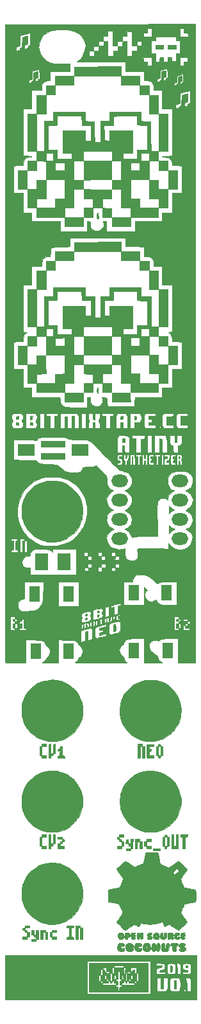
<source format=gbr>
G04 #@! TF.GenerationSoftware,KiCad,Pcbnew,5.1.2-f72e74a~84~ubuntu16.04.1*
G04 #@! TF.CreationDate,2019-05-06T13:36:40+08:00*
G04 #@! TF.ProjectId,8Bit_EuroRack,38426974-5f45-4757-926f-5261636b2e6b,rev?*
G04 #@! TF.SameCoordinates,Original*
G04 #@! TF.FileFunction,Soldermask,Top*
G04 #@! TF.FilePolarity,Negative*
%FSLAX46Y46*%
G04 Gerber Fmt 4.6, Leading zero omitted, Abs format (unit mm)*
G04 Created by KiCad (PCBNEW 5.1.2-f72e74a~84~ubuntu16.04.1) date 2019-05-06 13:36:40*
%MOMM*%
%LPD*%
G04 APERTURE LIST*
%ADD10C,0.010000*%
%ADD11C,6.725864*%
%ADD12R,2.200000X1.620000*%
%ADD13R,3.220000X0.820000*%
%ADD14R,1.820000X2.320000*%
%ADD15R,1.420000X2.020000*%
%ADD16O,2.220000X1.620000*%
G04 APERTURE END LIST*
D10*
G36*
X88278322Y-164600525D02*
G01*
X88532322Y-164600525D01*
X88532322Y-165616525D01*
X88405322Y-165616525D01*
X88315368Y-165627014D01*
X88282213Y-165676495D01*
X88278322Y-165743525D01*
X88267832Y-165833479D01*
X88218352Y-165866634D01*
X88151322Y-165870525D01*
X88061368Y-165881014D01*
X88028213Y-165930495D01*
X88024322Y-165997525D01*
X88013832Y-166087479D01*
X87964352Y-166120634D01*
X87897322Y-166124525D01*
X87827023Y-166121199D01*
X87789079Y-166097917D01*
X87773513Y-166034722D01*
X87770346Y-165911660D01*
X87770322Y-165870525D01*
X87771985Y-165729927D01*
X87783626Y-165654040D01*
X87815223Y-165622907D01*
X87876754Y-165616572D01*
X87897322Y-165616525D01*
X87987276Y-165606035D01*
X88020431Y-165556555D01*
X88024322Y-165489525D01*
X88013832Y-165399571D01*
X87964352Y-165366416D01*
X87897322Y-165362525D01*
X87770322Y-165362525D01*
X87770322Y-165105713D01*
X88024322Y-165105713D01*
X88024322Y-165362525D01*
X88282547Y-165362525D01*
X88269851Y-165119108D01*
X88259853Y-164981479D01*
X88241054Y-164906999D01*
X88202648Y-164874176D01*
X88140739Y-164862296D01*
X88076569Y-164858490D01*
X88041775Y-164878443D01*
X88027366Y-164940956D01*
X88024350Y-165064829D01*
X88024322Y-165105713D01*
X87770322Y-165105713D01*
X87770322Y-164388858D01*
X87516322Y-164388858D01*
X87516322Y-165362525D01*
X87389322Y-165362525D01*
X87299368Y-165373014D01*
X87266213Y-165422495D01*
X87262322Y-165489525D01*
X87272811Y-165579479D01*
X87322292Y-165612634D01*
X87389322Y-165616525D01*
X87459621Y-165619851D01*
X87497564Y-165643133D01*
X87513131Y-165706327D01*
X87516298Y-165829390D01*
X87516322Y-165870525D01*
X87514659Y-166011123D01*
X87503018Y-166087010D01*
X87471421Y-166118143D01*
X87409889Y-166124477D01*
X87389322Y-166124525D01*
X87299368Y-166114035D01*
X87266213Y-166064555D01*
X87262322Y-165997525D01*
X87251832Y-165907571D01*
X87202352Y-165874416D01*
X87135322Y-165870525D01*
X87045368Y-165860035D01*
X87012213Y-165810555D01*
X87008322Y-165743525D01*
X86997832Y-165653571D01*
X86948352Y-165620416D01*
X86881322Y-165616525D01*
X86791368Y-165627014D01*
X86758213Y-165676495D01*
X86754322Y-165743525D01*
X86743832Y-165833479D01*
X86694352Y-165866634D01*
X86627322Y-165870525D01*
X86537368Y-165860035D01*
X86504213Y-165810555D01*
X86500322Y-165743525D01*
X86510811Y-165653571D01*
X86560292Y-165620416D01*
X86627322Y-165616525D01*
X86754322Y-165616525D01*
X86754322Y-165108525D01*
X87008322Y-165108525D01*
X87009985Y-165249123D01*
X87021626Y-165325010D01*
X87053223Y-165356143D01*
X87114754Y-165362477D01*
X87135322Y-165362525D01*
X87205621Y-165359199D01*
X87243564Y-165335917D01*
X87259131Y-165272722D01*
X87262298Y-165149660D01*
X87262322Y-165108525D01*
X87260659Y-164967927D01*
X87249018Y-164892040D01*
X87217421Y-164860907D01*
X87155889Y-164854572D01*
X87135322Y-164854525D01*
X87065023Y-164857851D01*
X87027079Y-164881133D01*
X87011513Y-164944327D01*
X87008346Y-165067390D01*
X87008322Y-165108525D01*
X86754322Y-165108525D01*
X86754322Y-164600525D01*
X87008322Y-164600525D01*
X87008322Y-163880858D01*
X88278322Y-163880858D01*
X88278322Y-164600525D01*
X88278322Y-164600525D01*
G37*
X88278322Y-164600525D02*
X88532322Y-164600525D01*
X88532322Y-165616525D01*
X88405322Y-165616525D01*
X88315368Y-165627014D01*
X88282213Y-165676495D01*
X88278322Y-165743525D01*
X88267832Y-165833479D01*
X88218352Y-165866634D01*
X88151322Y-165870525D01*
X88061368Y-165881014D01*
X88028213Y-165930495D01*
X88024322Y-165997525D01*
X88013832Y-166087479D01*
X87964352Y-166120634D01*
X87897322Y-166124525D01*
X87827023Y-166121199D01*
X87789079Y-166097917D01*
X87773513Y-166034722D01*
X87770346Y-165911660D01*
X87770322Y-165870525D01*
X87771985Y-165729927D01*
X87783626Y-165654040D01*
X87815223Y-165622907D01*
X87876754Y-165616572D01*
X87897322Y-165616525D01*
X87987276Y-165606035D01*
X88020431Y-165556555D01*
X88024322Y-165489525D01*
X88013832Y-165399571D01*
X87964352Y-165366416D01*
X87897322Y-165362525D01*
X87770322Y-165362525D01*
X87770322Y-165105713D01*
X88024322Y-165105713D01*
X88024322Y-165362525D01*
X88282547Y-165362525D01*
X88269851Y-165119108D01*
X88259853Y-164981479D01*
X88241054Y-164906999D01*
X88202648Y-164874176D01*
X88140739Y-164862296D01*
X88076569Y-164858490D01*
X88041775Y-164878443D01*
X88027366Y-164940956D01*
X88024350Y-165064829D01*
X88024322Y-165105713D01*
X87770322Y-165105713D01*
X87770322Y-164388858D01*
X87516322Y-164388858D01*
X87516322Y-165362525D01*
X87389322Y-165362525D01*
X87299368Y-165373014D01*
X87266213Y-165422495D01*
X87262322Y-165489525D01*
X87272811Y-165579479D01*
X87322292Y-165612634D01*
X87389322Y-165616525D01*
X87459621Y-165619851D01*
X87497564Y-165643133D01*
X87513131Y-165706327D01*
X87516298Y-165829390D01*
X87516322Y-165870525D01*
X87514659Y-166011123D01*
X87503018Y-166087010D01*
X87471421Y-166118143D01*
X87409889Y-166124477D01*
X87389322Y-166124525D01*
X87299368Y-166114035D01*
X87266213Y-166064555D01*
X87262322Y-165997525D01*
X87251832Y-165907571D01*
X87202352Y-165874416D01*
X87135322Y-165870525D01*
X87045368Y-165860035D01*
X87012213Y-165810555D01*
X87008322Y-165743525D01*
X86997832Y-165653571D01*
X86948352Y-165620416D01*
X86881322Y-165616525D01*
X86791368Y-165627014D01*
X86758213Y-165676495D01*
X86754322Y-165743525D01*
X86743832Y-165833479D01*
X86694352Y-165866634D01*
X86627322Y-165870525D01*
X86537368Y-165860035D01*
X86504213Y-165810555D01*
X86500322Y-165743525D01*
X86510811Y-165653571D01*
X86560292Y-165620416D01*
X86627322Y-165616525D01*
X86754322Y-165616525D01*
X86754322Y-165108525D01*
X87008322Y-165108525D01*
X87009985Y-165249123D01*
X87021626Y-165325010D01*
X87053223Y-165356143D01*
X87114754Y-165362477D01*
X87135322Y-165362525D01*
X87205621Y-165359199D01*
X87243564Y-165335917D01*
X87259131Y-165272722D01*
X87262298Y-165149660D01*
X87262322Y-165108525D01*
X87260659Y-164967927D01*
X87249018Y-164892040D01*
X87217421Y-164860907D01*
X87155889Y-164854572D01*
X87135322Y-164854525D01*
X87065023Y-164857851D01*
X87027079Y-164881133D01*
X87011513Y-164944327D01*
X87008346Y-165067390D01*
X87008322Y-165108525D01*
X86754322Y-165108525D01*
X86754322Y-164600525D01*
X87008322Y-164600525D01*
X87008322Y-163880858D01*
X88278322Y-163880858D01*
X88278322Y-164600525D01*
G36*
X95220989Y-42892192D02*
G01*
X94162655Y-42892192D01*
X94162655Y-42384192D01*
X95220989Y-42384192D01*
X95220989Y-42892192D01*
X95220989Y-42892192D01*
G37*
X95220989Y-42892192D02*
X94162655Y-42892192D01*
X94162655Y-42384192D01*
X95220989Y-42384192D01*
X95220989Y-42892192D01*
G36*
X93569989Y-42892192D02*
G01*
X92511655Y-42892192D01*
X92511655Y-42384192D01*
X93569989Y-42384192D01*
X93569989Y-42892192D01*
X93569989Y-42892192D01*
G37*
X93569989Y-42892192D02*
X92511655Y-42892192D01*
X92511655Y-42384192D01*
X93569989Y-42384192D01*
X93569989Y-42892192D01*
G36*
X87939655Y-46448192D02*
G01*
X81756725Y-46448192D01*
X81780155Y-45199358D01*
X87939655Y-45177638D01*
X87939655Y-46448192D01*
X87939655Y-46448192D01*
G37*
X87939655Y-46448192D02*
X81756725Y-46448192D01*
X81780155Y-45199358D01*
X87939655Y-45177638D01*
X87939655Y-46448192D01*
G36*
X90437322Y-47633525D02*
G01*
X87981989Y-47633525D01*
X87981989Y-46448192D01*
X90437322Y-46448192D01*
X90437322Y-47633525D01*
X90437322Y-47633525D01*
G37*
X90437322Y-47633525D02*
X87981989Y-47633525D01*
X87981989Y-46448192D01*
X90437322Y-46448192D01*
X90437322Y-47633525D01*
G36*
X81716655Y-47633525D02*
G01*
X79261322Y-47633525D01*
X79261322Y-46448192D01*
X81716655Y-46448192D01*
X81716655Y-47633525D01*
X81716655Y-47633525D01*
G37*
X81716655Y-47633525D02*
X79261322Y-47633525D01*
X79261322Y-46448192D01*
X81716655Y-46448192D01*
X81716655Y-47633525D01*
G36*
X91697901Y-48300275D02*
G01*
X91709646Y-48903525D01*
X90434997Y-48903525D01*
X90458489Y-47697025D01*
X91686155Y-47697025D01*
X91697901Y-48300275D01*
X91697901Y-48300275D01*
G37*
X91697901Y-48300275D02*
X91709646Y-48903525D01*
X90434997Y-48903525D01*
X90458489Y-47697025D01*
X91686155Y-47697025D01*
X91697901Y-48300275D01*
G36*
X79261322Y-48903525D02*
G01*
X78033655Y-48903525D01*
X78033655Y-47675858D01*
X79261322Y-47675858D01*
X79261322Y-48903525D01*
X79261322Y-48903525D01*
G37*
X79261322Y-48903525D02*
X78033655Y-48903525D01*
X78033655Y-47675858D01*
X79261322Y-47675858D01*
X79261322Y-48903525D01*
G36*
X92892655Y-51401192D02*
G01*
X91707322Y-51401192D01*
X91707322Y-48945858D01*
X92892655Y-48945858D01*
X92892655Y-51401192D01*
X92892655Y-51401192D01*
G37*
X92892655Y-51401192D02*
X91707322Y-51401192D01*
X91707322Y-48945858D01*
X92892655Y-48945858D01*
X92892655Y-51401192D01*
G36*
X78033655Y-51401192D02*
G01*
X76805989Y-51401192D01*
X76805989Y-48945858D01*
X78033655Y-48945858D01*
X78033655Y-51401192D01*
X78033655Y-51401192D01*
G37*
X78033655Y-51401192D02*
X76805989Y-51401192D01*
X76805989Y-48945858D01*
X78033655Y-48945858D01*
X78033655Y-51401192D01*
G36*
X94162655Y-56354192D02*
G01*
X92934989Y-56354192D01*
X92934989Y-51401192D01*
X94162655Y-51401192D01*
X94162655Y-56354192D01*
X94162655Y-56354192D01*
G37*
X94162655Y-56354192D02*
X92934989Y-56354192D01*
X92934989Y-51401192D01*
X94162655Y-51401192D01*
X94162655Y-56354192D01*
G36*
X76763655Y-56354192D02*
G01*
X75578322Y-56354192D01*
X75578322Y-51401192D01*
X76763655Y-51401192D01*
X76763655Y-56354192D01*
X76763655Y-56354192D01*
G37*
X76763655Y-56354192D02*
X75578322Y-56354192D01*
X75578322Y-51401192D01*
X76763655Y-51401192D01*
X76763655Y-56354192D01*
G36*
X94162655Y-58851858D02*
G01*
X92934989Y-58851858D01*
X92934989Y-57624192D01*
X94162655Y-57624192D01*
X94162655Y-58851858D01*
X94162655Y-58851858D01*
G37*
X94162655Y-58851858D02*
X92934989Y-58851858D01*
X92934989Y-57624192D01*
X94162655Y-57624192D01*
X94162655Y-58851858D01*
G36*
X76763655Y-58851858D02*
G01*
X75578322Y-58851858D01*
X75578322Y-57624192D01*
X76763655Y-57624192D01*
X76763655Y-58851858D01*
X76763655Y-58851858D01*
G37*
X76763655Y-58851858D02*
X75578322Y-58851858D01*
X75578322Y-57624192D01*
X76763655Y-57624192D01*
X76763655Y-58851858D01*
G36*
X86702054Y-58841275D02*
G01*
X86690822Y-60058358D01*
X84859905Y-60069391D01*
X83028989Y-60080424D01*
X83028989Y-57624192D01*
X86713287Y-57624192D01*
X86702054Y-58841275D01*
X86702054Y-58841275D01*
G37*
X86702054Y-58841275D02*
X86690822Y-60058358D01*
X84859905Y-60069391D01*
X83028989Y-60080424D01*
X83028989Y-57624192D01*
X86713287Y-57624192D01*
X86702054Y-58841275D01*
G36*
X95390322Y-61307192D02*
G01*
X94204989Y-61307192D01*
X94204989Y-58851858D01*
X95390322Y-58851858D01*
X95390322Y-61307192D01*
X95390322Y-61307192D01*
G37*
X95390322Y-61307192D02*
X94204989Y-61307192D01*
X94204989Y-58851858D01*
X95390322Y-58851858D01*
X95390322Y-61307192D01*
G36*
X75535989Y-61307192D02*
G01*
X74308322Y-61307192D01*
X74308322Y-58851858D01*
X75535989Y-58851858D01*
X75535989Y-61307192D01*
X75535989Y-61307192D01*
G37*
X75535989Y-61307192D02*
X74308322Y-61307192D01*
X74308322Y-58851858D01*
X75535989Y-58851858D01*
X75535989Y-61307192D01*
G36*
X92892655Y-61349525D02*
G01*
X94162655Y-61349525D01*
X94162655Y-63804858D01*
X92934989Y-63804858D01*
X92934989Y-62577192D01*
X91707322Y-62577192D01*
X91707322Y-60121858D01*
X92892655Y-60121858D01*
X92892655Y-61349525D01*
X92892655Y-61349525D01*
G37*
X92892655Y-61349525D02*
X94162655Y-61349525D01*
X94162655Y-63804858D01*
X92934989Y-63804858D01*
X92934989Y-62577192D01*
X91707322Y-62577192D01*
X91707322Y-60121858D01*
X92892655Y-60121858D01*
X92892655Y-61349525D01*
G36*
X78033655Y-62577192D02*
G01*
X76763655Y-62577192D01*
X76763655Y-63804858D01*
X75578322Y-63804858D01*
X75578322Y-61349525D01*
X76805989Y-61349525D01*
X76805989Y-60121858D01*
X78033655Y-60121858D01*
X78033655Y-62577192D01*
X78033655Y-62577192D01*
G37*
X78033655Y-62577192D02*
X76763655Y-62577192D01*
X76763655Y-63804858D01*
X75578322Y-63804858D01*
X75578322Y-61349525D01*
X76805989Y-61349525D01*
X76805989Y-60121858D01*
X78033655Y-60121858D01*
X78033655Y-62577192D01*
G36*
X84859905Y-61359658D02*
G01*
X86690822Y-61370692D01*
X86690822Y-62556025D01*
X86087572Y-62567770D01*
X85484322Y-62579516D01*
X85484322Y-63802534D01*
X86087572Y-63814279D01*
X86690822Y-63826025D01*
X86690822Y-65011358D01*
X86087572Y-65023104D01*
X85484322Y-65034849D01*
X85484322Y-63804858D01*
X84258980Y-63804858D01*
X84247234Y-64408108D01*
X84235489Y-65011358D01*
X83632239Y-65023104D01*
X83028989Y-65034849D01*
X83028989Y-63804858D01*
X84256655Y-63804858D01*
X84256655Y-62577192D01*
X83028989Y-62577192D01*
X83028989Y-61348625D01*
X84859905Y-61359658D01*
X84859905Y-61359658D01*
G37*
X84859905Y-61359658D02*
X86690822Y-61370692D01*
X86690822Y-62556025D01*
X86087572Y-62567770D01*
X85484322Y-62579516D01*
X85484322Y-63802534D01*
X86087572Y-63814279D01*
X86690822Y-63826025D01*
X86690822Y-65011358D01*
X86087572Y-65023104D01*
X85484322Y-65034849D01*
X85484322Y-63804858D01*
X84258980Y-63804858D01*
X84247234Y-64408108D01*
X84235489Y-65011358D01*
X83632239Y-65023104D01*
X83028989Y-65034849D01*
X83028989Y-63804858D01*
X84256655Y-63804858D01*
X84256655Y-62577192D01*
X83028989Y-62577192D01*
X83028989Y-61348625D01*
X84859905Y-61359658D01*
G36*
X83240655Y-52372534D02*
G01*
X83843905Y-52384279D01*
X84447155Y-52396025D01*
X84458317Y-53782442D01*
X84469479Y-55168858D01*
X85272655Y-55168858D01*
X85272655Y-52927598D01*
X85724867Y-52927598D01*
X85752458Y-53906814D01*
X85760741Y-54185231D01*
X85768972Y-54433710D01*
X85776686Y-54640315D01*
X85783418Y-54793110D01*
X85788705Y-54880159D01*
X85790936Y-54895828D01*
X85835262Y-54902371D01*
X85942938Y-54910892D01*
X86092724Y-54919773D01*
X86129905Y-54921648D01*
X86457989Y-54937670D01*
X86457989Y-53602525D01*
X89505989Y-53602525D01*
X89505989Y-56608192D01*
X88193655Y-56608192D01*
X88193655Y-56960969D01*
X88196834Y-57126304D01*
X88205294Y-57257604D01*
X88217423Y-57333094D01*
X88221877Y-57341969D01*
X88270712Y-57350224D01*
X88391583Y-57357526D01*
X88571863Y-57363502D01*
X88798925Y-57367777D01*
X89060141Y-57369976D01*
X89174377Y-57370192D01*
X90098655Y-57370192D01*
X90098655Y-56608192D01*
X90606655Y-56608192D01*
X90606655Y-57087969D01*
X90609010Y-57281643D01*
X90615400Y-57443122D01*
X90624817Y-57554228D01*
X90634877Y-57595969D01*
X90685802Y-57606787D01*
X90804067Y-57615688D01*
X90972352Y-57621783D01*
X91173338Y-57624184D01*
X91185211Y-57624192D01*
X91707322Y-57624192D01*
X91707322Y-56608192D01*
X90606655Y-56608192D01*
X90098655Y-56608192D01*
X90098655Y-56142525D01*
X91453322Y-56142525D01*
X91453322Y-52937870D01*
X91065818Y-52910364D01*
X90852698Y-52897442D01*
X90634132Y-52887779D01*
X90450134Y-52883065D01*
X90414943Y-52882858D01*
X90270703Y-52881030D01*
X90189536Y-52868973D01*
X90149850Y-52836833D01*
X90130053Y-52774755D01*
X90125114Y-52750567D01*
X90114337Y-52654678D01*
X90105675Y-52497671D01*
X90100144Y-52303086D01*
X90098655Y-52136733D01*
X90098655Y-51655192D01*
X89199072Y-51655333D01*
X88874345Y-51656850D01*
X88525169Y-51660978D01*
X88179549Y-51667218D01*
X87865491Y-51675075D01*
X87633861Y-51683081D01*
X86968233Y-51710688D01*
X86956527Y-52307356D01*
X86944822Y-52904025D01*
X86334844Y-52915812D01*
X85724867Y-52927598D01*
X85272655Y-52927598D01*
X85272655Y-52374858D01*
X86457989Y-52374858D01*
X86457989Y-51189525D01*
X90606655Y-51189525D01*
X90606655Y-52372653D01*
X91252239Y-52384339D01*
X91897822Y-52396025D01*
X91908824Y-54375108D01*
X91919826Y-56354192D01*
X92892655Y-56354192D01*
X92892655Y-57624192D01*
X91707322Y-57624192D01*
X91707322Y-60079525D01*
X89209655Y-60079525D01*
X89209655Y-62577192D01*
X90437322Y-62577192D01*
X90437322Y-63804858D01*
X92892655Y-63804858D01*
X92892655Y-65032525D01*
X89251989Y-65032525D01*
X89251989Y-63804858D01*
X87981989Y-63804858D01*
X87981989Y-61307192D01*
X86754322Y-61307192D01*
X86754322Y-60121858D01*
X87981989Y-60121858D01*
X87981989Y-57835858D01*
X89209655Y-57835858D01*
X89209655Y-58851858D01*
X90437322Y-58851858D01*
X90437322Y-57835858D01*
X89209655Y-57835858D01*
X87981989Y-57835858D01*
X87981989Y-57624192D01*
X86754322Y-57624192D01*
X86754322Y-56354192D01*
X82986655Y-56354192D01*
X82986655Y-57624192D01*
X81715376Y-57624192D01*
X81737822Y-60100692D01*
X82362239Y-60112407D01*
X82986655Y-60124122D01*
X82986655Y-61304928D01*
X82362239Y-61316643D01*
X81737822Y-61328358D01*
X81715376Y-63804858D01*
X80531322Y-63804858D01*
X80531322Y-65032525D01*
X76805989Y-65032525D01*
X76805989Y-63804858D01*
X79261322Y-63804858D01*
X79261322Y-62577192D01*
X80531322Y-62577192D01*
X80531322Y-60079525D01*
X78033655Y-60079525D01*
X78033655Y-57835858D01*
X79261322Y-57835858D01*
X79261322Y-58851858D01*
X80531322Y-58851858D01*
X80531322Y-57835858D01*
X79261322Y-57835858D01*
X78033655Y-57835858D01*
X78033655Y-57626516D01*
X77430405Y-57614770D01*
X76827155Y-57603025D01*
X76815440Y-56978608D01*
X76808491Y-56608192D01*
X78033655Y-56608192D01*
X78033655Y-57624192D01*
X79007322Y-57624192D01*
X79007322Y-56608192D01*
X78033655Y-56608192D01*
X76808491Y-56608192D01*
X76803725Y-56354192D01*
X77821989Y-56354192D01*
X77821989Y-52925192D01*
X78287655Y-52925192D01*
X78287655Y-56142525D01*
X79472989Y-56142525D01*
X79472989Y-56728136D01*
X79474926Y-56942780D01*
X79480242Y-57126300D01*
X79488189Y-57262463D01*
X79498022Y-57335040D01*
X79501211Y-57341969D01*
X79549973Y-57350135D01*
X79670925Y-57357374D01*
X79851594Y-57363325D01*
X80079504Y-57367625D01*
X80342181Y-57369914D01*
X80474877Y-57370192D01*
X81420322Y-57370192D01*
X81420322Y-56608192D01*
X80234989Y-56608192D01*
X80234989Y-53602525D01*
X83238505Y-53602525D01*
X83250164Y-54269275D01*
X83261822Y-54936025D01*
X83611072Y-54948320D01*
X83960322Y-54960616D01*
X83960322Y-52925192D01*
X82774989Y-52925192D01*
X82774989Y-52507767D01*
X82772169Y-52301768D01*
X82764625Y-52103612D01*
X82753732Y-51944616D01*
X82748068Y-51893933D01*
X82721147Y-51697525D01*
X79515322Y-51697525D01*
X79514856Y-52152608D01*
X79512201Y-52359247D01*
X79505421Y-52551193D01*
X79495659Y-52702133D01*
X79488150Y-52766442D01*
X79461911Y-52925192D01*
X78287655Y-52925192D01*
X77821989Y-52925192D01*
X77821989Y-52374858D01*
X79007322Y-52374858D01*
X79007322Y-51189525D01*
X83240655Y-51189525D01*
X83240655Y-52372534D01*
X83240655Y-52372534D01*
G37*
X83240655Y-52372534D02*
X83843905Y-52384279D01*
X84447155Y-52396025D01*
X84458317Y-53782442D01*
X84469479Y-55168858D01*
X85272655Y-55168858D01*
X85272655Y-52927598D01*
X85724867Y-52927598D01*
X85752458Y-53906814D01*
X85760741Y-54185231D01*
X85768972Y-54433710D01*
X85776686Y-54640315D01*
X85783418Y-54793110D01*
X85788705Y-54880159D01*
X85790936Y-54895828D01*
X85835262Y-54902371D01*
X85942938Y-54910892D01*
X86092724Y-54919773D01*
X86129905Y-54921648D01*
X86457989Y-54937670D01*
X86457989Y-53602525D01*
X89505989Y-53602525D01*
X89505989Y-56608192D01*
X88193655Y-56608192D01*
X88193655Y-56960969D01*
X88196834Y-57126304D01*
X88205294Y-57257604D01*
X88217423Y-57333094D01*
X88221877Y-57341969D01*
X88270712Y-57350224D01*
X88391583Y-57357526D01*
X88571863Y-57363502D01*
X88798925Y-57367777D01*
X89060141Y-57369976D01*
X89174377Y-57370192D01*
X90098655Y-57370192D01*
X90098655Y-56608192D01*
X90606655Y-56608192D01*
X90606655Y-57087969D01*
X90609010Y-57281643D01*
X90615400Y-57443122D01*
X90624817Y-57554228D01*
X90634877Y-57595969D01*
X90685802Y-57606787D01*
X90804067Y-57615688D01*
X90972352Y-57621783D01*
X91173338Y-57624184D01*
X91185211Y-57624192D01*
X91707322Y-57624192D01*
X91707322Y-56608192D01*
X90606655Y-56608192D01*
X90098655Y-56608192D01*
X90098655Y-56142525D01*
X91453322Y-56142525D01*
X91453322Y-52937870D01*
X91065818Y-52910364D01*
X90852698Y-52897442D01*
X90634132Y-52887779D01*
X90450134Y-52883065D01*
X90414943Y-52882858D01*
X90270703Y-52881030D01*
X90189536Y-52868973D01*
X90149850Y-52836833D01*
X90130053Y-52774755D01*
X90125114Y-52750567D01*
X90114337Y-52654678D01*
X90105675Y-52497671D01*
X90100144Y-52303086D01*
X90098655Y-52136733D01*
X90098655Y-51655192D01*
X89199072Y-51655333D01*
X88874345Y-51656850D01*
X88525169Y-51660978D01*
X88179549Y-51667218D01*
X87865491Y-51675075D01*
X87633861Y-51683081D01*
X86968233Y-51710688D01*
X86956527Y-52307356D01*
X86944822Y-52904025D01*
X86334844Y-52915812D01*
X85724867Y-52927598D01*
X85272655Y-52927598D01*
X85272655Y-52374858D01*
X86457989Y-52374858D01*
X86457989Y-51189525D01*
X90606655Y-51189525D01*
X90606655Y-52372653D01*
X91252239Y-52384339D01*
X91897822Y-52396025D01*
X91908824Y-54375108D01*
X91919826Y-56354192D01*
X92892655Y-56354192D01*
X92892655Y-57624192D01*
X91707322Y-57624192D01*
X91707322Y-60079525D01*
X89209655Y-60079525D01*
X89209655Y-62577192D01*
X90437322Y-62577192D01*
X90437322Y-63804858D01*
X92892655Y-63804858D01*
X92892655Y-65032525D01*
X89251989Y-65032525D01*
X89251989Y-63804858D01*
X87981989Y-63804858D01*
X87981989Y-61307192D01*
X86754322Y-61307192D01*
X86754322Y-60121858D01*
X87981989Y-60121858D01*
X87981989Y-57835858D01*
X89209655Y-57835858D01*
X89209655Y-58851858D01*
X90437322Y-58851858D01*
X90437322Y-57835858D01*
X89209655Y-57835858D01*
X87981989Y-57835858D01*
X87981989Y-57624192D01*
X86754322Y-57624192D01*
X86754322Y-56354192D01*
X82986655Y-56354192D01*
X82986655Y-57624192D01*
X81715376Y-57624192D01*
X81737822Y-60100692D01*
X82362239Y-60112407D01*
X82986655Y-60124122D01*
X82986655Y-61304928D01*
X82362239Y-61316643D01*
X81737822Y-61328358D01*
X81715376Y-63804858D01*
X80531322Y-63804858D01*
X80531322Y-65032525D01*
X76805989Y-65032525D01*
X76805989Y-63804858D01*
X79261322Y-63804858D01*
X79261322Y-62577192D01*
X80531322Y-62577192D01*
X80531322Y-60079525D01*
X78033655Y-60079525D01*
X78033655Y-57835858D01*
X79261322Y-57835858D01*
X79261322Y-58851858D01*
X80531322Y-58851858D01*
X80531322Y-57835858D01*
X79261322Y-57835858D01*
X78033655Y-57835858D01*
X78033655Y-57626516D01*
X77430405Y-57614770D01*
X76827155Y-57603025D01*
X76815440Y-56978608D01*
X76808491Y-56608192D01*
X78033655Y-56608192D01*
X78033655Y-57624192D01*
X79007322Y-57624192D01*
X79007322Y-56608192D01*
X78033655Y-56608192D01*
X76808491Y-56608192D01*
X76803725Y-56354192D01*
X77821989Y-56354192D01*
X77821989Y-52925192D01*
X78287655Y-52925192D01*
X78287655Y-56142525D01*
X79472989Y-56142525D01*
X79472989Y-56728136D01*
X79474926Y-56942780D01*
X79480242Y-57126300D01*
X79488189Y-57262463D01*
X79498022Y-57335040D01*
X79501211Y-57341969D01*
X79549973Y-57350135D01*
X79670925Y-57357374D01*
X79851594Y-57363325D01*
X80079504Y-57367625D01*
X80342181Y-57369914D01*
X80474877Y-57370192D01*
X81420322Y-57370192D01*
X81420322Y-56608192D01*
X80234989Y-56608192D01*
X80234989Y-53602525D01*
X83238505Y-53602525D01*
X83250164Y-54269275D01*
X83261822Y-54936025D01*
X83611072Y-54948320D01*
X83960322Y-54960616D01*
X83960322Y-52925192D01*
X82774989Y-52925192D01*
X82774989Y-52507767D01*
X82772169Y-52301768D01*
X82764625Y-52103612D01*
X82753732Y-51944616D01*
X82748068Y-51893933D01*
X82721147Y-51697525D01*
X79515322Y-51697525D01*
X79514856Y-52152608D01*
X79512201Y-52359247D01*
X79505421Y-52551193D01*
X79495659Y-52702133D01*
X79488150Y-52766442D01*
X79461911Y-52925192D01*
X78287655Y-52925192D01*
X77821989Y-52925192D01*
X77821989Y-52374858D01*
X79007322Y-52374858D01*
X79007322Y-51189525D01*
X83240655Y-51189525D01*
X83240655Y-52372534D01*
G36*
X84914376Y-64470780D02*
G01*
X84931995Y-64570117D01*
X84933989Y-64646202D01*
X84947770Y-64814951D01*
X84982163Y-64984107D01*
X84995611Y-65027202D01*
X85029597Y-65132586D01*
X85026503Y-65185441D01*
X84972072Y-65197061D01*
X84852051Y-65178740D01*
X84813542Y-65171454D01*
X84742139Y-65141368D01*
X84737733Y-65075521D01*
X84741827Y-65060802D01*
X84760458Y-64970116D01*
X84780456Y-64829295D01*
X84793985Y-64704442D01*
X84816754Y-64541261D01*
X84848366Y-64456228D01*
X84876284Y-64439858D01*
X84914376Y-64470780D01*
X84914376Y-64470780D01*
G37*
X84914376Y-64470780D02*
X84931995Y-64570117D01*
X84933989Y-64646202D01*
X84947770Y-64814951D01*
X84982163Y-64984107D01*
X84995611Y-65027202D01*
X85029597Y-65132586D01*
X85026503Y-65185441D01*
X84972072Y-65197061D01*
X84852051Y-65178740D01*
X84813542Y-65171454D01*
X84742139Y-65141368D01*
X84737733Y-65075521D01*
X84741827Y-65060802D01*
X84760458Y-64970116D01*
X84780456Y-64829295D01*
X84793985Y-64704442D01*
X84816754Y-64541261D01*
X84848366Y-64456228D01*
X84876284Y-64439858D01*
X84914376Y-64470780D01*
G36*
X89209655Y-66260192D02*
G01*
X86754322Y-66260192D01*
X86754322Y-65074858D01*
X89209655Y-65074858D01*
X89209655Y-66260192D01*
X89209655Y-66260192D01*
G37*
X89209655Y-66260192D02*
X86754322Y-66260192D01*
X86754322Y-65074858D01*
X89209655Y-65074858D01*
X89209655Y-66260192D01*
G36*
X82986655Y-66260192D02*
G01*
X80531322Y-66260192D01*
X80531322Y-65074858D01*
X82986655Y-65074858D01*
X82986655Y-66260192D01*
X82986655Y-66260192D01*
G37*
X82986655Y-66260192D02*
X80531322Y-66260192D01*
X80531322Y-65074858D01*
X82986655Y-65074858D01*
X82986655Y-66260192D01*
G36*
X87939655Y-69562192D02*
G01*
X84869160Y-69562192D01*
X84267077Y-69561939D01*
X83744575Y-69561122D01*
X83296570Y-69559650D01*
X82917978Y-69557432D01*
X82603714Y-69554377D01*
X82348695Y-69550395D01*
X82147836Y-69545396D01*
X81996052Y-69539289D01*
X81888260Y-69531984D01*
X81819376Y-69523389D01*
X81784315Y-69513414D01*
X81777539Y-69507139D01*
X81770573Y-69446195D01*
X81766382Y-69318120D01*
X81765226Y-69140412D01*
X81767365Y-68930570D01*
X81768284Y-68882722D01*
X81780155Y-68313358D01*
X87939655Y-68291638D01*
X87939655Y-69562192D01*
X87939655Y-69562192D01*
G37*
X87939655Y-69562192D02*
X84869160Y-69562192D01*
X84267077Y-69561939D01*
X83744575Y-69561122D01*
X83296570Y-69559650D01*
X82917978Y-69557432D01*
X82603714Y-69554377D01*
X82348695Y-69550395D01*
X82147836Y-69545396D01*
X81996052Y-69539289D01*
X81888260Y-69531984D01*
X81819376Y-69523389D01*
X81784315Y-69513414D01*
X81777539Y-69507139D01*
X81770573Y-69446195D01*
X81766382Y-69318120D01*
X81765226Y-69140412D01*
X81767365Y-68930570D01*
X81768284Y-68882722D01*
X81780155Y-68313358D01*
X87939655Y-68291638D01*
X87939655Y-69562192D01*
G36*
X90437322Y-70747525D02*
G01*
X87981989Y-70747525D01*
X87981989Y-69562192D01*
X90437322Y-69562192D01*
X90437322Y-70747525D01*
X90437322Y-70747525D01*
G37*
X90437322Y-70747525D02*
X87981989Y-70747525D01*
X87981989Y-69562192D01*
X90437322Y-69562192D01*
X90437322Y-70747525D01*
G36*
X81716655Y-70747525D02*
G01*
X79261322Y-70747525D01*
X79261322Y-69562192D01*
X81716655Y-69562192D01*
X81716655Y-70747525D01*
X81716655Y-70747525D01*
G37*
X81716655Y-70747525D02*
X79261322Y-70747525D01*
X79261322Y-69562192D01*
X81716655Y-69562192D01*
X81716655Y-70747525D01*
G36*
X91707322Y-72017525D02*
G01*
X90437322Y-72017525D01*
X90437322Y-70789858D01*
X91707322Y-70789858D01*
X91707322Y-72017525D01*
X91707322Y-72017525D01*
G37*
X91707322Y-72017525D02*
X90437322Y-72017525D01*
X90437322Y-70789858D01*
X91707322Y-70789858D01*
X91707322Y-72017525D01*
G36*
X79261322Y-72017525D02*
G01*
X78033655Y-72017525D01*
X78033655Y-70789858D01*
X79261322Y-70789858D01*
X79261322Y-72017525D01*
X79261322Y-72017525D01*
G37*
X79261322Y-72017525D02*
X78033655Y-72017525D01*
X78033655Y-70789858D01*
X79261322Y-70789858D01*
X79261322Y-72017525D01*
G36*
X92892655Y-74515192D02*
G01*
X91707322Y-74515192D01*
X91707322Y-72059858D01*
X92892655Y-72059858D01*
X92892655Y-74515192D01*
X92892655Y-74515192D01*
G37*
X92892655Y-74515192D02*
X91707322Y-74515192D01*
X91707322Y-72059858D01*
X92892655Y-72059858D01*
X92892655Y-74515192D01*
G36*
X78033655Y-74515192D02*
G01*
X76805989Y-74515192D01*
X76805989Y-72059858D01*
X78033655Y-72059858D01*
X78033655Y-74515192D01*
X78033655Y-74515192D01*
G37*
X78033655Y-74515192D02*
X76805989Y-74515192D01*
X76805989Y-72059858D01*
X78033655Y-72059858D01*
X78033655Y-74515192D01*
G36*
X94162655Y-79468192D02*
G01*
X92934989Y-79468192D01*
X92934989Y-74515192D01*
X94162655Y-74515192D01*
X94162655Y-79468192D01*
X94162655Y-79468192D01*
G37*
X94162655Y-79468192D02*
X92934989Y-79468192D01*
X92934989Y-74515192D01*
X94162655Y-74515192D01*
X94162655Y-79468192D01*
G36*
X76763655Y-79468192D02*
G01*
X75578322Y-79468192D01*
X75578322Y-74515192D01*
X76763655Y-74515192D01*
X76763655Y-79468192D01*
X76763655Y-79468192D01*
G37*
X76763655Y-79468192D02*
X75578322Y-79468192D01*
X75578322Y-74515192D01*
X76763655Y-74515192D01*
X76763655Y-79468192D01*
G36*
X94162655Y-81965858D02*
G01*
X92932725Y-81965858D01*
X92944440Y-81341442D01*
X92956155Y-80717025D01*
X93559405Y-80705279D01*
X94162655Y-80693534D01*
X94162655Y-81965858D01*
X94162655Y-81965858D01*
G37*
X94162655Y-81965858D02*
X92932725Y-81965858D01*
X92944440Y-81341442D01*
X92956155Y-80717025D01*
X93559405Y-80705279D01*
X94162655Y-80693534D01*
X94162655Y-81965858D01*
G36*
X76763655Y-81965858D02*
G01*
X75578322Y-81965858D01*
X75578322Y-80695858D01*
X76763655Y-80695858D01*
X76763655Y-81965858D01*
X76763655Y-81965858D01*
G37*
X76763655Y-81965858D02*
X75578322Y-81965858D01*
X75578322Y-80695858D01*
X76763655Y-80695858D01*
X76763655Y-81965858D01*
G36*
X84859905Y-80705992D02*
G01*
X86690822Y-80717025D01*
X86702054Y-81934108D01*
X86713287Y-83151192D01*
X83028989Y-83151192D01*
X83028989Y-80694959D01*
X84859905Y-80705992D01*
X84859905Y-80705992D01*
G37*
X84859905Y-80705992D02*
X86690822Y-80717025D01*
X86702054Y-81934108D01*
X86713287Y-83151192D01*
X83028989Y-83151192D01*
X83028989Y-80694959D01*
X84859905Y-80705992D01*
G36*
X95390322Y-84421192D02*
G01*
X94204989Y-84421192D01*
X94204989Y-81965858D01*
X95390322Y-81965858D01*
X95390322Y-84421192D01*
X95390322Y-84421192D01*
G37*
X95390322Y-84421192D02*
X94204989Y-84421192D01*
X94204989Y-81965858D01*
X95390322Y-81965858D01*
X95390322Y-84421192D01*
G36*
X75535989Y-84421192D02*
G01*
X74308322Y-84421192D01*
X74308322Y-81965858D01*
X75535989Y-81965858D01*
X75535989Y-84421192D01*
X75535989Y-84421192D01*
G37*
X75535989Y-84421192D02*
X74308322Y-84421192D01*
X74308322Y-81965858D01*
X75535989Y-81965858D01*
X75535989Y-84421192D01*
G36*
X92892655Y-84463525D02*
G01*
X94162655Y-84463525D01*
X94162655Y-86918858D01*
X92934989Y-86918858D01*
X92934989Y-85648858D01*
X91707322Y-85648858D01*
X91707322Y-83193525D01*
X92892655Y-83193525D01*
X92892655Y-84463525D01*
X92892655Y-84463525D01*
G37*
X92892655Y-84463525D02*
X94162655Y-84463525D01*
X94162655Y-86918858D01*
X92934989Y-86918858D01*
X92934989Y-85648858D01*
X91707322Y-85648858D01*
X91707322Y-83193525D01*
X92892655Y-83193525D01*
X92892655Y-84463525D01*
G36*
X78023719Y-84430639D02*
G01*
X78034950Y-85646587D01*
X76784822Y-85670025D01*
X76773107Y-86294442D01*
X76761392Y-86918858D01*
X75578322Y-86918858D01*
X75578322Y-84463525D01*
X76803725Y-84463525D01*
X76815440Y-83839108D01*
X76827155Y-83214692D01*
X78012489Y-83214692D01*
X78023719Y-84430639D01*
X78023719Y-84430639D01*
G37*
X78023719Y-84430639D02*
X78034950Y-85646587D01*
X76784822Y-85670025D01*
X76773107Y-86294442D01*
X76761392Y-86918858D01*
X75578322Y-86918858D01*
X75578322Y-84463525D01*
X76803725Y-84463525D01*
X76815440Y-83839108D01*
X76827155Y-83214692D01*
X78012489Y-83214692D01*
X78023719Y-84430639D01*
G36*
X86711989Y-85648858D02*
G01*
X85484322Y-85648858D01*
X85484322Y-86918858D01*
X84258919Y-86918858D01*
X84247204Y-86294442D01*
X84235489Y-85670025D01*
X83632239Y-85658279D01*
X83028989Y-85646534D01*
X83028989Y-84463525D01*
X86711989Y-84463525D01*
X86711989Y-85648858D01*
X86711989Y-85648858D01*
G37*
X86711989Y-85648858D02*
X85484322Y-85648858D01*
X85484322Y-86918858D01*
X84258919Y-86918858D01*
X84247204Y-86294442D01*
X84235489Y-85670025D01*
X83632239Y-85658279D01*
X83028989Y-85646534D01*
X83028989Y-84463525D01*
X86711989Y-84463525D01*
X86711989Y-85648858D01*
G36*
X84256655Y-88104192D02*
G01*
X83028989Y-88104192D01*
X83028989Y-86918858D01*
X84256655Y-86918858D01*
X84256655Y-88104192D01*
X84256655Y-88104192D01*
G37*
X84256655Y-88104192D02*
X83028989Y-88104192D01*
X83028989Y-86918858D01*
X84256655Y-86918858D01*
X84256655Y-88104192D01*
G36*
X86711989Y-88104192D02*
G01*
X85484322Y-88104192D01*
X85484322Y-86918858D01*
X86711989Y-86918858D01*
X86711989Y-88104192D01*
X86711989Y-88104192D01*
G37*
X86711989Y-88104192D02*
X85484322Y-88104192D01*
X85484322Y-86918858D01*
X86711989Y-86918858D01*
X86711989Y-88104192D01*
G36*
X83240655Y-75488858D02*
G01*
X84468322Y-75488858D01*
X84468322Y-78240525D01*
X85272655Y-78240525D01*
X85272655Y-75996858D01*
X85738322Y-75996858D01*
X85738494Y-76473108D01*
X85741058Y-76719505D01*
X85747850Y-77009072D01*
X85757741Y-77300486D01*
X85766193Y-77489108D01*
X85793721Y-78028858D01*
X86457989Y-78028858D01*
X86457989Y-76716525D01*
X89505989Y-76716525D01*
X89505989Y-79722192D01*
X88193655Y-79722192D01*
X88193655Y-80441858D01*
X90098655Y-80441858D01*
X90098655Y-79722192D01*
X90606655Y-79722192D01*
X90606655Y-80695858D01*
X91707322Y-80695858D01*
X91707322Y-79722192D01*
X90606655Y-79722192D01*
X90098655Y-79722192D01*
X90098655Y-79258675D01*
X90765405Y-79247016D01*
X91432155Y-79235358D01*
X91432155Y-76018025D01*
X90791648Y-76006366D01*
X90151142Y-75994708D01*
X90124898Y-75863491D01*
X90114212Y-75768075D01*
X90105622Y-75611480D01*
X90100135Y-75417188D01*
X90098655Y-75250733D01*
X90098655Y-74769192D01*
X86965989Y-74769192D01*
X86965989Y-75996858D01*
X85738322Y-75996858D01*
X85272655Y-75996858D01*
X85272655Y-75488858D01*
X86457989Y-75488858D01*
X86457989Y-74303525D01*
X90606655Y-74303525D01*
X90606655Y-75488858D01*
X91918989Y-75488858D01*
X91918989Y-79468192D01*
X92892655Y-79468192D01*
X92892655Y-80695858D01*
X91707322Y-80695858D01*
X91707322Y-83151192D01*
X89209655Y-83151192D01*
X89209655Y-85648858D01*
X90437322Y-85648858D01*
X90437322Y-86918858D01*
X92892655Y-86918858D01*
X92892655Y-88104192D01*
X89251989Y-88104192D01*
X89251989Y-86918858D01*
X87981989Y-86918858D01*
X87981989Y-84421192D01*
X86754322Y-84421192D01*
X86754322Y-83193525D01*
X87981989Y-83193525D01*
X87981989Y-80907525D01*
X89209655Y-80907525D01*
X89209655Y-81965858D01*
X90437322Y-81965858D01*
X90437322Y-80907525D01*
X89209655Y-80907525D01*
X87981989Y-80907525D01*
X87981989Y-80695858D01*
X86754322Y-80695858D01*
X86754322Y-79468192D01*
X82986655Y-79468192D01*
X82986655Y-80693595D01*
X82362239Y-80705310D01*
X81737822Y-80717025D01*
X81715376Y-83193525D01*
X82986655Y-83193525D01*
X82986655Y-84421192D01*
X81716655Y-84421192D01*
X81716655Y-86918858D01*
X80531322Y-86918858D01*
X80531322Y-88104192D01*
X76805989Y-88104192D01*
X76805989Y-86918858D01*
X79259058Y-86918858D01*
X79270773Y-86294442D01*
X79282489Y-85670025D01*
X79906905Y-85658310D01*
X80531322Y-85646595D01*
X80531322Y-83151192D01*
X78033655Y-83151192D01*
X78033655Y-81965858D01*
X79258716Y-81965858D01*
X80531322Y-81965858D01*
X80531322Y-80905261D01*
X79906905Y-80916976D01*
X79282489Y-80928692D01*
X79270602Y-81447275D01*
X79258716Y-81965858D01*
X78033655Y-81965858D01*
X78033655Y-80695858D01*
X76805989Y-80695858D01*
X76805989Y-79722192D01*
X78033655Y-79722192D01*
X78033655Y-80695858D01*
X79007322Y-80695858D01*
X79007322Y-79722192D01*
X78033655Y-79722192D01*
X76805989Y-79722192D01*
X76805989Y-79468192D01*
X77821989Y-79468192D01*
X77821989Y-75996858D01*
X78287655Y-75996858D01*
X78287655Y-79256525D01*
X79472989Y-79256525D01*
X79472989Y-80441858D01*
X81420322Y-80441858D01*
X81420322Y-79722192D01*
X80234989Y-79722192D01*
X80234989Y-76716525D01*
X83240655Y-76716525D01*
X83240655Y-78028858D01*
X83960322Y-78028858D01*
X83960322Y-75996858D01*
X82774989Y-75996858D01*
X82774621Y-75605275D01*
X82771407Y-75398929D01*
X82763187Y-75194880D01*
X82751535Y-75028880D01*
X82747557Y-74991442D01*
X82720862Y-74769192D01*
X79515322Y-74769192D01*
X79514856Y-75224275D01*
X79512201Y-75430914D01*
X79505421Y-75622859D01*
X79495659Y-75773800D01*
X79488150Y-75838108D01*
X79461911Y-75996858D01*
X78287655Y-75996858D01*
X77821989Y-75996858D01*
X77821989Y-75488858D01*
X79007322Y-75488858D01*
X79007322Y-74303525D01*
X83240655Y-74303525D01*
X83240655Y-75488858D01*
X83240655Y-75488858D01*
G37*
X83240655Y-75488858D02*
X84468322Y-75488858D01*
X84468322Y-78240525D01*
X85272655Y-78240525D01*
X85272655Y-75996858D01*
X85738322Y-75996858D01*
X85738494Y-76473108D01*
X85741058Y-76719505D01*
X85747850Y-77009072D01*
X85757741Y-77300486D01*
X85766193Y-77489108D01*
X85793721Y-78028858D01*
X86457989Y-78028858D01*
X86457989Y-76716525D01*
X89505989Y-76716525D01*
X89505989Y-79722192D01*
X88193655Y-79722192D01*
X88193655Y-80441858D01*
X90098655Y-80441858D01*
X90098655Y-79722192D01*
X90606655Y-79722192D01*
X90606655Y-80695858D01*
X91707322Y-80695858D01*
X91707322Y-79722192D01*
X90606655Y-79722192D01*
X90098655Y-79722192D01*
X90098655Y-79258675D01*
X90765405Y-79247016D01*
X91432155Y-79235358D01*
X91432155Y-76018025D01*
X90791648Y-76006366D01*
X90151142Y-75994708D01*
X90124898Y-75863491D01*
X90114212Y-75768075D01*
X90105622Y-75611480D01*
X90100135Y-75417188D01*
X90098655Y-75250733D01*
X90098655Y-74769192D01*
X86965989Y-74769192D01*
X86965989Y-75996858D01*
X85738322Y-75996858D01*
X85272655Y-75996858D01*
X85272655Y-75488858D01*
X86457989Y-75488858D01*
X86457989Y-74303525D01*
X90606655Y-74303525D01*
X90606655Y-75488858D01*
X91918989Y-75488858D01*
X91918989Y-79468192D01*
X92892655Y-79468192D01*
X92892655Y-80695858D01*
X91707322Y-80695858D01*
X91707322Y-83151192D01*
X89209655Y-83151192D01*
X89209655Y-85648858D01*
X90437322Y-85648858D01*
X90437322Y-86918858D01*
X92892655Y-86918858D01*
X92892655Y-88104192D01*
X89251989Y-88104192D01*
X89251989Y-86918858D01*
X87981989Y-86918858D01*
X87981989Y-84421192D01*
X86754322Y-84421192D01*
X86754322Y-83193525D01*
X87981989Y-83193525D01*
X87981989Y-80907525D01*
X89209655Y-80907525D01*
X89209655Y-81965858D01*
X90437322Y-81965858D01*
X90437322Y-80907525D01*
X89209655Y-80907525D01*
X87981989Y-80907525D01*
X87981989Y-80695858D01*
X86754322Y-80695858D01*
X86754322Y-79468192D01*
X82986655Y-79468192D01*
X82986655Y-80693595D01*
X82362239Y-80705310D01*
X81737822Y-80717025D01*
X81715376Y-83193525D01*
X82986655Y-83193525D01*
X82986655Y-84421192D01*
X81716655Y-84421192D01*
X81716655Y-86918858D01*
X80531322Y-86918858D01*
X80531322Y-88104192D01*
X76805989Y-88104192D01*
X76805989Y-86918858D01*
X79259058Y-86918858D01*
X79270773Y-86294442D01*
X79282489Y-85670025D01*
X79906905Y-85658310D01*
X80531322Y-85646595D01*
X80531322Y-83151192D01*
X78033655Y-83151192D01*
X78033655Y-81965858D01*
X79258716Y-81965858D01*
X80531322Y-81965858D01*
X80531322Y-80905261D01*
X79906905Y-80916976D01*
X79282489Y-80928692D01*
X79270602Y-81447275D01*
X79258716Y-81965858D01*
X78033655Y-81965858D01*
X78033655Y-80695858D01*
X76805989Y-80695858D01*
X76805989Y-79722192D01*
X78033655Y-79722192D01*
X78033655Y-80695858D01*
X79007322Y-80695858D01*
X79007322Y-79722192D01*
X78033655Y-79722192D01*
X76805989Y-79722192D01*
X76805989Y-79468192D01*
X77821989Y-79468192D01*
X77821989Y-75996858D01*
X78287655Y-75996858D01*
X78287655Y-79256525D01*
X79472989Y-79256525D01*
X79472989Y-80441858D01*
X81420322Y-80441858D01*
X81420322Y-79722192D01*
X80234989Y-79722192D01*
X80234989Y-76716525D01*
X83240655Y-76716525D01*
X83240655Y-78028858D01*
X83960322Y-78028858D01*
X83960322Y-75996858D01*
X82774989Y-75996858D01*
X82774621Y-75605275D01*
X82771407Y-75398929D01*
X82763187Y-75194880D01*
X82751535Y-75028880D01*
X82747557Y-74991442D01*
X82720862Y-74769192D01*
X79515322Y-74769192D01*
X79514856Y-75224275D01*
X79512201Y-75430914D01*
X79505421Y-75622859D01*
X79495659Y-75773800D01*
X79488150Y-75838108D01*
X79461911Y-75996858D01*
X78287655Y-75996858D01*
X77821989Y-75996858D01*
X77821989Y-75488858D01*
X79007322Y-75488858D01*
X79007322Y-74303525D01*
X83240655Y-74303525D01*
X83240655Y-75488858D01*
G36*
X84908747Y-87491546D02*
G01*
X84927870Y-87568092D01*
X84934466Y-87713049D01*
X84934567Y-87733775D01*
X84938903Y-87890966D01*
X84949537Y-88025906D01*
X84960671Y-88093608D01*
X84956227Y-88170316D01*
X84900741Y-88190293D01*
X84828155Y-88156460D01*
X84808908Y-88100698D01*
X84798619Y-87981247D01*
X84798921Y-87818768D01*
X84799750Y-87797275D01*
X84811211Y-87622142D01*
X84829271Y-87518619D01*
X84856862Y-87473728D01*
X84873833Y-87469192D01*
X84908747Y-87491546D01*
X84908747Y-87491546D01*
G37*
X84908747Y-87491546D02*
X84927870Y-87568092D01*
X84934466Y-87713049D01*
X84934567Y-87733775D01*
X84938903Y-87890966D01*
X84949537Y-88025906D01*
X84960671Y-88093608D01*
X84956227Y-88170316D01*
X84900741Y-88190293D01*
X84828155Y-88156460D01*
X84808908Y-88100698D01*
X84798619Y-87981247D01*
X84798921Y-87818768D01*
X84799750Y-87797275D01*
X84811211Y-87622142D01*
X84829271Y-87518619D01*
X84856862Y-87473728D01*
X84873833Y-87469192D01*
X84908747Y-87491546D01*
G36*
X87971405Y-88156459D02*
G01*
X89188489Y-88167692D01*
X89200234Y-88770942D01*
X89211980Y-89374192D01*
X86754322Y-89374192D01*
X86754322Y-88145226D01*
X87971405Y-88156459D01*
X87971405Y-88156459D01*
G37*
X87971405Y-88156459D02*
X89188489Y-88167692D01*
X89200234Y-88770942D01*
X89211980Y-89374192D01*
X86754322Y-89374192D01*
X86754322Y-88145226D01*
X87971405Y-88156459D01*
G36*
X82986655Y-89374192D02*
G01*
X80531322Y-89374192D01*
X80531322Y-88146525D01*
X82986655Y-88146525D01*
X82986655Y-89374192D01*
X82986655Y-89374192D01*
G37*
X82986655Y-89374192D02*
X80531322Y-89374192D01*
X80531322Y-88146525D01*
X82986655Y-88146525D01*
X82986655Y-89374192D01*
G36*
X89897572Y-91244759D02*
G01*
X89982239Y-91258327D01*
X90022287Y-91293785D01*
X90034381Y-91375813D01*
X90035155Y-91448525D01*
X90031252Y-91566132D01*
X90008432Y-91623784D01*
X89950032Y-91646160D01*
X89897572Y-91652290D01*
X89759989Y-91665556D01*
X89759989Y-91231494D01*
X89897572Y-91244759D01*
X89897572Y-91244759D01*
G37*
X89897572Y-91244759D02*
X89982239Y-91258327D01*
X90022287Y-91293785D01*
X90034381Y-91375813D01*
X90035155Y-91448525D01*
X90031252Y-91566132D01*
X90008432Y-91623784D01*
X89950032Y-91646160D01*
X89897572Y-91652290D01*
X89759989Y-91665556D01*
X89759989Y-91231494D01*
X89897572Y-91244759D01*
G36*
X88193655Y-91448525D02*
G01*
X88190685Y-91573883D01*
X88173536Y-91636401D01*
X88129850Y-91657887D01*
X88073711Y-91660192D01*
X87976757Y-91651125D01*
X87925544Y-91631969D01*
X87908192Y-91575589D01*
X87898244Y-91467662D01*
X87897322Y-91420303D01*
X87900866Y-91306080D01*
X87924141Y-91253044D01*
X87986107Y-91237719D01*
X88045489Y-91236858D01*
X88193655Y-91236858D01*
X88193655Y-91448525D01*
X88193655Y-91448525D01*
G37*
X88193655Y-91448525D02*
X88190685Y-91573883D01*
X88173536Y-91636401D01*
X88129850Y-91657887D01*
X88073711Y-91660192D01*
X87976757Y-91651125D01*
X87925544Y-91631969D01*
X87908192Y-91575589D01*
X87898244Y-91467662D01*
X87897322Y-91420303D01*
X87900866Y-91306080D01*
X87924141Y-91253044D01*
X87986107Y-91237719D01*
X88045489Y-91236858D01*
X88193655Y-91236858D01*
X88193655Y-91448525D01*
G36*
X76247391Y-91437942D02*
G01*
X76235737Y-91559764D01*
X76210127Y-91620891D01*
X76153767Y-91645248D01*
X76096905Y-91652290D01*
X75959322Y-91665556D01*
X75959322Y-91236858D01*
X76260294Y-91236858D01*
X76247391Y-91437942D01*
X76247391Y-91437942D01*
G37*
X76247391Y-91437942D02*
X76235737Y-91559764D01*
X76210127Y-91620891D01*
X76153767Y-91645248D01*
X76096905Y-91652290D01*
X75959322Y-91665556D01*
X75959322Y-91236858D01*
X76260294Y-91236858D01*
X76247391Y-91437942D01*
G36*
X76198529Y-92045258D02*
G01*
X76241639Y-92072820D01*
X76254741Y-92146918D01*
X76255655Y-92231692D01*
X76252492Y-92348743D01*
X76231055Y-92404171D01*
X76173423Y-92421016D01*
X76107489Y-92422192D01*
X76016448Y-92418125D01*
X75973338Y-92390563D01*
X75960236Y-92316465D01*
X75959322Y-92231692D01*
X75962485Y-92114640D01*
X75983922Y-92059212D01*
X76041554Y-92042367D01*
X76107489Y-92041192D01*
X76198529Y-92045258D01*
X76198529Y-92045258D01*
G37*
X76198529Y-92045258D02*
X76241639Y-92072820D01*
X76254741Y-92146918D01*
X76255655Y-92231692D01*
X76252492Y-92348743D01*
X76231055Y-92404171D01*
X76173423Y-92421016D01*
X76107489Y-92422192D01*
X76016448Y-92418125D01*
X75973338Y-92390563D01*
X75960236Y-92316465D01*
X75959322Y-92231692D01*
X75962485Y-92114640D01*
X75983922Y-92059212D01*
X76041554Y-92042367D01*
X76107489Y-92041192D01*
X76198529Y-92045258D01*
G36*
X74392989Y-91445843D02*
G01*
X74390342Y-91572145D01*
X74373738Y-91635497D01*
X74330178Y-91657607D01*
X74264660Y-91660192D01*
X74166137Y-91642421D01*
X74113510Y-91600721D01*
X74101465Y-91518949D01*
X74103890Y-91403563D01*
X74104256Y-91399638D01*
X74124044Y-91301005D01*
X74176138Y-91258038D01*
X74255405Y-91244759D01*
X74392989Y-91231494D01*
X74392989Y-91445843D01*
X74392989Y-91445843D01*
G37*
X74392989Y-91445843D02*
X74390342Y-91572145D01*
X74373738Y-91635497D01*
X74330178Y-91657607D01*
X74264660Y-91660192D01*
X74166137Y-91642421D01*
X74113510Y-91600721D01*
X74101465Y-91518949D01*
X74103890Y-91403563D01*
X74104256Y-91399638D01*
X74124044Y-91301005D01*
X74176138Y-91258038D01*
X74255405Y-91244759D01*
X74392989Y-91231494D01*
X74392989Y-91445843D01*
G36*
X74335862Y-92045258D02*
G01*
X74378972Y-92072820D01*
X74392075Y-92146918D01*
X74392989Y-92231692D01*
X74389825Y-92348743D01*
X74368389Y-92404171D01*
X74310757Y-92421016D01*
X74244822Y-92422192D01*
X74153782Y-92418125D01*
X74110671Y-92390563D01*
X74097569Y-92316465D01*
X74096655Y-92231692D01*
X74099818Y-92114640D01*
X74121255Y-92059212D01*
X74178887Y-92042367D01*
X74244822Y-92041192D01*
X74335862Y-92045258D01*
X74335862Y-92045258D01*
G37*
X74335862Y-92045258D02*
X74378972Y-92072820D01*
X74392075Y-92146918D01*
X74392989Y-92231692D01*
X74389825Y-92348743D01*
X74368389Y-92404171D01*
X74310757Y-92421016D01*
X74244822Y-92422192D01*
X74153782Y-92418125D01*
X74110671Y-92390563D01*
X74097569Y-92316465D01*
X74096655Y-92231692D01*
X74099818Y-92114640D01*
X74121255Y-92059212D01*
X74178887Y-92042367D01*
X74244822Y-92041192D01*
X74335862Y-92045258D01*
G36*
X88447655Y-94665858D02*
G01*
X88108989Y-94665858D01*
X88108989Y-94200192D01*
X88447655Y-94200192D01*
X88447655Y-94665858D01*
X88447655Y-94665858D01*
G37*
X88447655Y-94665858D02*
X88108989Y-94665858D01*
X88108989Y-94200192D01*
X88447655Y-94200192D01*
X88447655Y-94665858D01*
G36*
X95715902Y-96566389D02*
G01*
X95728989Y-96655525D01*
X95710056Y-96756351D01*
X95665489Y-96782525D01*
X95615075Y-96744661D01*
X95601989Y-96655525D01*
X95620921Y-96554699D01*
X95665489Y-96528525D01*
X95715902Y-96566389D01*
X95715902Y-96566389D01*
G37*
X95715902Y-96566389D02*
X95728989Y-96655525D01*
X95710056Y-96756351D01*
X95665489Y-96782525D01*
X95615075Y-96744661D01*
X95601989Y-96655525D01*
X95620921Y-96554699D01*
X95665489Y-96528525D01*
X95715902Y-96566389D01*
G36*
X79339068Y-99733093D02*
G01*
X79896433Y-99835358D01*
X80248196Y-99942697D01*
X80764424Y-100170678D01*
X81240164Y-100468856D01*
X81669215Y-100830015D01*
X82045379Y-101246939D01*
X82362454Y-101712412D01*
X82614243Y-102219218D01*
X82794544Y-102760142D01*
X82840329Y-102959710D01*
X82886176Y-103297015D01*
X82901478Y-103681274D01*
X82887545Y-104082378D01*
X82845685Y-104470218D01*
X82777209Y-104814682D01*
X82756422Y-104889358D01*
X82550919Y-105434538D01*
X82274361Y-105938261D01*
X81932423Y-106394867D01*
X81530778Y-106798695D01*
X81075099Y-107144082D01*
X80571060Y-107425367D01*
X80024336Y-107636889D01*
X79993544Y-107646265D01*
X79830137Y-107691928D01*
X79679177Y-107724404D01*
X79518533Y-107746413D01*
X79326069Y-107760676D01*
X79079653Y-107769916D01*
X78964989Y-107772727D01*
X78631575Y-107775814D01*
X78368195Y-107767984D01*
X78160834Y-107748533D01*
X78033655Y-107725896D01*
X77464828Y-107557177D01*
X76936107Y-107316568D01*
X76452735Y-107009056D01*
X76019955Y-106639631D01*
X75643011Y-106213281D01*
X75327145Y-105734995D01*
X75077600Y-105209762D01*
X74933980Y-104776609D01*
X74896302Y-104627326D01*
X74869861Y-104487181D01*
X74852864Y-104336110D01*
X74843521Y-104154052D01*
X74840040Y-103920944D01*
X74840049Y-103889514D01*
X75725699Y-103889514D01*
X75749815Y-104218173D01*
X75798050Y-104507736D01*
X75826498Y-104614192D01*
X76022132Y-105114062D01*
X76282413Y-105559655D01*
X76606385Y-105949816D01*
X76993095Y-106283391D01*
X77427532Y-106551950D01*
X77882882Y-106742562D01*
X78366104Y-106859195D01*
X78861710Y-106899932D01*
X79354207Y-106862854D01*
X79578822Y-106818332D01*
X80032696Y-106679475D01*
X80433699Y-106488982D01*
X80803725Y-106234955D01*
X81050013Y-106018714D01*
X81388759Y-105638494D01*
X81657381Y-105213714D01*
X81852927Y-104751355D01*
X81972446Y-104258394D01*
X82012988Y-103741811D01*
X82012989Y-103741364D01*
X81971686Y-103251124D01*
X81851780Y-102770299D01*
X81659275Y-102311469D01*
X81400177Y-101887215D01*
X81080489Y-101510117D01*
X80847796Y-101300086D01*
X80583455Y-101114526D01*
X80269811Y-100938622D01*
X79941839Y-100790111D01*
X79642322Y-100688796D01*
X79408254Y-100645517D01*
X79120628Y-100621205D01*
X78808385Y-100615783D01*
X78500465Y-100629174D01*
X78225808Y-100661302D01*
X78075989Y-100692954D01*
X77594345Y-100864859D01*
X77150935Y-101108377D01*
X76752911Y-101416367D01*
X76407425Y-101781686D01*
X76121631Y-102197194D01*
X75902680Y-102655748D01*
X75802371Y-102963192D01*
X75751548Y-103232599D01*
X75726134Y-103551181D01*
X75725699Y-103889514D01*
X74840049Y-103889514D01*
X74840100Y-103725192D01*
X74842244Y-103455980D01*
X74847846Y-103251418D01*
X74859115Y-103091499D01*
X74878259Y-102956214D01*
X74907489Y-102825557D01*
X74949014Y-102679520D01*
X74959299Y-102645692D01*
X75173940Y-102074761D01*
X75451209Y-101560773D01*
X75791543Y-101103217D01*
X76195379Y-100701584D01*
X76663154Y-100355363D01*
X77157113Y-100082105D01*
X77671434Y-99882225D01*
X78214548Y-99757069D01*
X78774433Y-99707177D01*
X79339068Y-99733093D01*
X79339068Y-99733093D01*
G37*
X79339068Y-99733093D02*
X79896433Y-99835358D01*
X80248196Y-99942697D01*
X80764424Y-100170678D01*
X81240164Y-100468856D01*
X81669215Y-100830015D01*
X82045379Y-101246939D01*
X82362454Y-101712412D01*
X82614243Y-102219218D01*
X82794544Y-102760142D01*
X82840329Y-102959710D01*
X82886176Y-103297015D01*
X82901478Y-103681274D01*
X82887545Y-104082378D01*
X82845685Y-104470218D01*
X82777209Y-104814682D01*
X82756422Y-104889358D01*
X82550919Y-105434538D01*
X82274361Y-105938261D01*
X81932423Y-106394867D01*
X81530778Y-106798695D01*
X81075099Y-107144082D01*
X80571060Y-107425367D01*
X80024336Y-107636889D01*
X79993544Y-107646265D01*
X79830137Y-107691928D01*
X79679177Y-107724404D01*
X79518533Y-107746413D01*
X79326069Y-107760676D01*
X79079653Y-107769916D01*
X78964989Y-107772727D01*
X78631575Y-107775814D01*
X78368195Y-107767984D01*
X78160834Y-107748533D01*
X78033655Y-107725896D01*
X77464828Y-107557177D01*
X76936107Y-107316568D01*
X76452735Y-107009056D01*
X76019955Y-106639631D01*
X75643011Y-106213281D01*
X75327145Y-105734995D01*
X75077600Y-105209762D01*
X74933980Y-104776609D01*
X74896302Y-104627326D01*
X74869861Y-104487181D01*
X74852864Y-104336110D01*
X74843521Y-104154052D01*
X74840040Y-103920944D01*
X74840049Y-103889514D01*
X75725699Y-103889514D01*
X75749815Y-104218173D01*
X75798050Y-104507736D01*
X75826498Y-104614192D01*
X76022132Y-105114062D01*
X76282413Y-105559655D01*
X76606385Y-105949816D01*
X76993095Y-106283391D01*
X77427532Y-106551950D01*
X77882882Y-106742562D01*
X78366104Y-106859195D01*
X78861710Y-106899932D01*
X79354207Y-106862854D01*
X79578822Y-106818332D01*
X80032696Y-106679475D01*
X80433699Y-106488982D01*
X80803725Y-106234955D01*
X81050013Y-106018714D01*
X81388759Y-105638494D01*
X81657381Y-105213714D01*
X81852927Y-104751355D01*
X81972446Y-104258394D01*
X82012988Y-103741811D01*
X82012989Y-103741364D01*
X81971686Y-103251124D01*
X81851780Y-102770299D01*
X81659275Y-102311469D01*
X81400177Y-101887215D01*
X81080489Y-101510117D01*
X80847796Y-101300086D01*
X80583455Y-101114526D01*
X80269811Y-100938622D01*
X79941839Y-100790111D01*
X79642322Y-100688796D01*
X79408254Y-100645517D01*
X79120628Y-100621205D01*
X78808385Y-100615783D01*
X78500465Y-100629174D01*
X78225808Y-100661302D01*
X78075989Y-100692954D01*
X77594345Y-100864859D01*
X77150935Y-101108377D01*
X76752911Y-101416367D01*
X76407425Y-101781686D01*
X76121631Y-102197194D01*
X75902680Y-102655748D01*
X75802371Y-102963192D01*
X75751548Y-103232599D01*
X75726134Y-103551181D01*
X75725699Y-103889514D01*
X74840049Y-103889514D01*
X74840100Y-103725192D01*
X74842244Y-103455980D01*
X74847846Y-103251418D01*
X74859115Y-103091499D01*
X74878259Y-102956214D01*
X74907489Y-102825557D01*
X74949014Y-102679520D01*
X74959299Y-102645692D01*
X75173940Y-102074761D01*
X75451209Y-101560773D01*
X75791543Y-101103217D01*
X76195379Y-100701584D01*
X76663154Y-100355363D01*
X77157113Y-100082105D01*
X77671434Y-99882225D01*
X78214548Y-99757069D01*
X78774433Y-99707177D01*
X79339068Y-99733093D01*
G36*
X94424383Y-103153900D02*
G01*
X94509374Y-103239275D01*
X94637156Y-103342787D01*
X94756581Y-103426353D01*
X94996385Y-103581346D01*
X94816144Y-103655894D01*
X94670803Y-103734523D01*
X94524639Y-103841313D01*
X94483946Y-103878022D01*
X94331989Y-104025600D01*
X94331989Y-103036440D01*
X94424383Y-103153900D01*
X94424383Y-103153900D01*
G37*
X94424383Y-103153900D02*
X94509374Y-103239275D01*
X94637156Y-103342787D01*
X94756581Y-103426353D01*
X94996385Y-103581346D01*
X94816144Y-103655894D01*
X94670803Y-103734523D01*
X94524639Y-103841313D01*
X94483946Y-103878022D01*
X94331989Y-104025600D01*
X94331989Y-103036440D01*
X94424383Y-103153900D01*
G36*
X94505900Y-105774435D02*
G01*
X94618695Y-105871876D01*
X94707876Y-105941636D01*
X94754416Y-105968850D01*
X94754730Y-105968858D01*
X94811516Y-105983913D01*
X94912296Y-106021343D01*
X94943584Y-106034151D01*
X95099853Y-106099445D01*
X94895837Y-106206736D01*
X94750818Y-106297920D01*
X94591225Y-106420321D01*
X94490739Y-106510268D01*
X94289655Y-106706509D01*
X94289655Y-105580012D01*
X94505900Y-105774435D01*
X94505900Y-105774435D01*
G37*
X94505900Y-105774435D02*
X94618695Y-105871876D01*
X94707876Y-105941636D01*
X94754416Y-105968850D01*
X94754730Y-105968858D01*
X94811516Y-105983913D01*
X94912296Y-106021343D01*
X94943584Y-106034151D01*
X95099853Y-106099445D01*
X94895837Y-106206736D01*
X94750818Y-106297920D01*
X94591225Y-106420321D01*
X94490739Y-106510268D01*
X94289655Y-106706509D01*
X94289655Y-105580012D01*
X94505900Y-105774435D01*
G36*
X85057961Y-116900802D02*
G01*
X85060989Y-116965650D01*
X85042658Y-117066733D01*
X84976947Y-117114896D01*
X84965739Y-117118176D01*
X84863406Y-117139769D01*
X84818308Y-117120409D01*
X84807186Y-117045398D01*
X84806989Y-117017858D01*
X84816204Y-116928444D01*
X84838401Y-116890293D01*
X84838739Y-116890280D01*
X84901163Y-116879833D01*
X84965739Y-116864176D01*
X85032760Y-116857293D01*
X85057961Y-116900802D01*
X85057961Y-116900802D01*
G37*
X85057961Y-116900802D02*
X85060989Y-116965650D01*
X85042658Y-117066733D01*
X84976947Y-117114896D01*
X84965739Y-117118176D01*
X84863406Y-117139769D01*
X84818308Y-117120409D01*
X84807186Y-117045398D01*
X84806989Y-117017858D01*
X84816204Y-116928444D01*
X84838401Y-116890293D01*
X84838739Y-116890280D01*
X84901163Y-116879833D01*
X84965739Y-116864176D01*
X85032760Y-116857293D01*
X85057961Y-116900802D01*
G36*
X85057646Y-117416902D02*
G01*
X85053514Y-117485596D01*
X85027707Y-117591213D01*
X84962448Y-117644397D01*
X84923405Y-117656990D01*
X84845020Y-117671028D01*
X84813143Y-117642026D01*
X84806993Y-117549700D01*
X84806989Y-117543364D01*
X84823103Y-117432284D01*
X84867026Y-117398858D01*
X84959216Y-117384049D01*
X84997135Y-117371969D01*
X85043646Y-117367648D01*
X85057646Y-117416902D01*
X85057646Y-117416902D01*
G37*
X85057646Y-117416902D02*
X85053514Y-117485596D01*
X85027707Y-117591213D01*
X84962448Y-117644397D01*
X84923405Y-117656990D01*
X84845020Y-117671028D01*
X84813143Y-117642026D01*
X84806993Y-117549700D01*
X84806989Y-117543364D01*
X84823103Y-117432284D01*
X84867026Y-117398858D01*
X84959216Y-117384049D01*
X84997135Y-117371969D01*
X85043646Y-117367648D01*
X85057646Y-117416902D01*
G36*
X86871462Y-117721818D02*
G01*
X86873814Y-117765915D01*
X86840478Y-117830365D01*
X86791657Y-117855680D01*
X86757350Y-117831023D01*
X86754322Y-117809082D01*
X86788657Y-117741277D01*
X86820897Y-117721036D01*
X86871462Y-117721818D01*
X86871462Y-117721818D01*
G37*
X86871462Y-117721818D02*
X86873814Y-117765915D01*
X86840478Y-117830365D01*
X86791657Y-117855680D01*
X86757350Y-117831023D01*
X86754322Y-117809082D01*
X86788657Y-117741277D01*
X86820897Y-117721036D01*
X86871462Y-117721818D01*
G36*
X83479522Y-117286117D02*
G01*
X83494655Y-117375661D01*
X83460848Y-117471843D01*
X83358546Y-117519732D01*
X83279526Y-117525858D01*
X83215543Y-117499421D01*
X83198322Y-117418977D01*
X83228506Y-117321425D01*
X83307708Y-117270508D01*
X83420067Y-117246721D01*
X83479522Y-117286117D01*
X83479522Y-117286117D01*
G37*
X83479522Y-117286117D02*
X83494655Y-117375661D01*
X83460848Y-117471843D01*
X83358546Y-117519732D01*
X83279526Y-117525858D01*
X83215543Y-117499421D01*
X83198322Y-117418977D01*
X83228506Y-117321425D01*
X83307708Y-117270508D01*
X83420067Y-117246721D01*
X83479522Y-117286117D01*
G36*
X83480848Y-117809090D02*
G01*
X83500465Y-117878202D01*
X83475294Y-117959325D01*
X83408328Y-118024585D01*
X83386066Y-118034906D01*
X83273487Y-118070012D01*
X83217425Y-118058121D01*
X83199211Y-117991160D01*
X83198322Y-117953721D01*
X83224430Y-117845928D01*
X83309032Y-117790977D01*
X83413451Y-117779858D01*
X83480848Y-117809090D01*
X83480848Y-117809090D01*
G37*
X83480848Y-117809090D02*
X83500465Y-117878202D01*
X83475294Y-117959325D01*
X83408328Y-118024585D01*
X83386066Y-118034906D01*
X83273487Y-118070012D01*
X83217425Y-118058121D01*
X83199211Y-117991160D01*
X83198322Y-117953721D01*
X83224430Y-117845928D01*
X83309032Y-117790977D01*
X83413451Y-117779858D01*
X83480848Y-117809090D01*
G36*
X86119322Y-117966830D02*
G01*
X86085237Y-118025146D01*
X86052294Y-118033858D01*
X86002921Y-118009244D01*
X86002023Y-117983587D01*
X86044160Y-117927683D01*
X86094886Y-117920575D01*
X86119322Y-117966830D01*
X86119322Y-117966830D01*
G37*
X86119322Y-117966830D02*
X86085237Y-118025146D01*
X86052294Y-118033858D01*
X86002921Y-118009244D01*
X86002023Y-117983587D01*
X86044160Y-117927683D01*
X86094886Y-117920575D01*
X86119322Y-117966830D01*
G36*
X95510794Y-117955745D02*
G01*
X95551521Y-117992718D01*
X95559637Y-118086080D01*
X95559655Y-118097358D01*
X95553102Y-118196664D01*
X95516129Y-118237390D01*
X95422766Y-118245506D01*
X95411489Y-118245525D01*
X95312183Y-118238972D01*
X95271456Y-118201998D01*
X95263340Y-118108636D01*
X95263322Y-118097358D01*
X95269875Y-117998052D01*
X95306848Y-117957326D01*
X95400211Y-117949210D01*
X95411489Y-117949192D01*
X95510794Y-117955745D01*
X95510794Y-117955745D01*
G37*
X95510794Y-117955745D02*
X95551521Y-117992718D01*
X95559637Y-118086080D01*
X95559655Y-118097358D01*
X95553102Y-118196664D01*
X95516129Y-118237390D01*
X95422766Y-118245506D01*
X95411489Y-118245525D01*
X95312183Y-118238972D01*
X95271456Y-118201998D01*
X95263340Y-118108636D01*
X95263322Y-118097358D01*
X95269875Y-117998052D01*
X95306848Y-117957326D01*
X95400211Y-117949210D01*
X95411489Y-117949192D01*
X95510794Y-117955745D01*
G36*
X95559655Y-119134525D02*
G01*
X95263322Y-119134525D01*
X95263322Y-118541858D01*
X95559655Y-118541858D01*
X95559655Y-119134525D01*
X95559655Y-119134525D01*
G37*
X95559655Y-119134525D02*
X95263322Y-119134525D01*
X95263322Y-118541858D01*
X95559655Y-118541858D01*
X95559655Y-119134525D01*
G36*
X73878461Y-117955745D02*
G01*
X73919187Y-117992718D01*
X73927303Y-118086080D01*
X73927322Y-118097358D01*
X73920769Y-118196664D01*
X73883795Y-118237390D01*
X73790433Y-118245506D01*
X73779155Y-118245525D01*
X73679849Y-118238972D01*
X73639123Y-118201998D01*
X73631007Y-118108636D01*
X73630989Y-118097358D01*
X73637542Y-117998052D01*
X73674515Y-117957326D01*
X73767877Y-117949210D01*
X73779155Y-117949192D01*
X73878461Y-117955745D01*
X73878461Y-117955745D01*
G37*
X73878461Y-117955745D02*
X73919187Y-117992718D01*
X73927303Y-118086080D01*
X73927322Y-118097358D01*
X73920769Y-118196664D01*
X73883795Y-118237390D01*
X73790433Y-118245506D01*
X73779155Y-118245525D01*
X73679849Y-118238972D01*
X73639123Y-118201998D01*
X73631007Y-118108636D01*
X73630989Y-118097358D01*
X73637542Y-117998052D01*
X73674515Y-117957326D01*
X73767877Y-117949210D01*
X73779155Y-117949192D01*
X73878461Y-117955745D01*
G36*
X73927322Y-119134525D02*
G01*
X73630989Y-119134525D01*
X73630989Y-118541858D01*
X73927322Y-118541858D01*
X73927322Y-119134525D01*
X73927322Y-119134525D01*
G37*
X73927322Y-119134525D02*
X73630989Y-119134525D01*
X73630989Y-118541858D01*
X73927322Y-118541858D01*
X73927322Y-119134525D01*
G36*
X87204067Y-118634970D02*
G01*
X87238298Y-118672314D01*
X87255525Y-118757630D01*
X87261586Y-118903665D01*
X87262322Y-119092192D01*
X87259510Y-119311375D01*
X87250345Y-119455708D01*
X87233731Y-119534841D01*
X87209405Y-119558436D01*
X87127736Y-119569360D01*
X87061239Y-119584540D01*
X87019658Y-119592914D01*
X86992376Y-119582098D01*
X86976380Y-119538172D01*
X86968657Y-119447214D01*
X86966195Y-119295304D01*
X86965989Y-119144400D01*
X86966867Y-118940458D01*
X86971513Y-118805622D01*
X86982944Y-118724331D01*
X87004177Y-118681029D01*
X87038229Y-118660157D01*
X87061239Y-118653207D01*
X87146994Y-118632850D01*
X87204067Y-118634970D01*
X87204067Y-118634970D01*
G37*
X87204067Y-118634970D02*
X87238298Y-118672314D01*
X87255525Y-118757630D01*
X87261586Y-118903665D01*
X87262322Y-119092192D01*
X87259510Y-119311375D01*
X87250345Y-119455708D01*
X87233731Y-119534841D01*
X87209405Y-119558436D01*
X87127736Y-119569360D01*
X87061239Y-119584540D01*
X87019658Y-119592914D01*
X86992376Y-119582098D01*
X86976380Y-119538172D01*
X86968657Y-119447214D01*
X86966195Y-119295304D01*
X86965989Y-119144400D01*
X86966867Y-118940458D01*
X86971513Y-118805622D01*
X86982944Y-118724331D01*
X87004177Y-118681029D01*
X87038229Y-118660157D01*
X87061239Y-118653207D01*
X87146994Y-118632850D01*
X87204067Y-118634970D01*
G36*
X96751097Y-163592216D02*
G01*
X96782142Y-163632820D01*
X96779421Y-163722108D01*
X96752141Y-163827581D01*
X96689553Y-163870344D01*
X96679746Y-163872061D01*
X96595628Y-163869229D01*
X96563330Y-163854422D01*
X96541315Y-163793757D01*
X96533322Y-163704469D01*
X96544334Y-163619938D01*
X96595083Y-163588330D01*
X96663004Y-163584525D01*
X96751097Y-163592216D01*
X96751097Y-163592216D01*
G37*
X96751097Y-163592216D02*
X96782142Y-163632820D01*
X96779421Y-163722108D01*
X96752141Y-163827581D01*
X96689553Y-163870344D01*
X96679746Y-163872061D01*
X96595628Y-163869229D01*
X96563330Y-163854422D01*
X96541315Y-163793757D01*
X96533322Y-163704469D01*
X96544334Y-163619938D01*
X96595083Y-163588330D01*
X96663004Y-163584525D01*
X96751097Y-163592216D01*
G36*
X94655183Y-163587101D02*
G01*
X94685909Y-163605135D01*
X94703197Y-163654086D01*
X94710912Y-163749410D01*
X94712918Y-163906565D01*
X94712989Y-164007858D01*
X94712344Y-164199970D01*
X94707836Y-164322874D01*
X94695598Y-164392027D01*
X94671767Y-164422886D01*
X94632478Y-164430911D01*
X94607155Y-164431192D01*
X94559127Y-164428615D01*
X94528401Y-164410581D01*
X94511113Y-164361631D01*
X94503398Y-164266307D01*
X94501392Y-164109151D01*
X94501322Y-164007858D01*
X94501966Y-163815746D01*
X94506474Y-163692842D01*
X94518712Y-163623690D01*
X94542543Y-163592830D01*
X94581832Y-163584805D01*
X94607155Y-163584525D01*
X94655183Y-163587101D01*
X94655183Y-163587101D01*
G37*
X94655183Y-163587101D02*
X94685909Y-163605135D01*
X94703197Y-163654086D01*
X94710912Y-163749410D01*
X94712918Y-163906565D01*
X94712989Y-164007858D01*
X94712344Y-164199970D01*
X94707836Y-164322874D01*
X94695598Y-164392027D01*
X94671767Y-164422886D01*
X94632478Y-164430911D01*
X94607155Y-164431192D01*
X94559127Y-164428615D01*
X94528401Y-164410581D01*
X94511113Y-164361631D01*
X94503398Y-164266307D01*
X94501392Y-164109151D01*
X94501322Y-164007858D01*
X94501966Y-163815746D01*
X94506474Y-163692842D01*
X94518712Y-163623690D01*
X94542543Y-163592830D01*
X94581832Y-163584805D01*
X94607155Y-163584525D01*
X94655183Y-163587101D01*
G36*
X95263322Y-166632525D02*
G01*
X94966989Y-166632525D01*
X94966989Y-165531858D01*
X95263322Y-165531858D01*
X95263322Y-166632525D01*
X95263322Y-166632525D01*
G37*
X95263322Y-166632525D02*
X94966989Y-166632525D01*
X94966989Y-165531858D01*
X95263322Y-165531858D01*
X95263322Y-166632525D01*
G36*
X91537989Y-167055858D02*
G01*
X83748655Y-167055858D01*
X83748655Y-164854525D01*
X85018655Y-164854525D01*
X85018655Y-165616525D01*
X85145655Y-165616525D01*
X85235609Y-165627014D01*
X85268764Y-165676495D01*
X85272655Y-165743525D01*
X85283145Y-165833479D01*
X85332625Y-165866634D01*
X85399655Y-165870525D01*
X85489609Y-165881014D01*
X85522764Y-165930495D01*
X85526655Y-165997525D01*
X85526655Y-166124525D01*
X87262322Y-166124525D01*
X87262322Y-166251525D01*
X87272811Y-166341479D01*
X87322292Y-166374634D01*
X87389322Y-166378525D01*
X87516322Y-166378525D01*
X87516322Y-166635337D01*
X87517944Y-166776707D01*
X87528803Y-166852211D01*
X87557893Y-166880650D01*
X87614204Y-166880825D01*
X87632739Y-166878753D01*
X87698714Y-166865267D01*
X87735146Y-166829890D01*
X87752838Y-166751129D01*
X87761851Y-166621942D01*
X87771191Y-166485061D01*
X87788541Y-166412430D01*
X87825400Y-166383701D01*
X87893267Y-166378530D01*
X87899434Y-166378525D01*
X87987944Y-166367790D01*
X88020556Y-166317635D01*
X88024322Y-166251525D01*
X88024322Y-166124525D01*
X89759989Y-166124525D01*
X89759989Y-165997525D01*
X89770478Y-165907571D01*
X89819958Y-165874416D01*
X89886989Y-165870525D01*
X89976943Y-165860035D01*
X90010098Y-165810555D01*
X90013989Y-165743525D01*
X90024478Y-165653571D01*
X90073958Y-165620416D01*
X90140989Y-165616525D01*
X90267989Y-165616525D01*
X90267989Y-164600525D01*
X90013989Y-164600525D01*
X90013989Y-165616525D01*
X89886989Y-165616525D01*
X89797034Y-165627014D01*
X89763879Y-165676495D01*
X89759989Y-165743525D01*
X89759989Y-165870525D01*
X88997989Y-165870525D01*
X88997989Y-165743525D01*
X89008478Y-165653571D01*
X89057958Y-165620416D01*
X89124989Y-165616525D01*
X89214943Y-165606035D01*
X89248098Y-165556555D01*
X89251989Y-165489525D01*
X89262478Y-165399571D01*
X89311958Y-165366416D01*
X89378989Y-165362525D01*
X89505989Y-165362525D01*
X89505989Y-165105713D01*
X89504367Y-164964343D01*
X89493507Y-164888839D01*
X89464417Y-164860400D01*
X89408107Y-164860225D01*
X89389572Y-164862296D01*
X89323596Y-164875783D01*
X89287165Y-164911160D01*
X89269472Y-164989920D01*
X89260459Y-165119108D01*
X89251119Y-165255989D01*
X89233770Y-165328620D01*
X89196911Y-165357348D01*
X89129043Y-165362519D01*
X89122876Y-165362525D01*
X89033844Y-165373559D01*
X89001460Y-165424557D01*
X88997989Y-165486713D01*
X88984312Y-165578373D01*
X88926796Y-165616778D01*
X88881572Y-165624296D01*
X88790901Y-165654616D01*
X88754422Y-165734696D01*
X88751760Y-165754108D01*
X88724465Y-165841610D01*
X88655653Y-165869902D01*
X88635343Y-165870525D01*
X88561574Y-165856269D01*
X88534646Y-165796607D01*
X88532322Y-165743525D01*
X88543712Y-165652761D01*
X88592132Y-165619558D01*
X88638155Y-165616525D01*
X88743989Y-165616525D01*
X88743989Y-164600525D01*
X88997989Y-164600525D01*
X89138759Y-164598284D01*
X89214760Y-164586039D01*
X89245875Y-164555506D01*
X89251983Y-164498401D01*
X89251989Y-164494692D01*
X89246610Y-164436037D01*
X89217222Y-164404370D01*
X89143943Y-164391406D01*
X89006891Y-164388861D01*
X88997989Y-164388858D01*
X88857218Y-164391099D01*
X88781217Y-164403344D01*
X88750102Y-164433877D01*
X88743994Y-164490982D01*
X88743989Y-164494692D01*
X88726504Y-164575252D01*
X88657659Y-164600078D01*
X88638155Y-164600525D01*
X88586783Y-164597079D01*
X88553353Y-164577043D01*
X88534616Y-164525867D01*
X88527326Y-164429000D01*
X88528234Y-164271893D01*
X88531849Y-164124275D01*
X88538311Y-163880858D01*
X89247763Y-163880858D01*
X89260459Y-164124275D01*
X89270457Y-164261904D01*
X89289256Y-164336384D01*
X89327663Y-164369207D01*
X89389572Y-164381087D01*
X89471070Y-164380760D01*
X89501866Y-164337520D01*
X89505989Y-164264670D01*
X89515911Y-164173404D01*
X89563199Y-164139214D01*
X89632989Y-164134858D01*
X89705592Y-164138768D01*
X89743382Y-164164390D01*
X89757725Y-164232565D01*
X89759988Y-164364131D01*
X89759989Y-164367692D01*
X89762121Y-164500799D01*
X89776097Y-164570080D01*
X89813283Y-164596375D01*
X89885046Y-164600525D01*
X90013989Y-164600525D01*
X90013989Y-163880858D01*
X89247763Y-163880858D01*
X88538311Y-163880858D01*
X88408316Y-163880858D01*
X88316965Y-163870971D01*
X88282709Y-163823820D01*
X88278322Y-163753858D01*
X88278322Y-163626858D01*
X87008322Y-163626858D01*
X87008322Y-163753858D01*
X86997832Y-163843812D01*
X86948352Y-163876967D01*
X86881322Y-163880858D01*
X86754322Y-163880858D01*
X86754322Y-164594901D01*
X86637905Y-164608296D01*
X86521489Y-164621692D01*
X86509562Y-165119108D01*
X86497635Y-165616525D01*
X86371978Y-165616525D01*
X86283603Y-165606231D01*
X86250502Y-165557475D01*
X86246322Y-165486713D01*
X86237619Y-165396838D01*
X86195663Y-165367327D01*
X86129905Y-165370296D01*
X86039235Y-165400616D01*
X86002755Y-165480696D01*
X86000093Y-165500108D01*
X86000420Y-165581607D01*
X86043660Y-165612402D01*
X86116510Y-165616525D01*
X86207776Y-165626448D01*
X86241966Y-165673735D01*
X86246322Y-165743525D01*
X86246322Y-165870525D01*
X85526655Y-165870525D01*
X85526655Y-165743525D01*
X85516166Y-165653571D01*
X85466685Y-165620416D01*
X85399655Y-165616525D01*
X85272655Y-165616525D01*
X85272655Y-165108525D01*
X85780655Y-165108525D01*
X85782896Y-165249295D01*
X85795141Y-165325297D01*
X85825674Y-165356411D01*
X85882779Y-165362519D01*
X85886489Y-165362525D01*
X85945143Y-165357147D01*
X85976810Y-165327758D01*
X85989774Y-165254479D01*
X85992319Y-165117428D01*
X85992322Y-165108525D01*
X85990081Y-164967755D01*
X85977836Y-164891753D01*
X85947303Y-164860639D01*
X85890198Y-164854530D01*
X85886489Y-164854525D01*
X85827834Y-164859903D01*
X85796167Y-164889291D01*
X85783203Y-164962571D01*
X85780658Y-165099622D01*
X85780655Y-165108525D01*
X85272655Y-165108525D01*
X85272655Y-164854525D01*
X85018655Y-164854525D01*
X83748655Y-164854525D01*
X83748655Y-164134858D01*
X85272655Y-164134858D01*
X85272655Y-164854525D01*
X85526655Y-164854525D01*
X85526655Y-164134858D01*
X85653655Y-164134858D01*
X85743609Y-164145348D01*
X85776764Y-164194828D01*
X85780655Y-164261858D01*
X85792046Y-164352622D01*
X85840466Y-164385825D01*
X85886489Y-164388858D01*
X85967049Y-164406343D01*
X85991875Y-164475188D01*
X85992322Y-164494692D01*
X85997700Y-164553346D01*
X86027088Y-164585013D01*
X86100368Y-164597977D01*
X86237419Y-164600522D01*
X86246322Y-164600525D01*
X86387092Y-164598284D01*
X86463094Y-164586039D01*
X86494208Y-164555506D01*
X86500316Y-164498401D01*
X86500322Y-164494692D01*
X86494944Y-164436037D01*
X86465555Y-164404370D01*
X86392276Y-164391406D01*
X86255225Y-164388861D01*
X86246322Y-164388858D01*
X85992322Y-164388858D01*
X85992322Y-163880858D01*
X85759489Y-163880858D01*
X85626381Y-163882991D01*
X85557100Y-163896966D01*
X85530805Y-163934153D01*
X85526655Y-164005916D01*
X85526655Y-164007858D01*
X85516166Y-164097812D01*
X85466685Y-164130967D01*
X85399655Y-164134858D01*
X85272655Y-164134858D01*
X83748655Y-164134858D01*
X83748655Y-163288192D01*
X91537989Y-163288192D01*
X91537989Y-167055858D01*
X91537989Y-167055858D01*
G37*
X91537989Y-167055858D02*
X83748655Y-167055858D01*
X83748655Y-164854525D01*
X85018655Y-164854525D01*
X85018655Y-165616525D01*
X85145655Y-165616525D01*
X85235609Y-165627014D01*
X85268764Y-165676495D01*
X85272655Y-165743525D01*
X85283145Y-165833479D01*
X85332625Y-165866634D01*
X85399655Y-165870525D01*
X85489609Y-165881014D01*
X85522764Y-165930495D01*
X85526655Y-165997525D01*
X85526655Y-166124525D01*
X87262322Y-166124525D01*
X87262322Y-166251525D01*
X87272811Y-166341479D01*
X87322292Y-166374634D01*
X87389322Y-166378525D01*
X87516322Y-166378525D01*
X87516322Y-166635337D01*
X87517944Y-166776707D01*
X87528803Y-166852211D01*
X87557893Y-166880650D01*
X87614204Y-166880825D01*
X87632739Y-166878753D01*
X87698714Y-166865267D01*
X87735146Y-166829890D01*
X87752838Y-166751129D01*
X87761851Y-166621942D01*
X87771191Y-166485061D01*
X87788541Y-166412430D01*
X87825400Y-166383701D01*
X87893267Y-166378530D01*
X87899434Y-166378525D01*
X87987944Y-166367790D01*
X88020556Y-166317635D01*
X88024322Y-166251525D01*
X88024322Y-166124525D01*
X89759989Y-166124525D01*
X89759989Y-165997525D01*
X89770478Y-165907571D01*
X89819958Y-165874416D01*
X89886989Y-165870525D01*
X89976943Y-165860035D01*
X90010098Y-165810555D01*
X90013989Y-165743525D01*
X90024478Y-165653571D01*
X90073958Y-165620416D01*
X90140989Y-165616525D01*
X90267989Y-165616525D01*
X90267989Y-164600525D01*
X90013989Y-164600525D01*
X90013989Y-165616525D01*
X89886989Y-165616525D01*
X89797034Y-165627014D01*
X89763879Y-165676495D01*
X89759989Y-165743525D01*
X89759989Y-165870525D01*
X88997989Y-165870525D01*
X88997989Y-165743525D01*
X89008478Y-165653571D01*
X89057958Y-165620416D01*
X89124989Y-165616525D01*
X89214943Y-165606035D01*
X89248098Y-165556555D01*
X89251989Y-165489525D01*
X89262478Y-165399571D01*
X89311958Y-165366416D01*
X89378989Y-165362525D01*
X89505989Y-165362525D01*
X89505989Y-165105713D01*
X89504367Y-164964343D01*
X89493507Y-164888839D01*
X89464417Y-164860400D01*
X89408107Y-164860225D01*
X89389572Y-164862296D01*
X89323596Y-164875783D01*
X89287165Y-164911160D01*
X89269472Y-164989920D01*
X89260459Y-165119108D01*
X89251119Y-165255989D01*
X89233770Y-165328620D01*
X89196911Y-165357348D01*
X89129043Y-165362519D01*
X89122876Y-165362525D01*
X89033844Y-165373559D01*
X89001460Y-165424557D01*
X88997989Y-165486713D01*
X88984312Y-165578373D01*
X88926796Y-165616778D01*
X88881572Y-165624296D01*
X88790901Y-165654616D01*
X88754422Y-165734696D01*
X88751760Y-165754108D01*
X88724465Y-165841610D01*
X88655653Y-165869902D01*
X88635343Y-165870525D01*
X88561574Y-165856269D01*
X88534646Y-165796607D01*
X88532322Y-165743525D01*
X88543712Y-165652761D01*
X88592132Y-165619558D01*
X88638155Y-165616525D01*
X88743989Y-165616525D01*
X88743989Y-164600525D01*
X88997989Y-164600525D01*
X89138759Y-164598284D01*
X89214760Y-164586039D01*
X89245875Y-164555506D01*
X89251983Y-164498401D01*
X89251989Y-164494692D01*
X89246610Y-164436037D01*
X89217222Y-164404370D01*
X89143943Y-164391406D01*
X89006891Y-164388861D01*
X88997989Y-164388858D01*
X88857218Y-164391099D01*
X88781217Y-164403344D01*
X88750102Y-164433877D01*
X88743994Y-164490982D01*
X88743989Y-164494692D01*
X88726504Y-164575252D01*
X88657659Y-164600078D01*
X88638155Y-164600525D01*
X88586783Y-164597079D01*
X88553353Y-164577043D01*
X88534616Y-164525867D01*
X88527326Y-164429000D01*
X88528234Y-164271893D01*
X88531849Y-164124275D01*
X88538311Y-163880858D01*
X89247763Y-163880858D01*
X89260459Y-164124275D01*
X89270457Y-164261904D01*
X89289256Y-164336384D01*
X89327663Y-164369207D01*
X89389572Y-164381087D01*
X89471070Y-164380760D01*
X89501866Y-164337520D01*
X89505989Y-164264670D01*
X89515911Y-164173404D01*
X89563199Y-164139214D01*
X89632989Y-164134858D01*
X89705592Y-164138768D01*
X89743382Y-164164390D01*
X89757725Y-164232565D01*
X89759988Y-164364131D01*
X89759989Y-164367692D01*
X89762121Y-164500799D01*
X89776097Y-164570080D01*
X89813283Y-164596375D01*
X89885046Y-164600525D01*
X90013989Y-164600525D01*
X90013989Y-163880858D01*
X89247763Y-163880858D01*
X88538311Y-163880858D01*
X88408316Y-163880858D01*
X88316965Y-163870971D01*
X88282709Y-163823820D01*
X88278322Y-163753858D01*
X88278322Y-163626858D01*
X87008322Y-163626858D01*
X87008322Y-163753858D01*
X86997832Y-163843812D01*
X86948352Y-163876967D01*
X86881322Y-163880858D01*
X86754322Y-163880858D01*
X86754322Y-164594901D01*
X86637905Y-164608296D01*
X86521489Y-164621692D01*
X86509562Y-165119108D01*
X86497635Y-165616525D01*
X86371978Y-165616525D01*
X86283603Y-165606231D01*
X86250502Y-165557475D01*
X86246322Y-165486713D01*
X86237619Y-165396838D01*
X86195663Y-165367327D01*
X86129905Y-165370296D01*
X86039235Y-165400616D01*
X86002755Y-165480696D01*
X86000093Y-165500108D01*
X86000420Y-165581607D01*
X86043660Y-165612402D01*
X86116510Y-165616525D01*
X86207776Y-165626448D01*
X86241966Y-165673735D01*
X86246322Y-165743525D01*
X86246322Y-165870525D01*
X85526655Y-165870525D01*
X85526655Y-165743525D01*
X85516166Y-165653571D01*
X85466685Y-165620416D01*
X85399655Y-165616525D01*
X85272655Y-165616525D01*
X85272655Y-165108525D01*
X85780655Y-165108525D01*
X85782896Y-165249295D01*
X85795141Y-165325297D01*
X85825674Y-165356411D01*
X85882779Y-165362519D01*
X85886489Y-165362525D01*
X85945143Y-165357147D01*
X85976810Y-165327758D01*
X85989774Y-165254479D01*
X85992319Y-165117428D01*
X85992322Y-165108525D01*
X85990081Y-164967755D01*
X85977836Y-164891753D01*
X85947303Y-164860639D01*
X85890198Y-164854530D01*
X85886489Y-164854525D01*
X85827834Y-164859903D01*
X85796167Y-164889291D01*
X85783203Y-164962571D01*
X85780658Y-165099622D01*
X85780655Y-165108525D01*
X85272655Y-165108525D01*
X85272655Y-164854525D01*
X85018655Y-164854525D01*
X83748655Y-164854525D01*
X83748655Y-164134858D01*
X85272655Y-164134858D01*
X85272655Y-164854525D01*
X85526655Y-164854525D01*
X85526655Y-164134858D01*
X85653655Y-164134858D01*
X85743609Y-164145348D01*
X85776764Y-164194828D01*
X85780655Y-164261858D01*
X85792046Y-164352622D01*
X85840466Y-164385825D01*
X85886489Y-164388858D01*
X85967049Y-164406343D01*
X85991875Y-164475188D01*
X85992322Y-164494692D01*
X85997700Y-164553346D01*
X86027088Y-164585013D01*
X86100368Y-164597977D01*
X86237419Y-164600522D01*
X86246322Y-164600525D01*
X86387092Y-164598284D01*
X86463094Y-164586039D01*
X86494208Y-164555506D01*
X86500316Y-164498401D01*
X86500322Y-164494692D01*
X86494944Y-164436037D01*
X86465555Y-164404370D01*
X86392276Y-164391406D01*
X86255225Y-164388861D01*
X86246322Y-164388858D01*
X85992322Y-164388858D01*
X85992322Y-163880858D01*
X85759489Y-163880858D01*
X85626381Y-163882991D01*
X85557100Y-163896966D01*
X85530805Y-163934153D01*
X85526655Y-164005916D01*
X85526655Y-164007858D01*
X85516166Y-164097812D01*
X85466685Y-164130967D01*
X85399655Y-164134858D01*
X85272655Y-164134858D01*
X83748655Y-164134858D01*
X83748655Y-163288192D01*
X91537989Y-163288192D01*
X91537989Y-167055858D01*
G36*
X97803322Y-123707886D02*
G01*
X96649739Y-123696622D01*
X95496155Y-123685358D01*
X95473961Y-120479366D01*
X94490225Y-120499414D01*
X94123735Y-120508764D01*
X93830984Y-120521459D01*
X93601056Y-120539349D01*
X93423034Y-120564283D01*
X93286003Y-120598110D01*
X93179049Y-120642681D01*
X93091255Y-120699844D01*
X93038472Y-120745399D01*
X92973527Y-120797159D01*
X92912282Y-120805877D01*
X92817929Y-120774539D01*
X92795210Y-120765135D01*
X92553441Y-120707289D01*
X92309937Y-120726481D01*
X92082991Y-120817486D01*
X91890895Y-120975080D01*
X91840387Y-121037870D01*
X91718924Y-121268291D01*
X91677857Y-121517241D01*
X91708444Y-121763870D01*
X91795548Y-121969737D01*
X91953350Y-122180733D01*
X92169816Y-122383991D01*
X92432914Y-122566648D01*
X92490223Y-122599660D01*
X92639703Y-122686028D01*
X92730909Y-122751498D01*
X92780940Y-122813748D01*
X92806892Y-122890453D01*
X92815547Y-122936016D01*
X92851587Y-123082390D01*
X92901552Y-123216414D01*
X92908900Y-123231340D01*
X92980763Y-123336265D01*
X93083377Y-123447757D01*
X93194396Y-123545390D01*
X93291473Y-123608739D01*
X93336130Y-123621858D01*
X93407576Y-123648261D01*
X93421822Y-123664192D01*
X93389060Y-123678015D01*
X93272804Y-123689162D01*
X93074186Y-123697592D01*
X92794337Y-123703267D01*
X92434390Y-123706146D01*
X92217820Y-123706525D01*
X90987655Y-123706525D01*
X90987655Y-120479349D01*
X90003405Y-120500622D01*
X89666337Y-120510109D01*
X89372288Y-120522783D01*
X89131622Y-120537985D01*
X88954705Y-120555060D01*
X88851899Y-120573350D01*
X88850776Y-120573691D01*
X88667070Y-120663960D01*
X88505458Y-120804149D01*
X88387585Y-120971408D01*
X88338451Y-121114568D01*
X88305607Y-121238458D01*
X88244555Y-121309217D01*
X88188546Y-121337975D01*
X88035277Y-121438253D01*
X87895803Y-121593680D01*
X87793896Y-121775330D01*
X87769101Y-121848390D01*
X87740025Y-122081907D01*
X87785827Y-122302215D01*
X87909680Y-122518230D01*
X88071551Y-122698262D01*
X88213569Y-122845987D01*
X88293834Y-122957658D01*
X88320573Y-123044879D01*
X88320655Y-123049614D01*
X88362272Y-123234400D01*
X88484397Y-123417141D01*
X88682940Y-123592364D01*
X88770067Y-123651119D01*
X88767461Y-123660483D01*
X88725368Y-123668704D01*
X88639614Y-123675844D01*
X88506028Y-123681964D01*
X88320435Y-123687124D01*
X88078664Y-123691386D01*
X87776542Y-123694812D01*
X87409894Y-123697463D01*
X86974550Y-123699400D01*
X86466335Y-123700684D01*
X85881078Y-123701376D01*
X85336155Y-123701546D01*
X84684204Y-123701296D01*
X84112744Y-123700507D01*
X83617602Y-123699117D01*
X83194604Y-123697064D01*
X82839577Y-123694288D01*
X82548347Y-123690726D01*
X82316740Y-123686318D01*
X82140582Y-123681003D01*
X82015701Y-123674718D01*
X81937922Y-123667404D01*
X81903071Y-123658997D01*
X81903802Y-123651119D01*
X82077095Y-123523538D01*
X82218489Y-123381221D01*
X82310330Y-123243673D01*
X82333466Y-123176377D01*
X82385588Y-123050514D01*
X82500711Y-122942250D01*
X82522823Y-122927169D01*
X82705710Y-122761443D01*
X82839343Y-122549643D01*
X82914808Y-122313753D01*
X82923192Y-122075759D01*
X82905397Y-121983515D01*
X82850925Y-121857601D01*
X82758553Y-121712892D01*
X82647056Y-121572899D01*
X82535205Y-121461134D01*
X82441773Y-121401108D01*
X82439855Y-121400480D01*
X82375185Y-121343028D01*
X82335803Y-121246012D01*
X82287896Y-121133770D01*
X82201295Y-121016796D01*
X82175595Y-120990908D01*
X82088472Y-120913287D01*
X82005048Y-120852406D01*
X81913696Y-120806035D01*
X81802789Y-120771943D01*
X81660700Y-120747903D01*
X81475803Y-120731684D01*
X81236472Y-120721058D01*
X80931078Y-120713794D01*
X80711239Y-120710121D01*
X79684655Y-120694245D01*
X79684655Y-123706525D01*
X78605155Y-123706525D01*
X78312857Y-123705882D01*
X78050596Y-123704073D01*
X77829597Y-123701276D01*
X77661083Y-123697669D01*
X77556278Y-123693430D01*
X77525655Y-123689381D01*
X77558879Y-123660261D01*
X77644081Y-123604110D01*
X77715919Y-123560734D01*
X77866352Y-123446315D01*
X77977494Y-123310804D01*
X78031633Y-123177189D01*
X78034179Y-123147710D01*
X78067275Y-123092025D01*
X78149309Y-123019843D01*
X78182377Y-122997032D01*
X78379147Y-122826283D01*
X78521677Y-122613214D01*
X78602289Y-122376475D01*
X78613308Y-122134711D01*
X78588299Y-122010886D01*
X78496117Y-121813670D01*
X78355205Y-121639534D01*
X78201618Y-121525649D01*
X78103389Y-121441199D01*
X78027294Y-121293433D01*
X78013173Y-121253253D01*
X77939847Y-121092939D01*
X77844188Y-120961702D01*
X77816994Y-120935985D01*
X77720900Y-120865125D01*
X77613214Y-120809636D01*
X77482712Y-120767765D01*
X77318168Y-120737758D01*
X77108358Y-120717863D01*
X76842054Y-120706326D01*
X76508033Y-120701395D01*
X76311472Y-120700858D01*
X75366655Y-120700858D01*
X75366655Y-123706525D01*
X74031827Y-123706525D01*
X73640413Y-123705765D01*
X73326662Y-123703303D01*
X73083582Y-123698866D01*
X72904181Y-123692181D01*
X72781468Y-123682975D01*
X72708451Y-123670975D01*
X72678138Y-123655907D01*
X72676931Y-123653608D01*
X72676041Y-123609189D01*
X72675183Y-123481906D01*
X72674356Y-123273561D01*
X72673561Y-122985957D01*
X72672799Y-122620896D01*
X72672070Y-122180181D01*
X72671373Y-121665614D01*
X72670711Y-121078998D01*
X72670082Y-120422136D01*
X72669487Y-119696829D01*
X72669307Y-119441361D01*
X82647989Y-119441361D01*
X82647989Y-120987859D01*
X83219489Y-120843729D01*
X83231189Y-120224459D01*
X83236514Y-119982869D01*
X83243145Y-119812744D01*
X83253038Y-119700882D01*
X83268149Y-119634085D01*
X83290433Y-119599151D01*
X83321847Y-119582881D01*
X83326439Y-119581523D01*
X83442142Y-119548732D01*
X83494655Y-119533839D01*
X83527443Y-119528124D01*
X83550450Y-119540828D01*
X83565406Y-119584163D01*
X83574041Y-119670345D01*
X83578084Y-119811586D01*
X83579264Y-120020100D01*
X83579322Y-120131797D01*
X83579322Y-120753775D01*
X83714599Y-120726719D01*
X83850948Y-120696414D01*
X83999983Y-120659224D01*
X84010932Y-120656296D01*
X84171989Y-120612928D01*
X84171989Y-119911531D01*
X84171437Y-119748358D01*
X84510655Y-119748358D01*
X84511864Y-119992174D01*
X84516314Y-120163292D01*
X84525241Y-120273659D01*
X84539881Y-120335219D01*
X84561470Y-120359918D01*
X84574155Y-120362192D01*
X84630279Y-120396078D01*
X84637655Y-120425692D01*
X84637254Y-120455915D01*
X84644560Y-120474912D01*
X84672335Y-120481190D01*
X84733341Y-120473262D01*
X84840342Y-120449637D01*
X85006100Y-120408825D01*
X85201048Y-120359930D01*
X85483105Y-120289600D01*
X85693681Y-120236556D01*
X85843124Y-120196337D01*
X85941780Y-120164486D01*
X85999997Y-120136544D01*
X86028120Y-120108053D01*
X86036498Y-120074554D01*
X86035477Y-120031588D01*
X86034655Y-120000726D01*
X86028380Y-119903390D01*
X86012974Y-119855286D01*
X86009958Y-119854192D01*
X85959917Y-119863679D01*
X85849343Y-119888839D01*
X85699822Y-119924718D01*
X85660708Y-119934332D01*
X85435949Y-119990196D01*
X85280971Y-120027179D01*
X85182932Y-120044888D01*
X85128990Y-120042926D01*
X85106302Y-120020897D01*
X85102026Y-119978407D01*
X85103322Y-119917169D01*
X85116751Y-119812879D01*
X85149725Y-119752445D01*
X85156239Y-119749120D01*
X85228169Y-119728099D01*
X85344612Y-119696819D01*
X85389072Y-119685317D01*
X85501339Y-119651085D01*
X85553472Y-119608449D01*
X85568347Y-119532339D01*
X85568989Y-119488137D01*
X85563777Y-119389133D01*
X85535851Y-119354160D01*
X85466771Y-119362693D01*
X85458216Y-119364815D01*
X85287503Y-119406447D01*
X85182785Y-119424209D01*
X85127934Y-119414829D01*
X85106823Y-119375035D01*
X85103324Y-119301557D01*
X85103322Y-119292829D01*
X85103322Y-119282692D01*
X86373322Y-119282692D01*
X86374531Y-119526507D01*
X86378981Y-119697626D01*
X86387908Y-119807992D01*
X86402548Y-119869552D01*
X86424136Y-119894252D01*
X86436822Y-119896525D01*
X86492946Y-119930411D01*
X86500322Y-119960025D01*
X86500436Y-119992293D01*
X86510018Y-120011392D01*
X86542925Y-120016030D01*
X86613016Y-120004916D01*
X86734148Y-119976758D01*
X86920181Y-119930266D01*
X86979484Y-119915368D01*
X87244066Y-119848727D01*
X87437590Y-119798794D01*
X87571158Y-119761832D01*
X87655872Y-119734107D01*
X87702836Y-119711884D01*
X87723152Y-119691426D01*
X87727922Y-119668999D01*
X87727989Y-119663549D01*
X87761558Y-119597522D01*
X87812655Y-119557858D01*
X87845943Y-119534358D01*
X87869170Y-119496283D01*
X87884127Y-119429786D01*
X87892609Y-119321023D01*
X87896409Y-119156148D01*
X87897320Y-118921314D01*
X87897322Y-118904165D01*
X87896808Y-118666484D01*
X87894073Y-118501092D01*
X87887331Y-118395615D01*
X87874795Y-118337676D01*
X87854677Y-118314901D01*
X87825189Y-118314914D01*
X87812655Y-118317925D01*
X87743287Y-118315103D01*
X87727989Y-118271629D01*
X87711833Y-118211643D01*
X87696239Y-118202345D01*
X87645576Y-118211574D01*
X87528681Y-118237474D01*
X87361510Y-118276379D01*
X87160017Y-118324627D01*
X87098644Y-118339551D01*
X86866836Y-118397767D01*
X86704625Y-118443597D01*
X86598771Y-118482177D01*
X86536036Y-118518644D01*
X86503182Y-118558135D01*
X86496441Y-118573231D01*
X86452630Y-118646903D01*
X86416703Y-118668858D01*
X86398180Y-118710257D01*
X86384529Y-118830959D01*
X86376120Y-119025717D01*
X86373322Y-119282692D01*
X85103322Y-119282692D01*
X85103322Y-119144217D01*
X85568989Y-119028692D01*
X86034655Y-118913166D01*
X86034655Y-118769845D01*
X86026418Y-118673657D01*
X86006251Y-118626870D01*
X86002905Y-118626021D01*
X85952833Y-118635307D01*
X85835276Y-118661272D01*
X85665007Y-118700531D01*
X85456795Y-118749700D01*
X85321500Y-118782141D01*
X85072423Y-118843428D01*
X84893649Y-118891313D01*
X84772753Y-118930400D01*
X84697308Y-118965294D01*
X84654887Y-119000599D01*
X84634631Y-119036645D01*
X84590747Y-119111407D01*
X84554036Y-119134525D01*
X84535514Y-119175924D01*
X84521862Y-119296625D01*
X84513453Y-119491384D01*
X84510655Y-119748358D01*
X84171437Y-119748358D01*
X84171107Y-119650811D01*
X84167778Y-119463806D01*
X84160976Y-119339576D01*
X84149674Y-119267180D01*
X84132847Y-119235680D01*
X84109468Y-119234135D01*
X84108489Y-119234500D01*
X84056708Y-119227803D01*
X84044989Y-119172677D01*
X84025408Y-119109260D01*
X83970905Y-119108784D01*
X83905193Y-119126474D01*
X83773722Y-119160294D01*
X83592928Y-119206067D01*
X83379247Y-119259620D01*
X83272405Y-119286222D01*
X82647989Y-119441361D01*
X72669307Y-119441361D01*
X72668928Y-118904880D01*
X72668403Y-118048093D01*
X72668193Y-117652858D01*
X73334655Y-117652858D01*
X73334655Y-119430858D01*
X73927322Y-119430858D01*
X73927322Y-119282692D01*
X73933875Y-119183386D01*
X73970848Y-119142659D01*
X74064211Y-119134543D01*
X74075489Y-119134525D01*
X74223655Y-119134525D01*
X74223655Y-118541858D01*
X74075489Y-118541858D01*
X73976183Y-118535305D01*
X73935456Y-118498332D01*
X73927340Y-118404969D01*
X73927322Y-118393692D01*
X74519989Y-118393692D01*
X74526542Y-118492997D01*
X74563515Y-118533724D01*
X74656877Y-118541840D01*
X74668155Y-118541858D01*
X74816322Y-118541858D01*
X74816322Y-119134525D01*
X74668155Y-119134525D01*
X74568849Y-119141078D01*
X74528123Y-119178051D01*
X74520007Y-119271414D01*
X74519989Y-119282692D01*
X74519989Y-119430858D01*
X75408989Y-119430858D01*
X75408989Y-119282692D01*
X75402435Y-119183386D01*
X75365462Y-119142659D01*
X75272100Y-119134543D01*
X75260822Y-119134525D01*
X75112655Y-119134525D01*
X75112655Y-118629788D01*
X82690322Y-118629788D01*
X82690322Y-118950186D01*
X82692626Y-119113264D01*
X82701826Y-119206841D01*
X82721351Y-119246012D01*
X82754630Y-119245872D01*
X82757284Y-119244887D01*
X82852648Y-119221607D01*
X82884284Y-119219192D01*
X82918474Y-119197482D01*
X82937394Y-119122846D01*
X82944155Y-118981027D01*
X82944322Y-118944025D01*
X82948561Y-118789680D01*
X82963709Y-118703894D01*
X82993410Y-118670873D01*
X83007822Y-118668858D01*
X83044926Y-118688586D01*
X83064715Y-118758408D01*
X83071237Y-118894283D01*
X83071322Y-118919197D01*
X83071322Y-119169536D01*
X83187739Y-119138563D01*
X83252138Y-119115175D01*
X83288594Y-119073706D01*
X83306851Y-118992054D01*
X83316651Y-118848118D01*
X83316759Y-118845891D01*
X83329880Y-118692034D01*
X83353093Y-118609254D01*
X83390177Y-118584196D01*
X83390842Y-118584192D01*
X83428273Y-118607145D01*
X83447445Y-118685885D01*
X83452322Y-118817025D01*
X83459563Y-118962462D01*
X83488658Y-119036170D01*
X83550667Y-119050397D01*
X83639359Y-119024162D01*
X83679457Y-118968893D01*
X83703587Y-118858646D01*
X83711633Y-118721458D01*
X83707509Y-118652629D01*
X83833322Y-118652629D01*
X83837266Y-118802982D01*
X83847689Y-118913577D01*
X83862473Y-118963616D01*
X83865072Y-118964613D01*
X83927497Y-118954166D01*
X83992072Y-118938509D01*
X84041139Y-118918458D01*
X84069696Y-118878121D01*
X84083218Y-118798066D01*
X84084115Y-118766521D01*
X84214322Y-118766521D01*
X84224835Y-118851775D01*
X84263312Y-118869335D01*
X84281284Y-118863887D01*
X84376648Y-118840607D01*
X84408284Y-118838192D01*
X84453881Y-118800411D01*
X84468322Y-118690025D01*
X84482092Y-118580438D01*
X84526039Y-118542126D01*
X84531822Y-118541858D01*
X84582341Y-118579543D01*
X84595322Y-118665197D01*
X84603135Y-118750366D01*
X84643702Y-118771520D01*
X84711739Y-118757443D01*
X84770909Y-118737420D01*
X84806176Y-118703534D01*
X84824415Y-118636240D01*
X84832504Y-118515995D01*
X84835447Y-118405812D01*
X84841764Y-118128156D01*
X84973654Y-118128156D01*
X85021395Y-118155886D01*
X85082155Y-118160858D01*
X85142768Y-118166902D01*
X85174329Y-118198846D01*
X85186255Y-118277410D01*
X85187989Y-118393692D01*
X85190788Y-118531512D01*
X85207707Y-118601270D01*
X85251522Y-118619558D01*
X85335011Y-118602970D01*
X85346739Y-118599843D01*
X85400213Y-118576547D01*
X85428906Y-118528714D01*
X85440298Y-118434468D01*
X85441989Y-118321291D01*
X85444197Y-118239471D01*
X85739668Y-118239471D01*
X85741901Y-118385675D01*
X85753316Y-118463253D01*
X85778198Y-118488104D01*
X85805284Y-118482887D01*
X85898690Y-118459663D01*
X85929602Y-118457192D01*
X85974623Y-118419225D01*
X86000223Y-118322868D01*
X86025833Y-118218161D01*
X86065437Y-118171323D01*
X86102200Y-118188317D01*
X86119285Y-118275110D01*
X86119322Y-118280669D01*
X86126660Y-118367702D01*
X86165186Y-118390712D01*
X86235739Y-118376563D01*
X86299518Y-118353567D01*
X86335920Y-118312950D01*
X86340320Y-118293852D01*
X86496492Y-118293852D01*
X86614823Y-118280272D01*
X86699816Y-118256012D01*
X86737264Y-118191225D01*
X86746411Y-118129244D01*
X86771376Y-118026792D01*
X86834819Y-117978279D01*
X86873411Y-117967973D01*
X86983290Y-117937714D01*
X87050655Y-117910651D01*
X87097561Y-117847260D01*
X87125415Y-117743685D01*
X87266504Y-117743685D01*
X87268444Y-117885214D01*
X87288705Y-118001890D01*
X87312764Y-118049097D01*
X87378554Y-118070386D01*
X87491770Y-118066702D01*
X87626327Y-118043927D01*
X87756137Y-118007942D01*
X87855116Y-117964626D01*
X87897178Y-117919861D01*
X87897322Y-117917318D01*
X87877807Y-117883572D01*
X87807791Y-117876496D01*
X87701422Y-117888714D01*
X87581869Y-117902041D01*
X87528497Y-117892853D01*
X87524821Y-117859558D01*
X87577869Y-117806935D01*
X87636054Y-117787497D01*
X87713518Y-117752661D01*
X87723810Y-117700471D01*
X87670672Y-117659832D01*
X87618627Y-117652858D01*
X94966989Y-117652858D01*
X94966989Y-119430858D01*
X95559655Y-119430858D01*
X95559655Y-119282692D01*
X95566208Y-119183386D01*
X95603182Y-119142659D01*
X95696544Y-119134543D01*
X95707822Y-119134525D01*
X95855989Y-119134525D01*
X95855989Y-118541858D01*
X95707822Y-118541858D01*
X95608516Y-118535305D01*
X95567790Y-118498332D01*
X95559674Y-118404969D01*
X95559655Y-118393692D01*
X95566208Y-118294386D01*
X95603182Y-118253659D01*
X95696544Y-118245543D01*
X95707822Y-118245525D01*
X95807128Y-118238972D01*
X95847854Y-118201998D01*
X95855970Y-118108636D01*
X95855989Y-118097358D01*
X95849435Y-117998052D01*
X95812462Y-117957326D01*
X95719100Y-117949210D01*
X95707822Y-117949192D01*
X96152322Y-117949192D01*
X96152322Y-118245525D01*
X96744989Y-118245525D01*
X96744989Y-118393692D01*
X96738435Y-118492997D01*
X96701462Y-118533724D01*
X96608100Y-118541840D01*
X96596822Y-118541858D01*
X96497516Y-118548411D01*
X96456790Y-118585385D01*
X96448674Y-118678747D01*
X96448655Y-118690025D01*
X96442102Y-118789331D01*
X96405129Y-118830057D01*
X96311766Y-118838173D01*
X96300489Y-118838192D01*
X96152322Y-118838192D01*
X96152322Y-119430858D01*
X97089020Y-119430858D01*
X97075754Y-119293275D01*
X97062489Y-119155692D01*
X96448655Y-119130816D01*
X96448655Y-118984504D01*
X96455331Y-118886428D01*
X96492660Y-118846205D01*
X96586595Y-118838207D01*
X96596822Y-118838192D01*
X96696128Y-118831638D01*
X96736854Y-118794665D01*
X96744970Y-118701303D01*
X96744989Y-118690025D01*
X96750115Y-118595159D01*
X96781767Y-118553000D01*
X96864356Y-118542189D01*
X96914322Y-118541858D01*
X97022740Y-118537373D01*
X97070922Y-118509677D01*
X97083277Y-118437412D01*
X97083655Y-118393692D01*
X97078529Y-118298826D01*
X97046876Y-118256667D01*
X96964288Y-118245856D01*
X96914322Y-118245525D01*
X96805904Y-118241039D01*
X96757722Y-118213343D01*
X96745367Y-118141079D01*
X96744989Y-118097358D01*
X96744989Y-117949192D01*
X96152322Y-117949192D01*
X95707822Y-117949192D01*
X95608516Y-117942638D01*
X95567790Y-117905665D01*
X95559674Y-117812303D01*
X95559655Y-117801025D01*
X95559655Y-117652858D01*
X94966989Y-117652858D01*
X87618627Y-117652858D01*
X87537534Y-117638605D01*
X87526226Y-117603729D01*
X87576284Y-117560060D01*
X87679294Y-117519424D01*
X87720814Y-117509260D01*
X87834209Y-117472530D01*
X87893532Y-117427464D01*
X87897322Y-117414010D01*
X87891315Y-117376781D01*
X87861746Y-117360974D01*
X87791294Y-117366228D01*
X87662635Y-117392181D01*
X87593635Y-117407678D01*
X87457287Y-117448024D01*
X87352299Y-117495969D01*
X87316585Y-117524094D01*
X87282635Y-117611810D01*
X87266504Y-117743685D01*
X87125415Y-117743685D01*
X87126150Y-117740953D01*
X87130050Y-117632167D01*
X87105351Y-117563620D01*
X87048803Y-117555484D01*
X86935753Y-117569446D01*
X86795350Y-117601255D01*
X86521489Y-117675028D01*
X86508990Y-117984440D01*
X86496492Y-118293852D01*
X86340320Y-118293852D01*
X86354357Y-118232930D01*
X86364241Y-118091726D01*
X86364922Y-118077607D01*
X86365497Y-117931526D01*
X86354250Y-117818681D01*
X86336595Y-117768531D01*
X86270771Y-117752527D01*
X86156222Y-117763520D01*
X86021717Y-117794403D01*
X85896026Y-117838068D01*
X85807916Y-117887407D01*
X85792585Y-117902934D01*
X85765192Y-117979198D01*
X85745976Y-118109465D01*
X85739668Y-118239471D01*
X85444197Y-118239471D01*
X85445886Y-118176927D01*
X85461908Y-118095942D01*
X85496546Y-118057238D01*
X85526655Y-118046124D01*
X85595484Y-118001493D01*
X85611322Y-117960483D01*
X85585769Y-117916545D01*
X85516072Y-117922158D01*
X85420009Y-117945932D01*
X85280891Y-117978583D01*
X85198572Y-117997332D01*
X85069848Y-118038195D01*
X84992340Y-118085364D01*
X84973654Y-118128156D01*
X84841764Y-118128156D01*
X84842740Y-118085274D01*
X84729614Y-118115273D01*
X84643849Y-118159175D01*
X84607272Y-118248148D01*
X84603223Y-118280065D01*
X84574855Y-118376824D01*
X84528545Y-118415966D01*
X84485862Y-118392861D01*
X84468322Y-118309025D01*
X84445076Y-118224926D01*
X84371496Y-118204490D01*
X84281284Y-118228887D01*
X84233657Y-118284061D01*
X84215149Y-118376133D01*
X84227711Y-118465771D01*
X84267239Y-118511872D01*
X84298926Y-118540140D01*
X84267239Y-118587367D01*
X84228126Y-118669218D01*
X84214322Y-118766521D01*
X84084115Y-118766521D01*
X84087179Y-118658858D01*
X84087322Y-118600421D01*
X84083377Y-118450068D01*
X84072955Y-118339473D01*
X84058171Y-118289434D01*
X84055572Y-118288436D01*
X83993147Y-118298884D01*
X83928572Y-118314540D01*
X83879504Y-118334592D01*
X83850947Y-118374928D01*
X83837426Y-118454984D01*
X83833465Y-118594191D01*
X83833322Y-118652629D01*
X83707509Y-118652629D01*
X83703477Y-118585367D01*
X83679001Y-118478409D01*
X83641849Y-118429794D01*
X83584707Y-118424721D01*
X83478946Y-118438003D01*
X83316077Y-118471333D01*
X83087612Y-118526406D01*
X82849072Y-118588002D01*
X82690322Y-118629788D01*
X75112655Y-118629788D01*
X75112655Y-117949192D01*
X74964489Y-117949192D01*
X74865183Y-117955745D01*
X74824456Y-117992718D01*
X74816340Y-118086080D01*
X74816322Y-118097358D01*
X74809769Y-118196664D01*
X74772795Y-118237390D01*
X74679433Y-118245506D01*
X74668155Y-118245525D01*
X74568849Y-118252078D01*
X74528123Y-118289051D01*
X74520007Y-118382414D01*
X74519989Y-118393692D01*
X73927322Y-118393692D01*
X73933875Y-118294386D01*
X73970848Y-118253659D01*
X74064211Y-118245543D01*
X74075489Y-118245525D01*
X74174794Y-118238972D01*
X74215521Y-118201998D01*
X74223637Y-118108636D01*
X74223655Y-118097358D01*
X74217102Y-117998052D01*
X74180129Y-117957326D01*
X74086766Y-117949210D01*
X74075489Y-117949192D01*
X73976183Y-117942638D01*
X73935456Y-117905665D01*
X73927340Y-117812303D01*
X73927322Y-117801025D01*
X73927322Y-117652858D01*
X73334655Y-117652858D01*
X72668193Y-117652858D01*
X72668103Y-117482196D01*
X82690322Y-117482196D01*
X82695114Y-117607724D01*
X82713120Y-117664886D01*
X82749784Y-117669627D01*
X82753822Y-117668167D01*
X82799180Y-117671579D01*
X82816394Y-117739069D01*
X82817322Y-117776658D01*
X82797831Y-117884015D01*
X82753822Y-117933883D01*
X82707421Y-117993098D01*
X82690457Y-118126791D01*
X82690322Y-118144221D01*
X82699031Y-118268133D01*
X82728503Y-118323557D01*
X82753822Y-118330192D01*
X82810158Y-118353050D01*
X82817322Y-118372525D01*
X82823524Y-118397584D01*
X82850532Y-118409410D01*
X82910951Y-118406425D01*
X83017386Y-118387055D01*
X83182440Y-118349725D01*
X83380579Y-118302129D01*
X83595839Y-118246717D01*
X83739794Y-118201115D01*
X83824543Y-118160567D01*
X83862185Y-118120316D01*
X83865193Y-118111629D01*
X83908718Y-118046615D01*
X83944093Y-118033858D01*
X83982138Y-118004860D01*
X84000146Y-117910304D01*
X84002655Y-117823520D01*
X83997863Y-117697993D01*
X83979857Y-117640831D01*
X83943193Y-117636090D01*
X83939155Y-117637549D01*
X83893797Y-117634137D01*
X83876583Y-117566647D01*
X83875655Y-117529059D01*
X83895146Y-117421701D01*
X83939155Y-117371834D01*
X83980194Y-117320188D01*
X84002060Y-117224351D01*
X84004481Y-117114794D01*
X83987186Y-117021989D01*
X83949904Y-116976406D01*
X83942683Y-116975525D01*
X83878374Y-116947086D01*
X83866804Y-116927805D01*
X83824769Y-116913516D01*
X83713403Y-116923428D01*
X83528618Y-116958109D01*
X83334419Y-117001888D01*
X83112587Y-117056360D01*
X82961983Y-117099485D01*
X82870673Y-117135787D01*
X82826720Y-117169792D01*
X82817631Y-117197775D01*
X82787664Y-117260419D01*
X82753822Y-117271858D01*
X82713778Y-117294643D01*
X82694293Y-117373454D01*
X82690322Y-117482196D01*
X72668103Y-117482196D01*
X72667914Y-117128269D01*
X72667463Y-116150352D01*
X74308322Y-116150352D01*
X74347974Y-116390448D01*
X74459362Y-116603230D01*
X74631138Y-116777662D01*
X74851950Y-116902709D01*
X75110449Y-116967335D01*
X75152553Y-116971192D01*
X75219664Y-116966682D01*
X75347696Y-116950958D01*
X75514085Y-116926926D01*
X75597053Y-116913920D01*
X75833791Y-116879026D01*
X76101054Y-116844367D01*
X76344965Y-116816884D01*
X76367783Y-116814623D01*
X76642001Y-116774389D01*
X84256655Y-116774389D01*
X84256655Y-117430227D01*
X84257335Y-117679143D01*
X84260295Y-117855247D01*
X84266913Y-117970389D01*
X84278570Y-118036420D01*
X84296644Y-118065190D01*
X84322515Y-118068549D01*
X84330739Y-118066709D01*
X84399267Y-118049496D01*
X84531099Y-118016937D01*
X84707268Y-117973698D01*
X84908811Y-117924447D01*
X84908908Y-117924424D01*
X85141523Y-117864250D01*
X85299888Y-117814497D01*
X85393276Y-117771717D01*
X85430960Y-117732465D01*
X85431663Y-117730105D01*
X85479075Y-117655519D01*
X85509660Y-117635949D01*
X85552420Y-117574779D01*
X85568831Y-117436191D01*
X85568989Y-117416824D01*
X85563657Y-117296882D01*
X85543726Y-117245170D01*
X85505489Y-117244834D01*
X85459432Y-117241098D01*
X85442618Y-117171996D01*
X85441989Y-117142201D01*
X85461957Y-117039420D01*
X85505489Y-116990834D01*
X85551889Y-116931618D01*
X85568853Y-116797926D01*
X85568989Y-116780496D01*
X85560280Y-116656584D01*
X85530807Y-116601160D01*
X85505489Y-116594525D01*
X85449307Y-116563221D01*
X85441989Y-116536052D01*
X85424032Y-116516712D01*
X85363573Y-116515062D01*
X85250724Y-116532602D01*
X85075599Y-116570832D01*
X84849322Y-116625984D01*
X84256655Y-116774389D01*
X76642001Y-116774389D01*
X76657078Y-116772177D01*
X76878433Y-116703218D01*
X77046576Y-116599499D01*
X77176241Y-116452772D01*
X77214261Y-116386122D01*
X85822989Y-116386122D01*
X85822989Y-117043509D01*
X85823655Y-117292663D01*
X85826572Y-117468942D01*
X85833114Y-117584135D01*
X85844656Y-117650029D01*
X85862571Y-117678412D01*
X85888235Y-117681073D01*
X85897072Y-117678792D01*
X85981446Y-117655756D01*
X86109360Y-117622999D01*
X86172239Y-117607413D01*
X86373322Y-117558140D01*
X86373322Y-116303443D01*
X86627322Y-116303443D01*
X86637224Y-116385026D01*
X86678576Y-116419352D01*
X86768848Y-116412325D01*
X86871018Y-116385813D01*
X87008322Y-116346435D01*
X87008322Y-116875499D01*
X87009242Y-117095103D01*
X87013268Y-117243016D01*
X87022293Y-117332208D01*
X87038213Y-117375648D01*
X87062923Y-117386302D01*
X87082405Y-117382458D01*
X87166779Y-117359422D01*
X87294694Y-117326666D01*
X87357572Y-117311080D01*
X87558655Y-117261807D01*
X87558655Y-116214744D01*
X87749155Y-116166775D01*
X87866608Y-116131320D01*
X87922581Y-116090182D01*
X87939099Y-116023713D01*
X87939655Y-115996833D01*
X87926637Y-115909863D01*
X87896346Y-115874858D01*
X87841876Y-115884685D01*
X87720933Y-115911738D01*
X87549099Y-115952373D01*
X87341956Y-116002947D01*
X87240179Y-116028276D01*
X87004408Y-116087725D01*
X86838503Y-116132164D01*
X86730186Y-116167107D01*
X86667180Y-116198066D01*
X86637209Y-116230553D01*
X86627995Y-116270080D01*
X86627322Y-116303443D01*
X86373322Y-116303443D01*
X86373322Y-116246680D01*
X86256905Y-116274781D01*
X86134755Y-116305156D01*
X85993716Y-116341368D01*
X85981739Y-116344502D01*
X85822989Y-116386122D01*
X77214261Y-116386122D01*
X77252315Y-116319414D01*
X77317027Y-116197021D01*
X77370860Y-116112671D01*
X77398410Y-116086525D01*
X77440399Y-116048240D01*
X77492014Y-115946369D01*
X77546478Y-115800389D01*
X77597013Y-115629776D01*
X77636841Y-115454008D01*
X77652502Y-115356327D01*
X77664107Y-115224160D01*
X77674500Y-115024195D01*
X77683152Y-114773301D01*
X77689534Y-114488342D01*
X77693116Y-114186188D01*
X77693681Y-114043942D01*
X77694989Y-113038525D01*
X79684655Y-113038525D01*
X79684655Y-116255858D01*
X82393989Y-116255858D01*
X82393989Y-113038525D01*
X88320655Y-113038525D01*
X88320655Y-116086525D01*
X90986316Y-116086525D01*
X91008822Y-113737025D01*
X91208756Y-113921273D01*
X91408689Y-114105522D01*
X91309852Y-114238773D01*
X91175981Y-114482354D01*
X91120913Y-114736249D01*
X91143421Y-114987656D01*
X91242278Y-115223773D01*
X91416257Y-115431798D01*
X91424954Y-115439523D01*
X91645963Y-115582559D01*
X91885404Y-115645408D01*
X92133000Y-115627538D01*
X92378476Y-115528413D01*
X92436463Y-115492117D01*
X92617489Y-115370443D01*
X92644529Y-115470562D01*
X92738177Y-115683467D01*
X92895773Y-115849979D01*
X93061656Y-115950843D01*
X93137418Y-115986994D01*
X93206986Y-116014786D01*
X93282765Y-116035519D01*
X93377164Y-116050487D01*
X93502590Y-116060990D01*
X93671449Y-116068324D01*
X93896150Y-116073787D01*
X94189099Y-116078675D01*
X94300239Y-116080344D01*
X95305655Y-116095330D01*
X95305655Y-113038525D01*
X94321405Y-113038761D01*
X93960139Y-113040347D01*
X93672612Y-113045873D01*
X93447938Y-113056780D01*
X93275225Y-113074509D01*
X93143586Y-113100500D01*
X93042130Y-113136194D01*
X92959969Y-113183032D01*
X92904596Y-113226223D01*
X92789397Y-113325312D01*
X92411658Y-112969725D01*
X92097068Y-112687433D01*
X91816675Y-112468949D01*
X91557401Y-112307840D01*
X91306168Y-112197674D01*
X91049900Y-112132018D01*
X90775519Y-112104439D01*
X90648989Y-112102684D01*
X90454353Y-112108479D01*
X90275520Y-112121374D01*
X90140751Y-112139040D01*
X90102959Y-112147648D01*
X89872331Y-112252574D01*
X89688389Y-112412041D01*
X89562889Y-112611574D01*
X89507590Y-112836701D01*
X89505989Y-112882557D01*
X89505989Y-113038525D01*
X88320655Y-113038525D01*
X82393989Y-113038525D01*
X79684655Y-113038525D01*
X77694989Y-113038525D01*
X75197322Y-113038525D01*
X75197204Y-115261025D01*
X74953846Y-115332561D01*
X74696035Y-115445784D01*
X74499354Y-115612407D01*
X74369208Y-115825582D01*
X74311004Y-116078459D01*
X74308322Y-116150352D01*
X72667463Y-116150352D01*
X72667461Y-116147210D01*
X72667045Y-115106720D01*
X72666665Y-114008600D01*
X72666322Y-112854654D01*
X72666017Y-111646684D01*
X72665750Y-110386492D01*
X72665746Y-110359504D01*
X74857718Y-110359504D01*
X74860307Y-110580124D01*
X74931155Y-110794959D01*
X75060722Y-110975770D01*
X75201515Y-111077130D01*
X75397452Y-111157463D01*
X75619765Y-111207024D01*
X75776505Y-111218192D01*
X75959322Y-111218192D01*
X75959322Y-112107192D01*
X82012989Y-112107192D01*
X82012989Y-111175858D01*
X83113655Y-111175858D01*
X83113655Y-111641525D01*
X83621655Y-111641525D01*
X83621655Y-111175858D01*
X84087322Y-111175858D01*
X84087322Y-111133525D01*
X84891655Y-111133525D01*
X84891655Y-111683858D01*
X85399655Y-111683858D01*
X85399655Y-111175858D01*
X85907655Y-111175858D01*
X86711989Y-111175858D01*
X86711989Y-111641525D01*
X87219989Y-111641525D01*
X87219989Y-111175858D01*
X87685655Y-111175858D01*
X87685655Y-110667858D01*
X87177655Y-110667858D01*
X87177655Y-111175858D01*
X86711989Y-111175858D01*
X85907655Y-111175858D01*
X85907655Y-110667858D01*
X85357322Y-110667858D01*
X85357322Y-111133525D01*
X84891655Y-111133525D01*
X84087322Y-111133525D01*
X84087322Y-110667858D01*
X83579322Y-110667858D01*
X83579322Y-111175858D01*
X83113655Y-111175858D01*
X82012989Y-111175858D01*
X82012989Y-109651858D01*
X83067097Y-109651858D01*
X83579322Y-109651858D01*
X83579322Y-110159858D01*
X84087322Y-110159858D01*
X84087322Y-109651858D01*
X83579322Y-109651858D01*
X83579322Y-109143858D01*
X84891655Y-109143858D01*
X84891655Y-109651858D01*
X85357322Y-109651858D01*
X85357322Y-109898803D01*
X85362122Y-110037038D01*
X85374538Y-110139122D01*
X85387391Y-110175816D01*
X85443247Y-110190338D01*
X85555250Y-110195901D01*
X85651974Y-110193455D01*
X85886489Y-110181025D01*
X85887497Y-110159858D01*
X87173430Y-110159858D01*
X87685655Y-110159858D01*
X87685655Y-109647633D01*
X87442239Y-109660329D01*
X87198822Y-109673025D01*
X87186126Y-109916442D01*
X87173430Y-110159858D01*
X85887497Y-110159858D01*
X85899092Y-109916442D01*
X85911695Y-109651858D01*
X85399655Y-109651858D01*
X85399655Y-109143858D01*
X86711989Y-109143858D01*
X86711989Y-109651858D01*
X87177655Y-109651858D01*
X87177655Y-109143858D01*
X86711989Y-109143858D01*
X85399655Y-109143858D01*
X84891655Y-109143858D01*
X83579322Y-109143858D01*
X83579322Y-109139633D01*
X83335905Y-109152329D01*
X83092489Y-109165025D01*
X83079793Y-109408442D01*
X83067097Y-109651858D01*
X82012989Y-109651858D01*
X82012989Y-108720525D01*
X78922655Y-108720525D01*
X78922655Y-109105515D01*
X78763905Y-108981752D01*
X78631171Y-108892317D01*
X78493457Y-108820016D01*
X78456989Y-108805425D01*
X78347276Y-108782039D01*
X78171376Y-108762214D01*
X77947709Y-108746436D01*
X77694699Y-108735193D01*
X77430768Y-108728972D01*
X77174338Y-108728261D01*
X76943831Y-108733548D01*
X76757671Y-108745318D01*
X76662198Y-108757939D01*
X76391575Y-108842300D01*
X76183893Y-108981426D01*
X76041154Y-109173460D01*
X75967571Y-109402949D01*
X75936027Y-109588358D01*
X75669924Y-109613904D01*
X75416390Y-109673046D01*
X75202724Y-109789871D01*
X75034605Y-109951684D01*
X74917710Y-110145793D01*
X74857718Y-110359504D01*
X72665746Y-110359504D01*
X72665521Y-109075881D01*
X72665331Y-107716653D01*
X72665294Y-107365858D01*
X73419322Y-107365858D01*
X73419322Y-107514025D01*
X73425875Y-107613331D01*
X73462848Y-107654057D01*
X73556211Y-107662173D01*
X73567489Y-107662192D01*
X73715655Y-107662192D01*
X73715655Y-108847525D01*
X73567489Y-108847525D01*
X73468183Y-108854078D01*
X73427456Y-108891051D01*
X73419340Y-108984414D01*
X73419322Y-108995692D01*
X73419322Y-109143858D01*
X74308322Y-109143858D01*
X74308322Y-108995692D01*
X74301769Y-108896386D01*
X74264795Y-108855659D01*
X74171433Y-108847543D01*
X74160155Y-108847525D01*
X74011989Y-108847525D01*
X74011989Y-107667556D01*
X74149572Y-107654290D01*
X74246554Y-107633766D01*
X74288327Y-107578575D01*
X74300421Y-107503442D01*
X74313686Y-107365858D01*
X74604655Y-107365858D01*
X74604655Y-109143858D01*
X74900989Y-109143858D01*
X74900989Y-107662192D01*
X75197322Y-107662192D01*
X75197322Y-109143858D01*
X75493655Y-109143858D01*
X75493655Y-107662192D01*
X75345489Y-107662192D01*
X75246183Y-107655638D01*
X75205456Y-107618665D01*
X75197340Y-107525303D01*
X75197322Y-107514025D01*
X75197322Y-107365858D01*
X74604655Y-107365858D01*
X74313686Y-107365858D01*
X73419322Y-107365858D01*
X72665294Y-107365858D01*
X72665180Y-106310610D01*
X72665068Y-104859556D01*
X72665033Y-104118435D01*
X74289481Y-104118435D01*
X74292277Y-104339205D01*
X74299653Y-104511352D01*
X74313293Y-104652895D01*
X74334883Y-104781852D01*
X74366109Y-104916239D01*
X74404387Y-105058692D01*
X74596319Y-105608566D01*
X74857311Y-106133346D01*
X75178538Y-106619094D01*
X75551179Y-107051873D01*
X75828040Y-107307624D01*
X76177777Y-107569794D01*
X76567193Y-107809362D01*
X76973401Y-108014663D01*
X77373514Y-108174031D01*
X77716155Y-108269969D01*
X77934563Y-108302524D01*
X78212515Y-108323763D01*
X78525630Y-108333547D01*
X78849525Y-108331733D01*
X79159819Y-108318179D01*
X79432131Y-108292743D01*
X79517492Y-108280436D01*
X80073978Y-108161858D01*
X80605113Y-107993419D01*
X81094007Y-107781623D01*
X81523772Y-107532970D01*
X81604536Y-107476961D01*
X81984979Y-107161550D01*
X82344328Y-106780840D01*
X82666506Y-106354052D01*
X82935439Y-105900406D01*
X82954425Y-105863025D01*
X83160075Y-105409374D01*
X83308689Y-104973493D01*
X83405806Y-104530969D01*
X83456966Y-104057391D01*
X83468386Y-103598192D01*
X83452812Y-103157375D01*
X83407814Y-102772185D01*
X83327663Y-102416966D01*
X83206630Y-102066061D01*
X83046545Y-101709207D01*
X82735747Y-101166219D01*
X82365473Y-100682702D01*
X81938753Y-100261151D01*
X81458616Y-99904059D01*
X80928093Y-99613919D01*
X80350214Y-99393225D01*
X80170000Y-99341447D01*
X79862619Y-99277572D01*
X79499562Y-99231139D01*
X79108285Y-99203556D01*
X78716246Y-99196231D01*
X78350903Y-99210569D01*
X78113252Y-99236046D01*
X77514198Y-99364890D01*
X76949364Y-99571161D01*
X76419058Y-99854707D01*
X75923591Y-100215375D01*
X75677301Y-100435758D01*
X75274289Y-100878805D01*
X74928554Y-101378807D01*
X74646263Y-101925222D01*
X74433584Y-102507506D01*
X74403853Y-102612784D01*
X74363826Y-102767722D01*
X74334532Y-102904483D01*
X74314264Y-103041277D01*
X74301313Y-103196313D01*
X74293972Y-103387801D01*
X74290531Y-103633951D01*
X74289581Y-103831025D01*
X74289481Y-104118435D01*
X72665033Y-104118435D01*
X72664997Y-103365293D01*
X72664965Y-101829623D01*
X72664975Y-100254349D01*
X72665025Y-98641273D01*
X72665117Y-96992198D01*
X72665251Y-95308926D01*
X72665352Y-94327192D01*
X73715655Y-94327192D01*
X73715655Y-96988385D01*
X75225573Y-97001872D01*
X75629095Y-97005881D01*
X75955849Y-97010231D01*
X76213732Y-97015320D01*
X76410644Y-97021545D01*
X76554483Y-97029304D01*
X76653146Y-97038993D01*
X76714533Y-97051010D01*
X76746541Y-97065753D01*
X76756026Y-97078858D01*
X76817631Y-97175953D01*
X76930576Y-97284915D01*
X77068479Y-97384040D01*
X77204955Y-97451619D01*
X77212043Y-97454038D01*
X77312503Y-97474036D01*
X77487671Y-97493885D01*
X77727592Y-97512802D01*
X78022309Y-97530007D01*
X78361867Y-97544719D01*
X78372950Y-97545125D01*
X78661863Y-97557397D01*
X78928442Y-97572010D01*
X79159018Y-97587953D01*
X79339923Y-97604215D01*
X79457486Y-97619785D01*
X79490487Y-97627797D01*
X79570134Y-97675253D01*
X79692073Y-97768152D01*
X79838537Y-97892258D01*
X79966130Y-98008892D01*
X80259453Y-98260805D01*
X80545189Y-98446785D01*
X80842802Y-98574352D01*
X81171758Y-98651030D01*
X81551523Y-98684340D01*
X81721460Y-98687205D01*
X82022649Y-98675120D01*
X82282975Y-98640066D01*
X82487515Y-98584791D01*
X82605655Y-98524481D01*
X82732717Y-98403487D01*
X82835167Y-98255543D01*
X82894385Y-98110389D01*
X82901989Y-98051149D01*
X82901989Y-97935295D01*
X83611072Y-97917610D01*
X83885076Y-97909433D01*
X84090155Y-97899317D01*
X84242054Y-97885407D01*
X84356515Y-97865850D01*
X84449281Y-97838791D01*
X84517664Y-97810853D01*
X84715174Y-97721781D01*
X85284354Y-98284417D01*
X85525290Y-98522639D01*
X85713305Y-98711703D01*
X85854980Y-98862682D01*
X85956898Y-98986650D01*
X86025640Y-99094681D01*
X86067789Y-99197846D01*
X86089926Y-99307219D01*
X86098634Y-99433874D01*
X86100494Y-99588884D01*
X86100777Y-99657915D01*
X86104605Y-99887364D01*
X86115314Y-100054840D01*
X86136040Y-100182951D01*
X86169921Y-100294309D01*
X86198841Y-100364698D01*
X86354195Y-100623281D01*
X86567599Y-100821136D01*
X86766982Y-100931923D01*
X86970142Y-101021657D01*
X86716102Y-101185852D01*
X86446564Y-101404014D01*
X86248101Y-101657038D01*
X86120723Y-101934265D01*
X86064438Y-102225033D01*
X86079255Y-102518682D01*
X86165183Y-102804552D01*
X86322232Y-103071984D01*
X86550411Y-103310316D01*
X86714191Y-103430272D01*
X86930185Y-103568874D01*
X86691740Y-103696821D01*
X86438679Y-103870518D01*
X86254105Y-104086071D01*
X86134775Y-104349408D01*
X86077447Y-104666457D01*
X86071004Y-104831408D01*
X86098814Y-105152156D01*
X86187314Y-105422088D01*
X86341826Y-105654445D01*
X86444173Y-105759448D01*
X86579991Y-105873697D01*
X86716358Y-105958842D01*
X86886627Y-106034042D01*
X86986329Y-106070857D01*
X87028061Y-106093746D01*
X87010950Y-106121702D01*
X86925774Y-106166332D01*
X86901663Y-106177414D01*
X86642997Y-106330136D01*
X86413977Y-106531947D01*
X86233004Y-106763511D01*
X86120941Y-106997752D01*
X86064364Y-107298957D01*
X86085306Y-107592535D01*
X86176618Y-107870669D01*
X86331154Y-108125543D01*
X86541764Y-108349337D01*
X86801301Y-108534236D01*
X87102617Y-108672422D01*
X87438565Y-108756078D01*
X87749155Y-108778452D01*
X88039963Y-108763205D01*
X88279267Y-108718749D01*
X88447655Y-108661246D01*
X88474514Y-108660810D01*
X88492768Y-108693821D01*
X88504033Y-108772625D01*
X88509924Y-108909571D01*
X88512059Y-109117005D01*
X88512153Y-109154071D01*
X88514425Y-109382526D01*
X88521986Y-109545996D01*
X88537501Y-109664122D01*
X88563632Y-109756546D01*
X88603044Y-109842907D01*
X88606445Y-109849376D01*
X88756863Y-110053918D01*
X88956753Y-110190991D01*
X89207612Y-110261319D01*
X89474000Y-110268423D01*
X89636075Y-110245477D01*
X89785113Y-110204054D01*
X89850575Y-110174477D01*
X89971300Y-110083802D01*
X90073063Y-109976533D01*
X90104876Y-109928703D01*
X90128086Y-109874946D01*
X90143327Y-109803296D01*
X90151230Y-109701786D01*
X90152426Y-109558452D01*
X90147547Y-109361328D01*
X90137225Y-109098448D01*
X90129138Y-108914378D01*
X90127332Y-108788603D01*
X90144904Y-108720720D01*
X90194391Y-108684235D01*
X90246822Y-108665690D01*
X90335314Y-108651922D01*
X90499049Y-108640995D01*
X90728650Y-108632945D01*
X91014739Y-108627804D01*
X91347940Y-108625606D01*
X91718874Y-108626384D01*
X92118166Y-108630173D01*
X92536437Y-108637005D01*
X92964311Y-108646914D01*
X93241905Y-108654982D01*
X94247322Y-108686664D01*
X94247322Y-107985618D01*
X94399278Y-108163145D01*
X94662982Y-108411469D01*
X94967917Y-108597886D01*
X95301249Y-108721555D01*
X95650146Y-108781633D01*
X96001775Y-108777278D01*
X96343302Y-108707648D01*
X96661894Y-108571902D01*
X96944718Y-108369197D01*
X96983513Y-108332720D01*
X97186034Y-108082788D01*
X97329696Y-107793988D01*
X97409036Y-107485056D01*
X97418591Y-107174731D01*
X97381316Y-106968433D01*
X97276469Y-106731140D01*
X97106692Y-106506109D01*
X96891063Y-106316167D01*
X96775378Y-106243335D01*
X96530600Y-106108400D01*
X96716711Y-106037324D01*
X96940523Y-105910375D01*
X97142756Y-105715635D01*
X97306762Y-105469837D01*
X97332331Y-105418525D01*
X97429130Y-105120835D01*
X97447029Y-104817553D01*
X97390068Y-104520124D01*
X97262281Y-104239991D01*
X97067707Y-103988597D01*
X96810383Y-103777385D01*
X96737623Y-103732723D01*
X96525987Y-103610535D01*
X96715968Y-103499199D01*
X96954801Y-103316766D01*
X97176118Y-103064418D01*
X97367138Y-102756774D01*
X97370351Y-102750567D01*
X97474534Y-102496725D01*
X97506701Y-102266348D01*
X97467496Y-102039443D01*
X97398593Y-101873294D01*
X97303862Y-101724510D01*
X97164965Y-101556081D01*
X97002143Y-101388151D01*
X96835638Y-101240865D01*
X96685691Y-101134369D01*
X96625062Y-101103455D01*
X96535085Y-101059091D01*
X96491698Y-101023758D01*
X96490989Y-101020659D01*
X96527312Y-100992520D01*
X96620605Y-100949491D01*
X96702229Y-100918372D01*
X96896097Y-100817148D01*
X97094290Y-100659191D01*
X97272494Y-100467447D01*
X97406399Y-100264859D01*
X97416893Y-100243905D01*
X97491488Y-99998267D01*
X97500339Y-99725204D01*
X97449156Y-99442708D01*
X97343649Y-99168774D01*
X97189527Y-98921395D01*
X96992501Y-98718563D01*
X96914806Y-98661654D01*
X96772945Y-98586749D01*
X96598064Y-98519457D01*
X96501730Y-98492165D01*
X96231437Y-98449839D01*
X95921708Y-98435792D01*
X95596048Y-98448060D01*
X95277962Y-98484679D01*
X94990956Y-98543685D01*
X94758533Y-98623112D01*
X94721236Y-98640984D01*
X94488428Y-98805608D01*
X94309674Y-99030089D01*
X94189090Y-99305913D01*
X94130788Y-99624566D01*
X94129103Y-99866300D01*
X94182070Y-100204409D01*
X94295853Y-100492275D01*
X94466998Y-100724466D01*
X94692046Y-100895546D01*
X94822115Y-100955866D01*
X95006386Y-101026240D01*
X94759492Y-101185815D01*
X94541394Y-101357852D01*
X94356661Y-101563610D01*
X94217668Y-101784796D01*
X94136788Y-102003121D01*
X94121252Y-102129263D01*
X94120322Y-102247834D01*
X93970371Y-102133460D01*
X93783239Y-102037867D01*
X93559694Y-101995047D01*
X93333145Y-102009883D01*
X93259540Y-102029531D01*
X93091056Y-102124095D01*
X92940716Y-102279202D01*
X92829695Y-102470786D01*
X92801715Y-102549886D01*
X92780270Y-102675357D01*
X92764224Y-102883584D01*
X92753590Y-103172826D01*
X92748381Y-103541342D01*
X92748607Y-103987394D01*
X92754281Y-104509241D01*
X92765415Y-105105143D01*
X92780000Y-105699097D01*
X92815511Y-107016835D01*
X91361833Y-107040232D01*
X90921962Y-107048302D01*
X90557897Y-107057460D01*
X90260778Y-107068341D01*
X90021745Y-107081579D01*
X89831939Y-107097808D01*
X89682501Y-107117663D01*
X89564569Y-107141778D01*
X89469286Y-107170786D01*
X89453072Y-107176880D01*
X89392948Y-107179322D01*
X89378575Y-107126971D01*
X89352888Y-107008747D01*
X89286290Y-106852960D01*
X89193047Y-106686266D01*
X89087422Y-106535321D01*
X89022783Y-106462141D01*
X88884707Y-106344840D01*
X88724947Y-106237086D01*
X88674687Y-106209384D01*
X88480824Y-106110861D01*
X88672566Y-106037634D01*
X88859014Y-105931584D01*
X89043725Y-105766075D01*
X89204707Y-105563853D01*
X89304897Y-105383628D01*
X89363237Y-105188121D01*
X89390754Y-104955771D01*
X89386724Y-104720083D01*
X89350423Y-104514562D01*
X89325183Y-104444858D01*
X89145653Y-104143514D01*
X88900996Y-103886782D01*
X88745573Y-103771868D01*
X88496672Y-103610995D01*
X88714926Y-103467010D01*
X88931576Y-103288679D01*
X89128392Y-103061089D01*
X89290991Y-102806425D01*
X89404994Y-102546873D01*
X89454254Y-102326472D01*
X89442664Y-102098828D01*
X89390369Y-101941893D01*
X89291716Y-101773263D01*
X89143739Y-101584009D01*
X88968991Y-101398251D01*
X88790023Y-101240114D01*
X88639897Y-101139154D01*
X88530999Y-101077508D01*
X88461322Y-101030618D01*
X88447655Y-101015284D01*
X88483838Y-100989954D01*
X88576362Y-100949168D01*
X88649036Y-100921874D01*
X88864696Y-100806761D01*
X89070292Y-100626125D01*
X89246783Y-100398630D01*
X89325116Y-100259137D01*
X89394260Y-100095122D01*
X89429457Y-99938871D01*
X89440067Y-99746894D01*
X89440137Y-99724692D01*
X89400627Y-99404822D01*
X89287668Y-99115751D01*
X89109620Y-98866458D01*
X88874839Y-98665920D01*
X88591684Y-98523113D01*
X88268513Y-98447017D01*
X88248614Y-98444829D01*
X88116172Y-98421501D01*
X87983151Y-98374864D01*
X87838388Y-98297861D01*
X87670718Y-98183441D01*
X87468976Y-98024547D01*
X87221999Y-97814127D01*
X87148775Y-97749912D01*
X87002741Y-97616977D01*
X86907326Y-97526738D01*
X87432632Y-97526738D01*
X87466696Y-97586501D01*
X87554468Y-97617841D01*
X87709186Y-97628724D01*
X87768993Y-97629192D01*
X87925146Y-97626927D01*
X88014746Y-97616707D01*
X88055860Y-97593394D01*
X88066557Y-97551847D01*
X88066655Y-97544525D01*
X88084383Y-97475735D01*
X88108989Y-97459858D01*
X88131538Y-97421298D01*
X88146825Y-97320567D01*
X88151322Y-97205858D01*
X88144895Y-97070563D01*
X88128107Y-96978838D01*
X88108989Y-96951858D01*
X88074593Y-96916402D01*
X88066655Y-96867192D01*
X88052455Y-96811799D01*
X87995061Y-96787318D01*
X87897322Y-96782525D01*
X87788744Y-96777510D01*
X87740477Y-96750332D01*
X87728256Y-96682796D01*
X87727989Y-96655525D01*
X87732613Y-96580344D01*
X87761046Y-96542854D01*
X87835129Y-96529951D01*
X87939655Y-96528525D01*
X88064957Y-96525750D01*
X88127440Y-96508690D01*
X88148945Y-96464241D01*
X88151322Y-96401525D01*
X88151322Y-96274525D01*
X88278322Y-96274525D01*
X88278322Y-96613192D01*
X88283273Y-96780908D01*
X88296790Y-96898765D01*
X88316868Y-96950729D01*
X88320655Y-96951858D01*
X88358212Y-96986146D01*
X88362989Y-97015358D01*
X88396875Y-97071482D01*
X88426489Y-97078858D01*
X88462107Y-97097228D01*
X88481903Y-97162869D01*
X88489524Y-97291576D01*
X88489989Y-97354025D01*
X88489989Y-97629192D01*
X88743989Y-97629192D01*
X88743989Y-97354025D01*
X88746882Y-97204530D01*
X88759127Y-97121163D01*
X88786066Y-97085478D01*
X88823718Y-97078858D01*
X88881751Y-97060299D01*
X88920785Y-96996987D01*
X88943844Y-96877474D01*
X88953950Y-96690311D01*
X88955077Y-96581442D01*
X88955655Y-96274525D01*
X89124989Y-96274525D01*
X89124989Y-97629192D01*
X89378989Y-97629192D01*
X89378989Y-97078858D01*
X89380470Y-96848955D01*
X89385844Y-96691328D01*
X89396510Y-96593624D01*
X89413863Y-96543489D01*
X89439300Y-96528570D01*
X89441224Y-96528525D01*
X89467858Y-96542719D01*
X89486944Y-96593465D01*
X89500163Y-96693006D01*
X89509195Y-96853585D01*
X89515307Y-97068275D01*
X89527155Y-97608025D01*
X89664739Y-97621290D01*
X89802322Y-97634556D01*
X89802322Y-97018040D01*
X89799504Y-96764236D01*
X89791395Y-96571901D01*
X89778511Y-96448561D01*
X89761369Y-96401742D01*
X89759989Y-96401525D01*
X89722431Y-96367237D01*
X89717655Y-96338025D01*
X89700228Y-96303524D01*
X89637565Y-96283778D01*
X89514095Y-96275451D01*
X89421322Y-96274525D01*
X89929322Y-96274525D01*
X89929322Y-96401525D01*
X89940712Y-96492288D01*
X89989132Y-96525492D01*
X90035155Y-96528525D01*
X90140989Y-96528525D01*
X90140989Y-97634556D01*
X90278572Y-97621290D01*
X90416155Y-97608025D01*
X90439851Y-96528525D01*
X90544420Y-96528525D01*
X90619215Y-96514599D01*
X90646552Y-96455810D01*
X90648989Y-96401525D01*
X90648989Y-96274525D01*
X90775989Y-96274525D01*
X90775989Y-97629192D01*
X91029989Y-97629192D01*
X91029989Y-97354025D01*
X91032627Y-97205109D01*
X91044381Y-97122085D01*
X91071007Y-97086244D01*
X91114655Y-97078858D01*
X91160475Y-97087434D01*
X91186021Y-97125635D01*
X91197049Y-97212168D01*
X91199322Y-97354025D01*
X91199322Y-97629192D01*
X91453322Y-97629192D01*
X91453322Y-96930692D01*
X91580322Y-96930692D01*
X91583582Y-97159929D01*
X91592874Y-97330403D01*
X91607462Y-97432929D01*
X91622655Y-97459858D01*
X91656803Y-97495394D01*
X91664989Y-97546379D01*
X91671505Y-97590813D01*
X91703000Y-97615467D01*
X91777392Y-97624666D01*
X91912601Y-97622735D01*
X91971905Y-97620463D01*
X92278822Y-97608025D01*
X92292087Y-97470442D01*
X92305353Y-97332858D01*
X92091004Y-97332858D01*
X91964695Y-97330177D01*
X91901339Y-97313560D01*
X91879231Y-97270146D01*
X91876655Y-97205858D01*
X91887895Y-97115243D01*
X91936369Y-97082037D01*
X91985171Y-97078858D01*
X92058818Y-97068953D01*
X92083687Y-97022149D01*
X92080421Y-96941275D01*
X92055115Y-96838444D01*
X91994919Y-96794710D01*
X91971905Y-96790164D01*
X91900983Y-96759366D01*
X91877273Y-96678637D01*
X91876655Y-96652581D01*
X91881525Y-96579131D01*
X91910687Y-96542503D01*
X91985969Y-96529903D01*
X92088322Y-96528525D01*
X92213623Y-96525750D01*
X92276107Y-96508690D01*
X92297612Y-96464241D01*
X92299989Y-96401525D01*
X92299989Y-96274525D01*
X92426989Y-96274525D01*
X92426989Y-96401525D01*
X92438379Y-96492288D01*
X92486799Y-96525492D01*
X92532822Y-96528525D01*
X92638655Y-96528525D01*
X92638655Y-97629192D01*
X92892655Y-97629192D01*
X92892655Y-96528525D01*
X92998489Y-96528525D01*
X93074125Y-96514856D01*
X93101794Y-96456752D01*
X93104322Y-96401525D01*
X93104322Y-96274525D01*
X93273655Y-96274525D01*
X93273655Y-97629192D01*
X93527655Y-97629192D01*
X93527655Y-96274525D01*
X93654655Y-96274525D01*
X93654655Y-96401525D01*
X93659280Y-96476706D01*
X93687713Y-96514196D01*
X93761796Y-96527099D01*
X93866322Y-96528525D01*
X93991623Y-96531299D01*
X94054107Y-96548360D01*
X94075612Y-96592809D01*
X94077989Y-96655525D01*
X94071302Y-96736958D01*
X94035065Y-96773159D01*
X93945016Y-96782324D01*
X93908655Y-96782525D01*
X93797871Y-96789625D01*
X93748909Y-96818322D01*
X93739322Y-96867192D01*
X93721594Y-96935982D01*
X93696989Y-96951858D01*
X93677666Y-96989980D01*
X93663900Y-97087802D01*
X93656169Y-97220512D01*
X93654948Y-97363296D01*
X93660712Y-97491342D01*
X93673939Y-97579836D01*
X93684502Y-97602594D01*
X93738468Y-97615432D01*
X93853728Y-97622007D01*
X94007061Y-97621146D01*
X94033752Y-97620233D01*
X94353155Y-97608025D01*
X94366421Y-97470442D01*
X94379686Y-97332858D01*
X94165337Y-97332858D01*
X94039028Y-97330177D01*
X93975672Y-97313560D01*
X93953564Y-97270146D01*
X93950989Y-97205858D01*
X93958425Y-97122535D01*
X93997373Y-97086792D01*
X94092792Y-97078609D01*
X94109739Y-97078528D01*
X94225393Y-97059021D01*
X94304016Y-96993978D01*
X94349824Y-96875943D01*
X94500591Y-96875943D01*
X94504263Y-97064276D01*
X94513352Y-97242807D01*
X94527678Y-97392689D01*
X94547063Y-97495077D01*
X94554239Y-97514588D01*
X94588522Y-97575354D01*
X94635284Y-97609563D01*
X94717087Y-97624828D01*
X94856496Y-97628764D01*
X94892905Y-97628861D01*
X95178655Y-97629192D01*
X95178655Y-97481025D01*
X95174588Y-97389985D01*
X95147027Y-97346874D01*
X95072928Y-97333772D01*
X94988155Y-97332858D01*
X94871014Y-97329177D01*
X94815532Y-97307920D01*
X94798732Y-97253770D01*
X94797655Y-97205858D01*
X94810960Y-97112898D01*
X94860466Y-97080168D01*
X94882322Y-97078858D01*
X94940676Y-97062284D01*
X94964221Y-96997580D01*
X94966989Y-96930692D01*
X94957518Y-96828572D01*
X94920544Y-96787368D01*
X94882322Y-96782525D01*
X94820348Y-96762567D01*
X94798529Y-96688308D01*
X94797655Y-96655525D01*
X94803177Y-96577431D01*
X94835062Y-96540443D01*
X94916287Y-96529243D01*
X94988155Y-96528525D01*
X95105297Y-96524843D01*
X95160779Y-96503587D01*
X95177578Y-96449437D01*
X95178655Y-96401525D01*
X95178655Y-96274525D01*
X95347989Y-96274525D01*
X95347989Y-97629192D01*
X95601989Y-97629192D01*
X95601989Y-97354025D01*
X95606502Y-97198407D01*
X95622275Y-97112102D01*
X95652656Y-97080123D01*
X95663468Y-97078858D01*
X95700573Y-97102934D01*
X95723892Y-97184102D01*
X95737178Y-97335771D01*
X95737552Y-97343442D01*
X95746112Y-97487778D01*
X95761726Y-97568041D01*
X95795474Y-97604731D01*
X95858437Y-97618346D01*
X95887739Y-97621290D01*
X96025322Y-97634556D01*
X96025322Y-97356707D01*
X96019393Y-97211859D01*
X96003661Y-97112570D01*
X95982989Y-97078858D01*
X95953038Y-97042130D01*
X95940655Y-96954357D01*
X95953705Y-96856592D01*
X95982989Y-96803692D01*
X96008709Y-96748858D01*
X96023728Y-96641523D01*
X96025322Y-96589526D01*
X96016809Y-96476786D01*
X95995299Y-96409681D01*
X95982989Y-96401525D01*
X95945431Y-96367237D01*
X95940655Y-96338025D01*
X95923228Y-96303524D01*
X95860565Y-96283778D01*
X95737095Y-96275451D01*
X95644322Y-96274525D01*
X95347989Y-96274525D01*
X95178655Y-96274525D01*
X94882322Y-96274525D01*
X94721319Y-96278259D01*
X94629172Y-96291687D01*
X94590309Y-96318145D01*
X94585989Y-96338025D01*
X94563130Y-96394361D01*
X94543655Y-96401525D01*
X94523868Y-96440599D01*
X94510214Y-96545258D01*
X94502515Y-96696655D01*
X94500591Y-96875943D01*
X94349824Y-96875943D01*
X94351056Y-96872769D01*
X94371964Y-96684765D01*
X94374322Y-96562418D01*
X94374322Y-96274525D01*
X93654655Y-96274525D01*
X93527655Y-96274525D01*
X93273655Y-96274525D01*
X93104322Y-96274525D01*
X92426989Y-96274525D01*
X92299989Y-96274525D01*
X91982489Y-96274525D01*
X91815016Y-96277851D01*
X91716711Y-96289872D01*
X91672263Y-96313649D01*
X91664989Y-96338025D01*
X91642130Y-96394361D01*
X91622655Y-96401525D01*
X91604316Y-96442281D01*
X91590678Y-96558425D01*
X91582476Y-96740772D01*
X91580322Y-96930692D01*
X91453322Y-96930692D01*
X91453322Y-96274525D01*
X91326322Y-96274525D01*
X91256023Y-96277851D01*
X91218079Y-96301133D01*
X91202513Y-96364327D01*
X91199346Y-96487390D01*
X91199322Y-96528525D01*
X91196233Y-96670389D01*
X91182662Y-96747045D01*
X91152156Y-96777855D01*
X91114655Y-96782525D01*
X91067367Y-96773257D01*
X91041815Y-96732545D01*
X91031545Y-96641026D01*
X91029989Y-96528525D01*
X91028325Y-96387927D01*
X91016684Y-96312040D01*
X90985087Y-96280907D01*
X90923556Y-96274572D01*
X90902989Y-96274525D01*
X90775989Y-96274525D01*
X90648989Y-96274525D01*
X89929322Y-96274525D01*
X89421322Y-96274525D01*
X89124989Y-96274525D01*
X88955655Y-96274525D01*
X88828655Y-96274525D01*
X88758356Y-96277851D01*
X88720413Y-96301133D01*
X88704846Y-96364327D01*
X88701679Y-96487390D01*
X88701655Y-96528525D01*
X88696778Y-96676011D01*
X88679491Y-96755196D01*
X88645806Y-96782024D01*
X88638155Y-96782525D01*
X88601284Y-96763018D01*
X88581487Y-96693868D01*
X88574780Y-96559129D01*
X88574655Y-96528525D01*
X88574655Y-96274525D01*
X88278322Y-96274525D01*
X88151322Y-96274525D01*
X87833822Y-96274525D01*
X87666349Y-96277851D01*
X87568044Y-96289872D01*
X87523596Y-96313649D01*
X87516322Y-96338025D01*
X87493463Y-96394361D01*
X87473989Y-96401525D01*
X87447852Y-96439090D01*
X87434645Y-96534851D01*
X87433890Y-96663405D01*
X87445107Y-96799347D01*
X87467821Y-96917277D01*
X87484572Y-96964255D01*
X87537632Y-97042836D01*
X87618991Y-97074459D01*
X87696239Y-97078528D01*
X87800411Y-97084765D01*
X87845006Y-97115965D01*
X87854941Y-97191754D01*
X87854989Y-97203539D01*
X87849008Y-97279234D01*
X87816174Y-97317963D01*
X87734143Y-97335042D01*
X87654286Y-97341122D01*
X87523322Y-97357835D01*
X87457248Y-97391484D01*
X87439039Y-97430581D01*
X87432632Y-97526738D01*
X86907326Y-97526738D01*
X86814964Y-97439387D01*
X86593446Y-97225250D01*
X86346185Y-96982673D01*
X86081182Y-96719762D01*
X85806437Y-96444626D01*
X85529949Y-96165370D01*
X85259718Y-95890103D01*
X85003744Y-95626930D01*
X84770027Y-95383960D01*
X84566567Y-95169298D01*
X84401364Y-94991054D01*
X84388243Y-94976303D01*
X87431655Y-94976303D01*
X87432816Y-95257339D01*
X87436073Y-95509692D01*
X87441087Y-95721177D01*
X87447521Y-95879610D01*
X87455035Y-95972808D01*
X87459877Y-95992303D01*
X87513229Y-96006053D01*
X87627696Y-96016097D01*
X87779744Y-96020474D01*
X87798544Y-96020525D01*
X88108989Y-96020525D01*
X88108989Y-95084081D01*
X88267739Y-95097219D01*
X88426489Y-95110358D01*
X88438504Y-95565442D01*
X88450520Y-96020525D01*
X89082655Y-96020525D01*
X89082655Y-95009462D01*
X89082381Y-94691370D01*
X89081002Y-94447732D01*
X89077680Y-94268334D01*
X89071578Y-94142965D01*
X89061860Y-94061412D01*
X89047689Y-94013462D01*
X89028228Y-93988903D01*
X89002640Y-93977522D01*
X88997989Y-93976259D01*
X88926321Y-93919523D01*
X88913322Y-93865488D01*
X88909995Y-93831919D01*
X88891746Y-93808111D01*
X88846177Y-93792389D01*
X88760887Y-93783079D01*
X88623477Y-93778505D01*
X88421547Y-93776993D01*
X88257155Y-93776858D01*
X89421322Y-93776858D01*
X89421322Y-94200192D01*
X89929322Y-94200192D01*
X89929322Y-96020525D01*
X90562638Y-96020525D01*
X90574063Y-95120942D01*
X90585489Y-94221358D01*
X90828905Y-94208662D01*
X91072322Y-94195966D01*
X91072322Y-93776858D01*
X91410989Y-93776858D01*
X91410989Y-96020525D01*
X92045989Y-96020525D01*
X92045989Y-93776858D01*
X92384655Y-93776858D01*
X92384655Y-96020525D01*
X93061989Y-96020525D01*
X93061989Y-94195081D01*
X93220739Y-94208219D01*
X93379489Y-94221358D01*
X93390914Y-95120942D01*
X93402339Y-96020525D01*
X94035655Y-96020525D01*
X94035655Y-95004525D01*
X94035413Y-94685841D01*
X94034133Y-94441858D01*
X94030984Y-94262611D01*
X94025137Y-94138134D01*
X94015760Y-94058462D01*
X94002024Y-94013630D01*
X93983097Y-93993673D01*
X93958150Y-93988625D01*
X93950989Y-93988525D01*
X93884596Y-93963720D01*
X93866322Y-93882692D01*
X93866322Y-93776858D01*
X94374322Y-93776858D01*
X94374322Y-94327192D01*
X94375040Y-94551862D01*
X94378578Y-94705362D01*
X94387012Y-94801184D01*
X94402418Y-94852821D01*
X94426871Y-94873765D01*
X94458989Y-94877525D01*
X94525956Y-94903010D01*
X94543655Y-94980803D01*
X94555892Y-95050480D01*
X94608551Y-95084038D01*
X94702405Y-95097219D01*
X94861155Y-95110358D01*
X94873171Y-95565442D01*
X94885186Y-96020525D01*
X95514457Y-96020525D01*
X95526473Y-95565442D01*
X95538489Y-95110358D01*
X95697239Y-95097219D01*
X95802784Y-95080523D01*
X95847666Y-95042550D01*
X95855989Y-94980803D01*
X95876881Y-94899114D01*
X95940655Y-94877525D01*
X95975220Y-94872857D01*
X95998835Y-94849859D01*
X96013577Y-94795037D01*
X96021521Y-94694899D01*
X96024743Y-94535953D01*
X96025322Y-94327192D01*
X96025322Y-93776858D01*
X95347989Y-93776858D01*
X95347989Y-94665858D01*
X95051655Y-94665858D01*
X95051655Y-93776858D01*
X94374322Y-93776858D01*
X93866322Y-93776858D01*
X92384655Y-93776858D01*
X92045989Y-93776858D01*
X91410989Y-93776858D01*
X91072322Y-93776858D01*
X89421322Y-93776858D01*
X88257155Y-93776858D01*
X87600989Y-93776858D01*
X87600989Y-93882692D01*
X87581145Y-93965682D01*
X87516322Y-93988525D01*
X87489434Y-93991492D01*
X87468937Y-94007131D01*
X87453965Y-94045547D01*
X87443652Y-94116846D01*
X87437130Y-94231135D01*
X87433535Y-94398518D01*
X87431999Y-94629103D01*
X87431657Y-94932994D01*
X87431655Y-94976303D01*
X84388243Y-94976303D01*
X84282417Y-94857332D01*
X84226074Y-94788042D01*
X84113122Y-94655340D01*
X83984352Y-94549758D01*
X83829248Y-94468451D01*
X83637295Y-94408572D01*
X83397977Y-94367277D01*
X83100779Y-94341719D01*
X82735184Y-94329054D01*
X82520989Y-94326653D01*
X82041644Y-94317936D01*
X81645017Y-94297546D01*
X81331399Y-94265513D01*
X81101077Y-94221867D01*
X80954655Y-94166820D01*
X80859006Y-94116742D01*
X80755142Y-94075691D01*
X80633924Y-94042800D01*
X80486213Y-94017203D01*
X80302870Y-93998032D01*
X80074755Y-93984421D01*
X79792730Y-93975502D01*
X79447655Y-93970410D01*
X79030391Y-93968277D01*
X78859155Y-93968066D01*
X78432071Y-93968466D01*
X78080652Y-93971091D01*
X77795899Y-93977387D01*
X77568814Y-93988800D01*
X77390400Y-94006776D01*
X77251656Y-94032761D01*
X77143587Y-94068201D01*
X77057192Y-94114542D01*
X76983474Y-94173231D01*
X76913434Y-94245713D01*
X76877943Y-94286455D01*
X76737334Y-94450724D01*
X76532100Y-94388958D01*
X76451664Y-94370346D01*
X76341684Y-94355620D01*
X76192999Y-94344407D01*
X75996447Y-94336333D01*
X75742868Y-94331021D01*
X75423102Y-94328099D01*
X75027986Y-94327192D01*
X73715655Y-94327192D01*
X72665352Y-94327192D01*
X72665428Y-93593260D01*
X72665647Y-91847002D01*
X72665718Y-91363858D01*
X73503989Y-91363858D01*
X73507723Y-91524861D01*
X73521151Y-91617008D01*
X73547609Y-91655871D01*
X73567489Y-91660192D01*
X73609342Y-91685122D01*
X73628407Y-91769893D01*
X73630989Y-91850692D01*
X73622678Y-91976253D01*
X73594421Y-92033446D01*
X73567489Y-92041192D01*
X73531870Y-92059562D01*
X73512074Y-92125203D01*
X73504453Y-92253909D01*
X73503989Y-92316358D01*
X73508228Y-92470703D01*
X73523376Y-92556489D01*
X73553077Y-92589510D01*
X73567489Y-92591525D01*
X73618560Y-92628325D01*
X73630989Y-92697358D01*
X73630989Y-92803192D01*
X74244822Y-92803192D01*
X74483975Y-92802681D01*
X74651278Y-92799914D01*
X74759548Y-92793042D01*
X74821601Y-92780213D01*
X74850253Y-92759577D01*
X74858321Y-92729283D01*
X74858655Y-92714562D01*
X74894950Y-92630048D01*
X74943322Y-92603791D01*
X74997034Y-92550606D01*
X75028839Y-92443346D01*
X75038735Y-92309716D01*
X75026724Y-92177423D01*
X74992804Y-92074175D01*
X74943322Y-92028925D01*
X74886724Y-91995340D01*
X74862272Y-91918296D01*
X74858655Y-91833488D01*
X74865414Y-91721128D01*
X74892886Y-91670766D01*
X74943322Y-91660192D01*
X74987817Y-91652197D01*
X75013307Y-91616143D01*
X75024966Y-91533928D01*
X75027965Y-91387446D01*
X75027989Y-91363858D01*
X75025704Y-91208126D01*
X75015403Y-91118909D01*
X74991913Y-91078104D01*
X74950061Y-91067607D01*
X74943322Y-91067525D01*
X74877190Y-91043025D01*
X74858655Y-90960529D01*
X74858655Y-90855858D01*
X75324322Y-90855858D01*
X75324322Y-92803192D01*
X76721322Y-92803192D01*
X76721322Y-92697358D01*
X76743402Y-92612239D01*
X76784822Y-92591525D01*
X76820440Y-92573155D01*
X76840237Y-92507514D01*
X76847857Y-92378807D01*
X76848322Y-92316358D01*
X76844083Y-92162013D01*
X76828935Y-92076227D01*
X76799233Y-92043206D01*
X76784822Y-92041192D01*
X76742968Y-92016261D01*
X76723904Y-91931490D01*
X76721322Y-91850692D01*
X76729632Y-91725130D01*
X76757889Y-91667937D01*
X76784822Y-91660192D01*
X76819322Y-91642764D01*
X76839068Y-91580101D01*
X76847396Y-91456631D01*
X76848322Y-91363858D01*
X76844587Y-91202855D01*
X76831160Y-91110708D01*
X76804702Y-91071845D01*
X76784822Y-91067525D01*
X76733750Y-91030724D01*
X76721322Y-90961692D01*
X76721322Y-90855858D01*
X77186989Y-90855858D01*
X77186989Y-92803192D01*
X77779655Y-92803192D01*
X77779655Y-91236858D01*
X78071120Y-91236858D01*
X78541655Y-91236858D01*
X78541655Y-92803192D01*
X79176655Y-92803192D01*
X79176655Y-91236858D01*
X79647190Y-91236858D01*
X79634173Y-91056942D01*
X79621155Y-90877025D01*
X78097155Y-90877025D01*
X78084138Y-91056942D01*
X78071120Y-91236858D01*
X77779655Y-91236858D01*
X77779655Y-90855858D01*
X79938655Y-90855858D01*
X79938655Y-92803192D01*
X80529412Y-92803192D01*
X80540950Y-92030608D01*
X80552489Y-91258025D01*
X80848822Y-91258025D01*
X80860360Y-92030608D01*
X80871898Y-92803192D01*
X81462655Y-92803192D01*
X81462655Y-91236858D01*
X81758989Y-91236858D01*
X81758989Y-92803192D01*
X82393989Y-92803192D01*
X82393989Y-91935358D01*
X82393670Y-91643722D01*
X82392012Y-91425975D01*
X82387964Y-91271340D01*
X82380475Y-91169041D01*
X82368493Y-91108299D01*
X82350966Y-91078338D01*
X82326843Y-91068381D01*
X82309322Y-91067525D01*
X82242929Y-91042720D01*
X82224655Y-90961692D01*
X82224655Y-90855858D01*
X82690322Y-90855858D01*
X82690322Y-92803192D01*
X83282989Y-92803192D01*
X83282989Y-90855858D01*
X83621655Y-90855858D01*
X83621655Y-91258025D01*
X83623928Y-91449734D01*
X83632240Y-91571055D01*
X83648832Y-91636182D01*
X83675945Y-91659307D01*
X83685155Y-91660192D01*
X83727009Y-91685122D01*
X83746073Y-91769893D01*
X83748655Y-91850692D01*
X83740345Y-91976253D01*
X83712088Y-92033446D01*
X83685155Y-92041192D01*
X83654176Y-92056039D01*
X83634880Y-92110228D01*
X83624854Y-92218226D01*
X83621689Y-92394504D01*
X83621655Y-92422192D01*
X83621655Y-92803192D01*
X84214322Y-92803192D01*
X84214322Y-92041192D01*
X84510655Y-92041192D01*
X84510655Y-92803192D01*
X85145655Y-92803192D01*
X85145655Y-92427129D01*
X85143925Y-92246114D01*
X85136296Y-92132533D01*
X85119111Y-92069181D01*
X85088712Y-92038854D01*
X85060989Y-92028925D01*
X85004391Y-91995340D01*
X84979939Y-91918296D01*
X84976322Y-91833488D01*
X84983081Y-91721128D01*
X85010552Y-91670766D01*
X85060989Y-91660192D01*
X85100266Y-91654143D01*
X85125087Y-91625549D01*
X85138736Y-91558741D01*
X85144497Y-91438045D01*
X85145655Y-91256170D01*
X85145655Y-90855858D01*
X85441989Y-90855858D01*
X85441989Y-91236858D01*
X85907655Y-91236858D01*
X85907655Y-92803192D01*
X86542655Y-92803192D01*
X86542655Y-91935358D01*
X87304655Y-91935358D01*
X87304655Y-92803192D01*
X87897322Y-92803192D01*
X87897322Y-92041192D01*
X88193655Y-92041192D01*
X88193655Y-92803192D01*
X88828655Y-92803192D01*
X88828655Y-91935358D01*
X88828336Y-91643722D01*
X88826679Y-91425975D01*
X88822631Y-91271340D01*
X88815142Y-91169041D01*
X88803159Y-91108299D01*
X88785633Y-91078338D01*
X88761510Y-91068381D01*
X88743989Y-91067525D01*
X88677596Y-91042720D01*
X88659322Y-90961692D01*
X88659322Y-90855858D01*
X89124989Y-90855858D01*
X89124989Y-92803192D01*
X89759989Y-92803192D01*
X89759989Y-92044488D01*
X90130405Y-92032256D01*
X90308552Y-92024908D01*
X90419111Y-92014050D01*
X90479154Y-91994904D01*
X90505750Y-91962691D01*
X90514349Y-91924775D01*
X90547836Y-91850304D01*
X90588433Y-91829525D01*
X90987655Y-91829525D01*
X90988548Y-92104880D01*
X90991830Y-92306422D01*
X90998404Y-92444991D01*
X91009173Y-92531430D01*
X91025040Y-92576577D01*
X91046910Y-92591274D01*
X91051155Y-92591525D01*
X91102227Y-92628325D01*
X91114655Y-92697358D01*
X91114655Y-92803192D01*
X92511655Y-92803192D01*
X92511655Y-92655025D01*
X93019655Y-92655025D01*
X93029126Y-92757144D01*
X93066100Y-92798348D01*
X93104322Y-92803192D01*
X93162676Y-92786617D01*
X93186221Y-92721914D01*
X93188989Y-92655025D01*
X93179518Y-92552905D01*
X93142544Y-92511701D01*
X93104322Y-92506858D01*
X93045968Y-92523432D01*
X93022423Y-92588136D01*
X93019655Y-92655025D01*
X92511655Y-92655025D01*
X92511655Y-92422192D01*
X91580322Y-92422192D01*
X91580322Y-92041192D01*
X92045989Y-92041192D01*
X92045989Y-91829525D01*
X93400655Y-91829525D01*
X93401548Y-92104880D01*
X93404830Y-92306422D01*
X93411404Y-92444991D01*
X93422173Y-92531430D01*
X93438040Y-92576577D01*
X93459910Y-92591274D01*
X93464155Y-92591525D01*
X93517072Y-92626367D01*
X93527655Y-92669136D01*
X93541476Y-92749630D01*
X93555877Y-92774969D01*
X93605819Y-92784587D01*
X93725371Y-92792798D01*
X93899480Y-92798992D01*
X94113093Y-92802562D01*
X94254377Y-92803192D01*
X94924655Y-92803192D01*
X94924655Y-92422192D01*
X93990933Y-92422192D01*
X94002711Y-91840108D01*
X94002925Y-91829525D01*
X95220989Y-91829525D01*
X95221390Y-92100422D01*
X95223444Y-92298147D01*
X95228429Y-92434196D01*
X95237622Y-92520063D01*
X95252300Y-92567242D01*
X95273740Y-92587228D01*
X95303219Y-92591516D01*
X95305655Y-92591525D01*
X95372048Y-92616329D01*
X95390322Y-92697358D01*
X95390322Y-92803192D01*
X96787322Y-92803192D01*
X96787322Y-92422192D01*
X95855989Y-92422192D01*
X95855989Y-91236858D01*
X96792190Y-91236858D01*
X96779173Y-91056942D01*
X96766155Y-90877025D01*
X96078239Y-90865393D01*
X95390322Y-90853761D01*
X95390322Y-90960643D01*
X95370891Y-91044159D01*
X95305655Y-91067525D01*
X95275556Y-91071134D01*
X95253586Y-91089624D01*
X95238469Y-91134490D01*
X95228929Y-91217227D01*
X95223687Y-91349328D01*
X95221466Y-91542288D01*
X95220990Y-91807603D01*
X95220989Y-91829525D01*
X94002925Y-91829525D01*
X94014489Y-91258025D01*
X94469572Y-91246009D01*
X94924655Y-91233994D01*
X94924655Y-90853761D01*
X94236739Y-90865393D01*
X93981362Y-90870085D01*
X93798279Y-90875418D01*
X93675126Y-90883277D01*
X93599539Y-90895546D01*
X93559155Y-90914107D01*
X93541609Y-90940846D01*
X93535294Y-90972275D01*
X93501808Y-91046746D01*
X93461211Y-91067525D01*
X93439182Y-91080158D01*
X93423044Y-91125078D01*
X93411959Y-91212814D01*
X93405090Y-91353896D01*
X93401602Y-91558855D01*
X93400655Y-91829525D01*
X92045989Y-91829525D01*
X92045989Y-91660192D01*
X91580322Y-91660192D01*
X91580322Y-91236858D01*
X92511655Y-91236858D01*
X92511655Y-90855858D01*
X91114655Y-90855858D01*
X91114655Y-90961692D01*
X91092575Y-91046811D01*
X91051155Y-91067525D01*
X91028209Y-91078243D01*
X91011414Y-91117623D01*
X90999866Y-91196506D01*
X90992663Y-91325734D01*
X90988901Y-91516146D01*
X90987676Y-91778583D01*
X90987655Y-91829525D01*
X90588433Y-91829525D01*
X90618265Y-91812329D01*
X90636845Y-91751581D01*
X90646358Y-91633538D01*
X90648989Y-91448525D01*
X90646514Y-91262650D01*
X90637482Y-91146871D01*
X90619483Y-91086719D01*
X90590103Y-91067726D01*
X90585489Y-91067525D01*
X90534417Y-91030724D01*
X90521989Y-90961692D01*
X90521989Y-90855858D01*
X89124989Y-90855858D01*
X88659322Y-90855858D01*
X87431655Y-90855858D01*
X87431655Y-90961692D01*
X87409575Y-91046811D01*
X87368155Y-91067525D01*
X87346489Y-91077757D01*
X87330269Y-91115258D01*
X87318750Y-91190239D01*
X87311185Y-91312908D01*
X87306826Y-91493475D01*
X87304926Y-91742150D01*
X87304655Y-91935358D01*
X86542655Y-91935358D01*
X86542655Y-91236858D01*
X86965989Y-91236858D01*
X86965989Y-90855858D01*
X85441989Y-90855858D01*
X85145655Y-90855858D01*
X85145655Y-90852149D01*
X84838739Y-90864587D01*
X84531822Y-90877025D01*
X84519616Y-91271169D01*
X84507410Y-91665314D01*
X84371449Y-91652169D01*
X84235489Y-91639025D01*
X84223317Y-91247442D01*
X84211145Y-90855858D01*
X83621655Y-90855858D01*
X83282989Y-90855858D01*
X82690322Y-90855858D01*
X82224655Y-90855858D01*
X79938655Y-90855858D01*
X77779655Y-90855858D01*
X77186989Y-90855858D01*
X76721322Y-90855858D01*
X75324322Y-90855858D01*
X74858655Y-90855858D01*
X74858655Y-90853534D01*
X74255405Y-90865279D01*
X74018601Y-90870391D01*
X73853217Y-90876475D01*
X73746016Y-90885827D01*
X73683761Y-90900743D01*
X73653218Y-90923518D01*
X73641148Y-90956451D01*
X73638628Y-90972275D01*
X73605141Y-91046746D01*
X73564544Y-91067525D01*
X73531253Y-91087609D01*
X73512243Y-91157512D01*
X73504556Y-91291706D01*
X73503989Y-91363858D01*
X72665718Y-91363858D01*
X72665909Y-90071955D01*
X72666214Y-88269922D01*
X72666564Y-86442703D01*
X72666958Y-84592104D01*
X72667396Y-82719924D01*
X72667676Y-81606025D01*
X72667724Y-81417730D01*
X73715655Y-81417730D01*
X73715655Y-85011653D01*
X74361239Y-85023339D01*
X75006822Y-85035025D01*
X75018054Y-86252108D01*
X75029287Y-87469192D01*
X76128655Y-87469192D01*
X76128655Y-88781525D01*
X79885188Y-88781525D01*
X79905169Y-89092877D01*
X79949505Y-89396304D01*
X80022878Y-89606107D01*
X80082002Y-89709003D01*
X80156379Y-89796083D01*
X80253077Y-89868682D01*
X80379164Y-89928134D01*
X80541707Y-89975773D01*
X80747776Y-90012932D01*
X81004437Y-90040946D01*
X81318759Y-90061149D01*
X81697810Y-90074874D01*
X82148658Y-90083456D01*
X82573905Y-90087571D01*
X83494655Y-90093858D01*
X83494655Y-88781525D01*
X83875655Y-88781525D01*
X83875655Y-89058378D01*
X83893314Y-89295113D01*
X83949426Y-89478866D01*
X83959931Y-89500426D01*
X84103295Y-89696152D01*
X84298551Y-89843698D01*
X84526037Y-89935554D01*
X84766092Y-89964209D01*
X84999056Y-89922153D01*
X85031260Y-89909664D01*
X85186322Y-89810456D01*
X85333950Y-89657862D01*
X85448395Y-89481158D01*
X85484752Y-89394054D01*
X85512137Y-89241851D01*
X85515212Y-89055730D01*
X85495200Y-88878306D01*
X85467146Y-88779787D01*
X85462467Y-88747651D01*
X85493278Y-88732933D01*
X85574777Y-88734295D01*
X85722158Y-88750398D01*
X85754510Y-88754461D01*
X86069302Y-88794372D01*
X86092998Y-88967865D01*
X86108421Y-89099503D01*
X86125953Y-89276879D01*
X86141573Y-89458858D01*
X86156379Y-89627635D01*
X86171986Y-89773721D01*
X86185193Y-89867384D01*
X86186027Y-89871608D01*
X86205602Y-89966858D01*
X89710213Y-89966858D01*
X89733348Y-89808108D01*
X89749775Y-89678509D01*
X89768351Y-89507376D01*
X89781155Y-89374192D01*
X89798167Y-89200284D01*
X89816668Y-89034896D01*
X89828962Y-88940275D01*
X89852097Y-88781525D01*
X93400655Y-88781525D01*
X93400655Y-87469192D01*
X94711690Y-87469192D01*
X94722923Y-86252108D01*
X94734155Y-85035025D01*
X95379739Y-85023339D01*
X96025322Y-85011653D01*
X96025322Y-81417730D01*
X95379739Y-81406044D01*
X94734155Y-81394358D01*
X94709538Y-81005221D01*
X94679533Y-80739838D01*
X94622794Y-80540327D01*
X94531564Y-80390047D01*
X94398088Y-80272360D01*
X94355090Y-80244794D01*
X94226155Y-80166692D01*
X94712989Y-80141300D01*
X94712989Y-73922525D01*
X93400655Y-73922525D01*
X93400655Y-71509525D01*
X92299989Y-71509525D01*
X92299989Y-71242042D01*
X92274008Y-70912575D01*
X92194636Y-70648248D01*
X92059726Y-70446804D01*
X91867133Y-70305986D01*
X91614710Y-70223537D01*
X91306515Y-70197192D01*
X90987655Y-70197192D01*
X90987655Y-68886157D01*
X89770572Y-68874924D01*
X88553489Y-68863692D01*
X88541675Y-68302541D01*
X88529861Y-67741391D01*
X81187489Y-67763025D01*
X81175720Y-68317657D01*
X81163952Y-68872289D01*
X80667720Y-68899033D01*
X80445980Y-68910275D01*
X80168974Y-68923256D01*
X79866050Y-68936656D01*
X79566553Y-68949158D01*
X79442872Y-68954055D01*
X78714255Y-68982334D01*
X78691615Y-69155846D01*
X78679162Y-69259058D01*
X78662092Y-69410569D01*
X78642607Y-69589540D01*
X78622910Y-69775129D01*
X78605202Y-69946495D01*
X78591685Y-70082798D01*
X78584563Y-70163195D01*
X78583989Y-70174356D01*
X78545680Y-70186833D01*
X78446812Y-70195128D01*
X78349795Y-70197192D01*
X78061794Y-70230085D01*
X77827510Y-70328151D01*
X77647745Y-70490466D01*
X77523303Y-70716107D01*
X77454986Y-71004151D01*
X77440989Y-71242042D01*
X77440989Y-71509525D01*
X76128655Y-71509525D01*
X76128655Y-73922525D01*
X75027989Y-73922525D01*
X75027989Y-80145525D01*
X75271405Y-80146238D01*
X75514822Y-80146951D01*
X75378690Y-80234143D01*
X75235551Y-80350835D01*
X75135539Y-80497664D01*
X75071355Y-80690909D01*
X75035700Y-80946847D01*
X75031216Y-81009090D01*
X75006822Y-81394358D01*
X74361239Y-81406044D01*
X73715655Y-81417730D01*
X72667724Y-81417730D01*
X72673697Y-58219063D01*
X73715655Y-58219063D01*
X73715655Y-61812986D01*
X74361239Y-61824672D01*
X75006822Y-61836358D01*
X75029212Y-64439858D01*
X76128655Y-64439858D01*
X76128655Y-65582858D01*
X79896322Y-65582858D01*
X79896322Y-66895192D01*
X83494655Y-66895192D01*
X83494655Y-65582858D01*
X83732018Y-65582858D01*
X83865840Y-65585817D01*
X83931890Y-65598727D01*
X83946970Y-65627637D01*
X83937799Y-65656942D01*
X83905068Y-65783807D01*
X83887311Y-65953886D01*
X83885547Y-66132037D01*
X83900797Y-66283120D01*
X83917840Y-66344499D01*
X84014605Y-66495495D01*
X84165142Y-66641283D01*
X84340694Y-66757749D01*
X84476068Y-66812611D01*
X84734005Y-66846180D01*
X84980677Y-66813209D01*
X85206040Y-66723389D01*
X85400046Y-66586411D01*
X85552650Y-66411966D01*
X85653807Y-66209745D01*
X85693469Y-65989440D01*
X85661591Y-65760741D01*
X85636918Y-65692764D01*
X85568877Y-65529919D01*
X85701225Y-65556389D01*
X85830413Y-65575813D01*
X85933011Y-65582858D01*
X86032450Y-65582858D01*
X86044136Y-66228442D01*
X86055822Y-66874025D01*
X87950239Y-66885044D01*
X89844655Y-66896063D01*
X89844655Y-65582858D01*
X93398198Y-65582858D01*
X93410010Y-65021942D01*
X93421822Y-64461025D01*
X94066795Y-64449342D01*
X94711768Y-64437660D01*
X94722962Y-63137009D01*
X94734155Y-61836358D01*
X95379739Y-61824672D01*
X96025322Y-61812986D01*
X96025322Y-58219063D01*
X95379739Y-58207377D01*
X94734155Y-58195692D01*
X94709796Y-57920525D01*
X94665433Y-57655328D01*
X94579543Y-57449801D01*
X94443945Y-57296924D01*
X94250460Y-57189673D01*
X93990908Y-57121027D01*
X93742524Y-57090196D01*
X93556676Y-57069135D01*
X93445194Y-57043649D01*
X93413201Y-57014912D01*
X93413259Y-57014733D01*
X93462963Y-56993377D01*
X93595030Y-56976318D01*
X93807255Y-56963753D01*
X94070884Y-56956339D01*
X94712989Y-56944653D01*
X94712989Y-50723858D01*
X93400655Y-50723858D01*
X93400655Y-50249373D01*
X95204055Y-50249373D01*
X95207732Y-50319385D01*
X95212318Y-50439863D01*
X95214639Y-50512192D01*
X95223954Y-50632194D01*
X95240824Y-50707288D01*
X95252739Y-50720464D01*
X95308044Y-50706059D01*
X95415210Y-50672846D01*
X95495913Y-50646381D01*
X95624884Y-50596192D01*
X95693600Y-50544384D01*
X95724671Y-50471951D01*
X95728835Y-50450579D01*
X95772718Y-50345313D01*
X95856077Y-50300546D01*
X95961822Y-50275625D01*
X95985038Y-48913407D01*
X96342315Y-48823799D01*
X96508750Y-48783254D01*
X96645048Y-48752267D01*
X96729450Y-48735697D01*
X96743457Y-48734192D01*
X96763510Y-48775467D01*
X96777769Y-48895397D01*
X96785742Y-49088134D01*
X96787322Y-49255627D01*
X96787322Y-49777063D01*
X96554489Y-49850457D01*
X96321655Y-49923851D01*
X96321655Y-50458537D01*
X96554489Y-50393731D01*
X96687192Y-50352781D01*
X96757009Y-50314547D01*
X96783705Y-50263386D01*
X96787322Y-50209460D01*
X96804088Y-50120014D01*
X96869352Y-50059547D01*
X96935489Y-50028086D01*
X97083655Y-49966178D01*
X97083655Y-48344013D01*
X96988405Y-48366699D01*
X96913565Y-48384479D01*
X96774388Y-48417506D01*
X96588920Y-48461498D01*
X96375207Y-48512174D01*
X96311072Y-48527379D01*
X95728989Y-48665374D01*
X95728989Y-49990842D01*
X95464405Y-50094531D01*
X95331485Y-50153886D01*
X95237917Y-50209594D01*
X95204055Y-50249373D01*
X93400655Y-50249373D01*
X93400655Y-48310858D01*
X92299989Y-48310858D01*
X92299989Y-48080109D01*
X92278745Y-47758324D01*
X92216828Y-47515651D01*
X95009322Y-47515651D01*
X95015474Y-47623294D01*
X95039248Y-47663780D01*
X95076755Y-47659040D01*
X95171653Y-47628060D01*
X95246088Y-47607588D01*
X95328411Y-47558227D01*
X95347989Y-47504788D01*
X95383387Y-47430445D01*
X95431201Y-47401153D01*
X95469435Y-47380825D01*
X95494793Y-47338181D01*
X95510644Y-47257124D01*
X95520353Y-47121558D01*
X95526451Y-46945898D01*
X95538489Y-46517052D01*
X95750155Y-46462272D01*
X95876638Y-46430869D01*
X95967882Y-46410660D01*
X95993572Y-46406675D01*
X96008379Y-46445242D01*
X96019501Y-46548392D01*
X96025034Y-46696056D01*
X96025322Y-46741161D01*
X96025322Y-47076464D01*
X95895461Y-47104986D01*
X95787243Y-47146157D01*
X95737981Y-47221387D01*
X95734924Y-47351781D01*
X95736589Y-47367947D01*
X95752367Y-47449939D01*
X95792698Y-47473930D01*
X95885426Y-47456038D01*
X95887739Y-47455434D01*
X95994297Y-47406573D01*
X96025322Y-47338834D01*
X96060796Y-47262073D01*
X96109989Y-47231358D01*
X96145459Y-47214251D01*
X96169377Y-47179861D01*
X96183995Y-47113593D01*
X96191568Y-47000852D01*
X96194349Y-46827046D01*
X96194655Y-46683104D01*
X96194655Y-46161722D01*
X95347989Y-46374026D01*
X95347989Y-47210877D01*
X95178655Y-47278631D01*
X95071770Y-47328249D01*
X95022956Y-47383325D01*
X95009719Y-47475344D01*
X95009322Y-47515651D01*
X92216828Y-47515651D01*
X92213473Y-47502502D01*
X92101856Y-47304927D01*
X92049900Y-47246590D01*
X91895355Y-47124202D01*
X91712192Y-47046259D01*
X91548311Y-47018187D01*
X92723322Y-47018187D01*
X92730649Y-47141478D01*
X92764098Y-47199675D01*
X92840869Y-47202886D01*
X92971005Y-47163717D01*
X93076621Y-47101975D01*
X93104322Y-47035669D01*
X93141879Y-46956950D01*
X93208840Y-46914358D01*
X93252652Y-46894454D01*
X93282532Y-46864099D01*
X93301630Y-46808215D01*
X93313095Y-46711724D01*
X93320077Y-46559548D01*
X93325256Y-46357121D01*
X93337155Y-45839621D01*
X93622905Y-45767572D01*
X93908655Y-45695524D01*
X93908655Y-46524447D01*
X93749905Y-46561787D01*
X93653314Y-46589862D01*
X93604770Y-46632243D01*
X93584775Y-46715856D01*
X93578252Y-46798825D01*
X93574494Y-46924351D01*
X93597599Y-46982739D01*
X93667195Y-46991151D01*
X93776364Y-46972067D01*
X93872406Y-46937884D01*
X93906895Y-46874392D01*
X93908655Y-46844019D01*
X93943035Y-46747093D01*
X94014489Y-46702192D01*
X94120322Y-46661954D01*
X94120322Y-46047073D01*
X94118263Y-45829771D01*
X94112600Y-45646076D01*
X94104101Y-45510883D01*
X94093533Y-45439086D01*
X94088572Y-45431414D01*
X94037060Y-45440544D01*
X93920972Y-45465936D01*
X93757945Y-45503612D01*
X93580572Y-45545969D01*
X93104322Y-45661301D01*
X93104322Y-46662867D01*
X92913822Y-46744525D01*
X92799802Y-46797888D01*
X92743760Y-46849198D01*
X92725125Y-46928006D01*
X92723322Y-47018187D01*
X91548311Y-47018187D01*
X91481619Y-47006763D01*
X91273405Y-46998761D01*
X90987655Y-46998525D01*
X90987655Y-45855525D01*
X88532322Y-45855525D01*
X88532322Y-44543192D01*
X85325572Y-44541850D01*
X82118822Y-44540509D01*
X82245822Y-44450177D01*
X82473469Y-44257436D01*
X82697054Y-44014178D01*
X82743857Y-43950525D01*
X90899120Y-43950525D01*
X90911638Y-44236275D01*
X90924155Y-44522025D01*
X91188739Y-44534628D01*
X91453322Y-44547232D01*
X91453322Y-45051192D01*
X92003655Y-45051192D01*
X92003655Y-43950525D01*
X90899120Y-43950525D01*
X82743857Y-43950525D01*
X82890163Y-43751551D01*
X82997571Y-43563746D01*
X83102776Y-43309574D01*
X83152808Y-43146192D01*
X83748655Y-43146192D01*
X83748655Y-43781192D01*
X84383655Y-43781192D01*
X84383655Y-43146192D01*
X85018655Y-43146192D01*
X85018655Y-42468858D01*
X85653655Y-42468858D01*
X85653655Y-41833858D01*
X86203989Y-41833858D01*
X86203989Y-43781192D01*
X86923655Y-43781192D01*
X86923655Y-43146192D01*
X87558655Y-43146192D01*
X87558655Y-42514901D01*
X88172489Y-42490025D01*
X88184853Y-42161942D01*
X88197217Y-41833858D01*
X88743989Y-41833858D01*
X88743989Y-43781192D01*
X89421322Y-43781192D01*
X89421322Y-43146192D01*
X90056322Y-43146192D01*
X90056322Y-42468858D01*
X89422911Y-42468858D01*
X89415410Y-41833858D01*
X90056322Y-41833858D01*
X90056322Y-42468858D01*
X90691322Y-42468858D01*
X90691322Y-41833858D01*
X90056322Y-41833858D01*
X89415410Y-41833858D01*
X89414910Y-41791525D01*
X91961322Y-41791525D01*
X91961322Y-43442525D01*
X92511655Y-43442525D01*
X92511655Y-43964636D01*
X92513962Y-44167151D01*
X92520253Y-44338142D01*
X92529582Y-44460214D01*
X92541004Y-44515969D01*
X92541668Y-44516760D01*
X92596975Y-44530804D01*
X92710013Y-44536745D01*
X92827418Y-44534399D01*
X93083155Y-44522025D01*
X93095759Y-44257442D01*
X93108362Y-43992858D01*
X93565948Y-43992858D01*
X93578552Y-44257442D01*
X93591155Y-44522025D01*
X94141489Y-44522025D01*
X94154092Y-44257442D01*
X94166695Y-43992858D01*
X94670655Y-43992858D01*
X94670655Y-44500858D01*
X95220989Y-44500858D01*
X95220989Y-43950525D01*
X95771322Y-43950525D01*
X95771322Y-45051192D01*
X96279322Y-45051192D01*
X96279322Y-44547232D01*
X96543905Y-44534628D01*
X96808489Y-44522025D01*
X96821006Y-44236275D01*
X96833524Y-43950525D01*
X95771322Y-43950525D01*
X95220989Y-43950525D01*
X95220989Y-43442525D01*
X95771322Y-43442525D01*
X95771322Y-41791525D01*
X95220989Y-41791525D01*
X95220989Y-41283525D01*
X92511655Y-41283525D01*
X92511655Y-41791525D01*
X91961322Y-41791525D01*
X89414910Y-41791525D01*
X89405907Y-41029525D01*
X90902989Y-41029525D01*
X90902989Y-41283525D01*
X92003655Y-41283525D01*
X92003655Y-40182858D01*
X95771322Y-40182858D01*
X95771322Y-41283525D01*
X96829655Y-41283525D01*
X96829655Y-40779565D01*
X96565072Y-40766962D01*
X96300489Y-40754358D01*
X96275453Y-40182858D01*
X95771322Y-40182858D01*
X92003655Y-40182858D01*
X91453322Y-40182858D01*
X91453322Y-40722114D01*
X91294572Y-40748353D01*
X91153895Y-40766468D01*
X91026877Y-40774981D01*
X91019405Y-40775059D01*
X90954947Y-40779552D01*
X90920155Y-40805692D01*
X90905887Y-40873458D01*
X90903004Y-41002828D01*
X90902989Y-41029525D01*
X89405907Y-41029525D01*
X89400155Y-40542692D01*
X89072072Y-40530327D01*
X88743989Y-40517963D01*
X88743989Y-41198858D01*
X88151322Y-41198858D01*
X88151322Y-41833858D01*
X87473989Y-41833858D01*
X87473989Y-42468858D01*
X86838989Y-42468858D01*
X86838989Y-40521525D01*
X86203989Y-40521525D01*
X86203989Y-41198858D01*
X85611322Y-41198858D01*
X85611322Y-41833858D01*
X84976322Y-41833858D01*
X84976322Y-42465149D01*
X84669405Y-42477587D01*
X84362489Y-42490025D01*
X84350124Y-42818108D01*
X84337760Y-43146192D01*
X83748655Y-43146192D01*
X83152808Y-43146192D01*
X83190791Y-43022159D01*
X83253311Y-42734413D01*
X83282029Y-42479250D01*
X83282989Y-42432769D01*
X83243726Y-42141101D01*
X83129341Y-41831441D01*
X82944937Y-41512857D01*
X82695619Y-41194416D01*
X82438478Y-40932482D01*
X82248829Y-40772073D01*
X82054368Y-40642895D01*
X81841367Y-40540253D01*
X81596102Y-40459448D01*
X81304844Y-40395786D01*
X80953868Y-40344570D01*
X80615989Y-40308949D01*
X80055966Y-40282031D01*
X79526406Y-40306577D01*
X79035622Y-40380746D01*
X78591925Y-40502699D01*
X78203627Y-40670594D01*
X77879041Y-40882592D01*
X77826746Y-40926407D01*
X77588910Y-41184465D01*
X77389138Y-41501388D01*
X77234652Y-41857188D01*
X77132674Y-42231880D01*
X77090426Y-42605479D01*
X77108060Y-42915283D01*
X77190450Y-43222853D01*
X77339276Y-43540619D01*
X77541041Y-43850872D01*
X77782243Y-44135903D01*
X78049385Y-44378005D01*
X78328967Y-44559468D01*
X78380834Y-44584913D01*
X78528550Y-44647307D01*
X78680877Y-44696580D01*
X78849953Y-44734158D01*
X79047919Y-44761470D01*
X79286914Y-44779945D01*
X79579079Y-44791011D01*
X79936553Y-44796098D01*
X80182072Y-44796872D01*
X81166322Y-44797192D01*
X81166322Y-45855525D01*
X78586446Y-45855525D01*
X78574634Y-46416442D01*
X78562822Y-46977358D01*
X78287655Y-47001452D01*
X78002521Y-47055549D01*
X77778498Y-47164383D01*
X77613194Y-47330900D01*
X77504212Y-47558048D01*
X77449158Y-47848775D01*
X77440989Y-48043375D01*
X77440989Y-48310858D01*
X76128655Y-48310858D01*
X76128655Y-50723858D01*
X75027989Y-50723858D01*
X75027989Y-56946858D01*
X75578322Y-56946858D01*
X75813665Y-56948768D01*
X75975293Y-56955236D01*
X76074084Y-56967366D01*
X76120920Y-56986263D01*
X76128655Y-57002768D01*
X76086481Y-57042186D01*
X75960584Y-57080336D01*
X75803808Y-57109181D01*
X75524671Y-57175882D01*
X75315827Y-57283088D01*
X75169183Y-57439296D01*
X75076650Y-57653003D01*
X75031181Y-57920525D01*
X75006822Y-58195692D01*
X74361239Y-58207377D01*
X73715655Y-58219063D01*
X72673697Y-58219063D01*
X72676547Y-47148038D01*
X75747655Y-47148038D01*
X75753089Y-47263060D01*
X75766665Y-47337612D01*
X75772168Y-47347593D01*
X75823173Y-47349656D01*
X75924511Y-47326918D01*
X75983834Y-47308336D01*
X76103499Y-47258475D01*
X76159232Y-47205313D01*
X76170989Y-47145656D01*
X76197975Y-47061551D01*
X76266239Y-47033219D01*
X76305984Y-47023540D01*
X76333606Y-46998341D01*
X76352164Y-46943431D01*
X76364717Y-46844618D01*
X76374323Y-46687711D01*
X76382655Y-46493116D01*
X76403822Y-45966540D01*
X76975322Y-45822524D01*
X76975322Y-46648855D01*
X76784822Y-46702192D01*
X76669121Y-46738703D01*
X76613400Y-46780298D01*
X76595753Y-46853573D01*
X76594322Y-46933471D01*
X76599129Y-47048770D01*
X76611165Y-47123145D01*
X76616415Y-47133507D01*
X76667282Y-47137401D01*
X76767699Y-47120370D01*
X76806915Y-47110650D01*
X76918956Y-47070593D01*
X76967644Y-47018954D01*
X76975322Y-46967565D01*
X77012033Y-46871872D01*
X77081155Y-46829192D01*
X77186989Y-46788954D01*
X77186989Y-46174073D01*
X77185271Y-45956848D01*
X77180548Y-45773308D01*
X77173457Y-45638322D01*
X77164641Y-45566760D01*
X77160497Y-45559192D01*
X77111136Y-45568365D01*
X76996743Y-45593307D01*
X76834645Y-45630150D01*
X76652497Y-45672591D01*
X76170989Y-45785991D01*
X76170989Y-46794142D01*
X75959322Y-46883569D01*
X75837265Y-46938847D01*
X75774346Y-46987348D01*
X75751000Y-47053516D01*
X75747655Y-47148038D01*
X72676547Y-47148038D01*
X72677618Y-42991030D01*
X74101354Y-42991030D01*
X74118037Y-43073706D01*
X74170851Y-43099806D01*
X74275383Y-43079395D01*
X74406614Y-43036379D01*
X74527216Y-42988841D01*
X74586133Y-42941264D01*
X74604121Y-42874325D01*
X74604655Y-42852003D01*
X74620836Y-42764711D01*
X74685524Y-42714817D01*
X74742239Y-42695691D01*
X74879822Y-42656276D01*
X74903014Y-41298528D01*
X75230085Y-41221764D01*
X75391733Y-41182897D01*
X75524345Y-41149314D01*
X75603722Y-41127185D01*
X75611374Y-41124567D01*
X75634070Y-41133156D01*
X75648607Y-41186439D01*
X75655852Y-41295091D01*
X75656673Y-41469787D01*
X75653708Y-41645486D01*
X75641822Y-42186839D01*
X75419572Y-42248604D01*
X75197322Y-42310368D01*
X75197322Y-42580113D01*
X75199251Y-42718712D01*
X75204289Y-42816047D01*
X75210805Y-42849858D01*
X75255415Y-42838832D01*
X75355818Y-42810470D01*
X75443638Y-42784718D01*
X75571431Y-42742192D01*
X75636990Y-42701480D01*
X75660568Y-42645298D01*
X75662989Y-42597501D01*
X75677258Y-42509308D01*
X75735923Y-42456063D01*
X75811155Y-42426525D01*
X75959322Y-42377625D01*
X75959322Y-41555408D01*
X75958805Y-41302174D01*
X75957364Y-41080764D01*
X75955165Y-40903997D01*
X75952372Y-40784694D01*
X75949152Y-40735674D01*
X75948739Y-40735125D01*
X75906199Y-40745317D01*
X75795504Y-40772228D01*
X75630730Y-40812425D01*
X75425955Y-40862476D01*
X75281989Y-40897707D01*
X74625822Y-41058356D01*
X74604655Y-41725621D01*
X74583489Y-42392886D01*
X74350655Y-42486223D01*
X74117822Y-42579561D01*
X74105218Y-42841710D01*
X74101354Y-42991030D01*
X72677618Y-42991030D01*
X72678489Y-39611358D01*
X85240905Y-39600704D01*
X97803322Y-39590052D01*
X97803322Y-123707886D01*
X97803322Y-123707886D01*
G37*
X97803322Y-123707886D02*
X96649739Y-123696622D01*
X95496155Y-123685358D01*
X95473961Y-120479366D01*
X94490225Y-120499414D01*
X94123735Y-120508764D01*
X93830984Y-120521459D01*
X93601056Y-120539349D01*
X93423034Y-120564283D01*
X93286003Y-120598110D01*
X93179049Y-120642681D01*
X93091255Y-120699844D01*
X93038472Y-120745399D01*
X92973527Y-120797159D01*
X92912282Y-120805877D01*
X92817929Y-120774539D01*
X92795210Y-120765135D01*
X92553441Y-120707289D01*
X92309937Y-120726481D01*
X92082991Y-120817486D01*
X91890895Y-120975080D01*
X91840387Y-121037870D01*
X91718924Y-121268291D01*
X91677857Y-121517241D01*
X91708444Y-121763870D01*
X91795548Y-121969737D01*
X91953350Y-122180733D01*
X92169816Y-122383991D01*
X92432914Y-122566648D01*
X92490223Y-122599660D01*
X92639703Y-122686028D01*
X92730909Y-122751498D01*
X92780940Y-122813748D01*
X92806892Y-122890453D01*
X92815547Y-122936016D01*
X92851587Y-123082390D01*
X92901552Y-123216414D01*
X92908900Y-123231340D01*
X92980763Y-123336265D01*
X93083377Y-123447757D01*
X93194396Y-123545390D01*
X93291473Y-123608739D01*
X93336130Y-123621858D01*
X93407576Y-123648261D01*
X93421822Y-123664192D01*
X93389060Y-123678015D01*
X93272804Y-123689162D01*
X93074186Y-123697592D01*
X92794337Y-123703267D01*
X92434390Y-123706146D01*
X92217820Y-123706525D01*
X90987655Y-123706525D01*
X90987655Y-120479349D01*
X90003405Y-120500622D01*
X89666337Y-120510109D01*
X89372288Y-120522783D01*
X89131622Y-120537985D01*
X88954705Y-120555060D01*
X88851899Y-120573350D01*
X88850776Y-120573691D01*
X88667070Y-120663960D01*
X88505458Y-120804149D01*
X88387585Y-120971408D01*
X88338451Y-121114568D01*
X88305607Y-121238458D01*
X88244555Y-121309217D01*
X88188546Y-121337975D01*
X88035277Y-121438253D01*
X87895803Y-121593680D01*
X87793896Y-121775330D01*
X87769101Y-121848390D01*
X87740025Y-122081907D01*
X87785827Y-122302215D01*
X87909680Y-122518230D01*
X88071551Y-122698262D01*
X88213569Y-122845987D01*
X88293834Y-122957658D01*
X88320573Y-123044879D01*
X88320655Y-123049614D01*
X88362272Y-123234400D01*
X88484397Y-123417141D01*
X88682940Y-123592364D01*
X88770067Y-123651119D01*
X88767461Y-123660483D01*
X88725368Y-123668704D01*
X88639614Y-123675844D01*
X88506028Y-123681964D01*
X88320435Y-123687124D01*
X88078664Y-123691386D01*
X87776542Y-123694812D01*
X87409894Y-123697463D01*
X86974550Y-123699400D01*
X86466335Y-123700684D01*
X85881078Y-123701376D01*
X85336155Y-123701546D01*
X84684204Y-123701296D01*
X84112744Y-123700507D01*
X83617602Y-123699117D01*
X83194604Y-123697064D01*
X82839577Y-123694288D01*
X82548347Y-123690726D01*
X82316740Y-123686318D01*
X82140582Y-123681003D01*
X82015701Y-123674718D01*
X81937922Y-123667404D01*
X81903071Y-123658997D01*
X81903802Y-123651119D01*
X82077095Y-123523538D01*
X82218489Y-123381221D01*
X82310330Y-123243673D01*
X82333466Y-123176377D01*
X82385588Y-123050514D01*
X82500711Y-122942250D01*
X82522823Y-122927169D01*
X82705710Y-122761443D01*
X82839343Y-122549643D01*
X82914808Y-122313753D01*
X82923192Y-122075759D01*
X82905397Y-121983515D01*
X82850925Y-121857601D01*
X82758553Y-121712892D01*
X82647056Y-121572899D01*
X82535205Y-121461134D01*
X82441773Y-121401108D01*
X82439855Y-121400480D01*
X82375185Y-121343028D01*
X82335803Y-121246012D01*
X82287896Y-121133770D01*
X82201295Y-121016796D01*
X82175595Y-120990908D01*
X82088472Y-120913287D01*
X82005048Y-120852406D01*
X81913696Y-120806035D01*
X81802789Y-120771943D01*
X81660700Y-120747903D01*
X81475803Y-120731684D01*
X81236472Y-120721058D01*
X80931078Y-120713794D01*
X80711239Y-120710121D01*
X79684655Y-120694245D01*
X79684655Y-123706525D01*
X78605155Y-123706525D01*
X78312857Y-123705882D01*
X78050596Y-123704073D01*
X77829597Y-123701276D01*
X77661083Y-123697669D01*
X77556278Y-123693430D01*
X77525655Y-123689381D01*
X77558879Y-123660261D01*
X77644081Y-123604110D01*
X77715919Y-123560734D01*
X77866352Y-123446315D01*
X77977494Y-123310804D01*
X78031633Y-123177189D01*
X78034179Y-123147710D01*
X78067275Y-123092025D01*
X78149309Y-123019843D01*
X78182377Y-122997032D01*
X78379147Y-122826283D01*
X78521677Y-122613214D01*
X78602289Y-122376475D01*
X78613308Y-122134711D01*
X78588299Y-122010886D01*
X78496117Y-121813670D01*
X78355205Y-121639534D01*
X78201618Y-121525649D01*
X78103389Y-121441199D01*
X78027294Y-121293433D01*
X78013173Y-121253253D01*
X77939847Y-121092939D01*
X77844188Y-120961702D01*
X77816994Y-120935985D01*
X77720900Y-120865125D01*
X77613214Y-120809636D01*
X77482712Y-120767765D01*
X77318168Y-120737758D01*
X77108358Y-120717863D01*
X76842054Y-120706326D01*
X76508033Y-120701395D01*
X76311472Y-120700858D01*
X75366655Y-120700858D01*
X75366655Y-123706525D01*
X74031827Y-123706525D01*
X73640413Y-123705765D01*
X73326662Y-123703303D01*
X73083582Y-123698866D01*
X72904181Y-123692181D01*
X72781468Y-123682975D01*
X72708451Y-123670975D01*
X72678138Y-123655907D01*
X72676931Y-123653608D01*
X72676041Y-123609189D01*
X72675183Y-123481906D01*
X72674356Y-123273561D01*
X72673561Y-122985957D01*
X72672799Y-122620896D01*
X72672070Y-122180181D01*
X72671373Y-121665614D01*
X72670711Y-121078998D01*
X72670082Y-120422136D01*
X72669487Y-119696829D01*
X72669307Y-119441361D01*
X82647989Y-119441361D01*
X82647989Y-120987859D01*
X83219489Y-120843729D01*
X83231189Y-120224459D01*
X83236514Y-119982869D01*
X83243145Y-119812744D01*
X83253038Y-119700882D01*
X83268149Y-119634085D01*
X83290433Y-119599151D01*
X83321847Y-119582881D01*
X83326439Y-119581523D01*
X83442142Y-119548732D01*
X83494655Y-119533839D01*
X83527443Y-119528124D01*
X83550450Y-119540828D01*
X83565406Y-119584163D01*
X83574041Y-119670345D01*
X83578084Y-119811586D01*
X83579264Y-120020100D01*
X83579322Y-120131797D01*
X83579322Y-120753775D01*
X83714599Y-120726719D01*
X83850948Y-120696414D01*
X83999983Y-120659224D01*
X84010932Y-120656296D01*
X84171989Y-120612928D01*
X84171989Y-119911531D01*
X84171437Y-119748358D01*
X84510655Y-119748358D01*
X84511864Y-119992174D01*
X84516314Y-120163292D01*
X84525241Y-120273659D01*
X84539881Y-120335219D01*
X84561470Y-120359918D01*
X84574155Y-120362192D01*
X84630279Y-120396078D01*
X84637655Y-120425692D01*
X84637254Y-120455915D01*
X84644560Y-120474912D01*
X84672335Y-120481190D01*
X84733341Y-120473262D01*
X84840342Y-120449637D01*
X85006100Y-120408825D01*
X85201048Y-120359930D01*
X85483105Y-120289600D01*
X85693681Y-120236556D01*
X85843124Y-120196337D01*
X85941780Y-120164486D01*
X85999997Y-120136544D01*
X86028120Y-120108053D01*
X86036498Y-120074554D01*
X86035477Y-120031588D01*
X86034655Y-120000726D01*
X86028380Y-119903390D01*
X86012974Y-119855286D01*
X86009958Y-119854192D01*
X85959917Y-119863679D01*
X85849343Y-119888839D01*
X85699822Y-119924718D01*
X85660708Y-119934332D01*
X85435949Y-119990196D01*
X85280971Y-120027179D01*
X85182932Y-120044888D01*
X85128990Y-120042926D01*
X85106302Y-120020897D01*
X85102026Y-119978407D01*
X85103322Y-119917169D01*
X85116751Y-119812879D01*
X85149725Y-119752445D01*
X85156239Y-119749120D01*
X85228169Y-119728099D01*
X85344612Y-119696819D01*
X85389072Y-119685317D01*
X85501339Y-119651085D01*
X85553472Y-119608449D01*
X85568347Y-119532339D01*
X85568989Y-119488137D01*
X85563777Y-119389133D01*
X85535851Y-119354160D01*
X85466771Y-119362693D01*
X85458216Y-119364815D01*
X85287503Y-119406447D01*
X85182785Y-119424209D01*
X85127934Y-119414829D01*
X85106823Y-119375035D01*
X85103324Y-119301557D01*
X85103322Y-119292829D01*
X85103322Y-119282692D01*
X86373322Y-119282692D01*
X86374531Y-119526507D01*
X86378981Y-119697626D01*
X86387908Y-119807992D01*
X86402548Y-119869552D01*
X86424136Y-119894252D01*
X86436822Y-119896525D01*
X86492946Y-119930411D01*
X86500322Y-119960025D01*
X86500436Y-119992293D01*
X86510018Y-120011392D01*
X86542925Y-120016030D01*
X86613016Y-120004916D01*
X86734148Y-119976758D01*
X86920181Y-119930266D01*
X86979484Y-119915368D01*
X87244066Y-119848727D01*
X87437590Y-119798794D01*
X87571158Y-119761832D01*
X87655872Y-119734107D01*
X87702836Y-119711884D01*
X87723152Y-119691426D01*
X87727922Y-119668999D01*
X87727989Y-119663549D01*
X87761558Y-119597522D01*
X87812655Y-119557858D01*
X87845943Y-119534358D01*
X87869170Y-119496283D01*
X87884127Y-119429786D01*
X87892609Y-119321023D01*
X87896409Y-119156148D01*
X87897320Y-118921314D01*
X87897322Y-118904165D01*
X87896808Y-118666484D01*
X87894073Y-118501092D01*
X87887331Y-118395615D01*
X87874795Y-118337676D01*
X87854677Y-118314901D01*
X87825189Y-118314914D01*
X87812655Y-118317925D01*
X87743287Y-118315103D01*
X87727989Y-118271629D01*
X87711833Y-118211643D01*
X87696239Y-118202345D01*
X87645576Y-118211574D01*
X87528681Y-118237474D01*
X87361510Y-118276379D01*
X87160017Y-118324627D01*
X87098644Y-118339551D01*
X86866836Y-118397767D01*
X86704625Y-118443597D01*
X86598771Y-118482177D01*
X86536036Y-118518644D01*
X86503182Y-118558135D01*
X86496441Y-118573231D01*
X86452630Y-118646903D01*
X86416703Y-118668858D01*
X86398180Y-118710257D01*
X86384529Y-118830959D01*
X86376120Y-119025717D01*
X86373322Y-119282692D01*
X85103322Y-119282692D01*
X85103322Y-119144217D01*
X85568989Y-119028692D01*
X86034655Y-118913166D01*
X86034655Y-118769845D01*
X86026418Y-118673657D01*
X86006251Y-118626870D01*
X86002905Y-118626021D01*
X85952833Y-118635307D01*
X85835276Y-118661272D01*
X85665007Y-118700531D01*
X85456795Y-118749700D01*
X85321500Y-118782141D01*
X85072423Y-118843428D01*
X84893649Y-118891313D01*
X84772753Y-118930400D01*
X84697308Y-118965294D01*
X84654887Y-119000599D01*
X84634631Y-119036645D01*
X84590747Y-119111407D01*
X84554036Y-119134525D01*
X84535514Y-119175924D01*
X84521862Y-119296625D01*
X84513453Y-119491384D01*
X84510655Y-119748358D01*
X84171437Y-119748358D01*
X84171107Y-119650811D01*
X84167778Y-119463806D01*
X84160976Y-119339576D01*
X84149674Y-119267180D01*
X84132847Y-119235680D01*
X84109468Y-119234135D01*
X84108489Y-119234500D01*
X84056708Y-119227803D01*
X84044989Y-119172677D01*
X84025408Y-119109260D01*
X83970905Y-119108784D01*
X83905193Y-119126474D01*
X83773722Y-119160294D01*
X83592928Y-119206067D01*
X83379247Y-119259620D01*
X83272405Y-119286222D01*
X82647989Y-119441361D01*
X72669307Y-119441361D01*
X72668928Y-118904880D01*
X72668403Y-118048093D01*
X72668193Y-117652858D01*
X73334655Y-117652858D01*
X73334655Y-119430858D01*
X73927322Y-119430858D01*
X73927322Y-119282692D01*
X73933875Y-119183386D01*
X73970848Y-119142659D01*
X74064211Y-119134543D01*
X74075489Y-119134525D01*
X74223655Y-119134525D01*
X74223655Y-118541858D01*
X74075489Y-118541858D01*
X73976183Y-118535305D01*
X73935456Y-118498332D01*
X73927340Y-118404969D01*
X73927322Y-118393692D01*
X74519989Y-118393692D01*
X74526542Y-118492997D01*
X74563515Y-118533724D01*
X74656877Y-118541840D01*
X74668155Y-118541858D01*
X74816322Y-118541858D01*
X74816322Y-119134525D01*
X74668155Y-119134525D01*
X74568849Y-119141078D01*
X74528123Y-119178051D01*
X74520007Y-119271414D01*
X74519989Y-119282692D01*
X74519989Y-119430858D01*
X75408989Y-119430858D01*
X75408989Y-119282692D01*
X75402435Y-119183386D01*
X75365462Y-119142659D01*
X75272100Y-119134543D01*
X75260822Y-119134525D01*
X75112655Y-119134525D01*
X75112655Y-118629788D01*
X82690322Y-118629788D01*
X82690322Y-118950186D01*
X82692626Y-119113264D01*
X82701826Y-119206841D01*
X82721351Y-119246012D01*
X82754630Y-119245872D01*
X82757284Y-119244887D01*
X82852648Y-119221607D01*
X82884284Y-119219192D01*
X82918474Y-119197482D01*
X82937394Y-119122846D01*
X82944155Y-118981027D01*
X82944322Y-118944025D01*
X82948561Y-118789680D01*
X82963709Y-118703894D01*
X82993410Y-118670873D01*
X83007822Y-118668858D01*
X83044926Y-118688586D01*
X83064715Y-118758408D01*
X83071237Y-118894283D01*
X83071322Y-118919197D01*
X83071322Y-119169536D01*
X83187739Y-119138563D01*
X83252138Y-119115175D01*
X83288594Y-119073706D01*
X83306851Y-118992054D01*
X83316651Y-118848118D01*
X83316759Y-118845891D01*
X83329880Y-118692034D01*
X83353093Y-118609254D01*
X83390177Y-118584196D01*
X83390842Y-118584192D01*
X83428273Y-118607145D01*
X83447445Y-118685885D01*
X83452322Y-118817025D01*
X83459563Y-118962462D01*
X83488658Y-119036170D01*
X83550667Y-119050397D01*
X83639359Y-119024162D01*
X83679457Y-118968893D01*
X83703587Y-118858646D01*
X83711633Y-118721458D01*
X83707509Y-118652629D01*
X83833322Y-118652629D01*
X83837266Y-118802982D01*
X83847689Y-118913577D01*
X83862473Y-118963616D01*
X83865072Y-118964613D01*
X83927497Y-118954166D01*
X83992072Y-118938509D01*
X84041139Y-118918458D01*
X84069696Y-118878121D01*
X84083218Y-118798066D01*
X84084115Y-118766521D01*
X84214322Y-118766521D01*
X84224835Y-118851775D01*
X84263312Y-118869335D01*
X84281284Y-118863887D01*
X84376648Y-118840607D01*
X84408284Y-118838192D01*
X84453881Y-118800411D01*
X84468322Y-118690025D01*
X84482092Y-118580438D01*
X84526039Y-118542126D01*
X84531822Y-118541858D01*
X84582341Y-118579543D01*
X84595322Y-118665197D01*
X84603135Y-118750366D01*
X84643702Y-118771520D01*
X84711739Y-118757443D01*
X84770909Y-118737420D01*
X84806176Y-118703534D01*
X84824415Y-118636240D01*
X84832504Y-118515995D01*
X84835447Y-118405812D01*
X84841764Y-118128156D01*
X84973654Y-118128156D01*
X85021395Y-118155886D01*
X85082155Y-118160858D01*
X85142768Y-118166902D01*
X85174329Y-118198846D01*
X85186255Y-118277410D01*
X85187989Y-118393692D01*
X85190788Y-118531512D01*
X85207707Y-118601270D01*
X85251522Y-118619558D01*
X85335011Y-118602970D01*
X85346739Y-118599843D01*
X85400213Y-118576547D01*
X85428906Y-118528714D01*
X85440298Y-118434468D01*
X85441989Y-118321291D01*
X85444197Y-118239471D01*
X85739668Y-118239471D01*
X85741901Y-118385675D01*
X85753316Y-118463253D01*
X85778198Y-118488104D01*
X85805284Y-118482887D01*
X85898690Y-118459663D01*
X85929602Y-118457192D01*
X85974623Y-118419225D01*
X86000223Y-118322868D01*
X86025833Y-118218161D01*
X86065437Y-118171323D01*
X86102200Y-118188317D01*
X86119285Y-118275110D01*
X86119322Y-118280669D01*
X86126660Y-118367702D01*
X86165186Y-118390712D01*
X86235739Y-118376563D01*
X86299518Y-118353567D01*
X86335920Y-118312950D01*
X86340320Y-118293852D01*
X86496492Y-118293852D01*
X86614823Y-118280272D01*
X86699816Y-118256012D01*
X86737264Y-118191225D01*
X86746411Y-118129244D01*
X86771376Y-118026792D01*
X86834819Y-117978279D01*
X86873411Y-117967973D01*
X86983290Y-117937714D01*
X87050655Y-117910651D01*
X87097561Y-117847260D01*
X87125415Y-117743685D01*
X87266504Y-117743685D01*
X87268444Y-117885214D01*
X87288705Y-118001890D01*
X87312764Y-118049097D01*
X87378554Y-118070386D01*
X87491770Y-118066702D01*
X87626327Y-118043927D01*
X87756137Y-118007942D01*
X87855116Y-117964626D01*
X87897178Y-117919861D01*
X87897322Y-117917318D01*
X87877807Y-117883572D01*
X87807791Y-117876496D01*
X87701422Y-117888714D01*
X87581869Y-117902041D01*
X87528497Y-117892853D01*
X87524821Y-117859558D01*
X87577869Y-117806935D01*
X87636054Y-117787497D01*
X87713518Y-117752661D01*
X87723810Y-117700471D01*
X87670672Y-117659832D01*
X87618627Y-117652858D01*
X94966989Y-117652858D01*
X94966989Y-119430858D01*
X95559655Y-119430858D01*
X95559655Y-119282692D01*
X95566208Y-119183386D01*
X95603182Y-119142659D01*
X95696544Y-119134543D01*
X95707822Y-119134525D01*
X95855989Y-119134525D01*
X95855989Y-118541858D01*
X95707822Y-118541858D01*
X95608516Y-118535305D01*
X95567790Y-118498332D01*
X95559674Y-118404969D01*
X95559655Y-118393692D01*
X95566208Y-118294386D01*
X95603182Y-118253659D01*
X95696544Y-118245543D01*
X95707822Y-118245525D01*
X95807128Y-118238972D01*
X95847854Y-118201998D01*
X95855970Y-118108636D01*
X95855989Y-118097358D01*
X95849435Y-117998052D01*
X95812462Y-117957326D01*
X95719100Y-117949210D01*
X95707822Y-117949192D01*
X96152322Y-117949192D01*
X96152322Y-118245525D01*
X96744989Y-118245525D01*
X96744989Y-118393692D01*
X96738435Y-118492997D01*
X96701462Y-118533724D01*
X96608100Y-118541840D01*
X96596822Y-118541858D01*
X96497516Y-118548411D01*
X96456790Y-118585385D01*
X96448674Y-118678747D01*
X96448655Y-118690025D01*
X96442102Y-118789331D01*
X96405129Y-118830057D01*
X96311766Y-118838173D01*
X96300489Y-118838192D01*
X96152322Y-118838192D01*
X96152322Y-119430858D01*
X97089020Y-119430858D01*
X97075754Y-119293275D01*
X97062489Y-119155692D01*
X96448655Y-119130816D01*
X96448655Y-118984504D01*
X96455331Y-118886428D01*
X96492660Y-118846205D01*
X96586595Y-118838207D01*
X96596822Y-118838192D01*
X96696128Y-118831638D01*
X96736854Y-118794665D01*
X96744970Y-118701303D01*
X96744989Y-118690025D01*
X96750115Y-118595159D01*
X96781767Y-118553000D01*
X96864356Y-118542189D01*
X96914322Y-118541858D01*
X97022740Y-118537373D01*
X97070922Y-118509677D01*
X97083277Y-118437412D01*
X97083655Y-118393692D01*
X97078529Y-118298826D01*
X97046876Y-118256667D01*
X96964288Y-118245856D01*
X96914322Y-118245525D01*
X96805904Y-118241039D01*
X96757722Y-118213343D01*
X96745367Y-118141079D01*
X96744989Y-118097358D01*
X96744989Y-117949192D01*
X96152322Y-117949192D01*
X95707822Y-117949192D01*
X95608516Y-117942638D01*
X95567790Y-117905665D01*
X95559674Y-117812303D01*
X95559655Y-117801025D01*
X95559655Y-117652858D01*
X94966989Y-117652858D01*
X87618627Y-117652858D01*
X87537534Y-117638605D01*
X87526226Y-117603729D01*
X87576284Y-117560060D01*
X87679294Y-117519424D01*
X87720814Y-117509260D01*
X87834209Y-117472530D01*
X87893532Y-117427464D01*
X87897322Y-117414010D01*
X87891315Y-117376781D01*
X87861746Y-117360974D01*
X87791294Y-117366228D01*
X87662635Y-117392181D01*
X87593635Y-117407678D01*
X87457287Y-117448024D01*
X87352299Y-117495969D01*
X87316585Y-117524094D01*
X87282635Y-117611810D01*
X87266504Y-117743685D01*
X87125415Y-117743685D01*
X87126150Y-117740953D01*
X87130050Y-117632167D01*
X87105351Y-117563620D01*
X87048803Y-117555484D01*
X86935753Y-117569446D01*
X86795350Y-117601255D01*
X86521489Y-117675028D01*
X86508990Y-117984440D01*
X86496492Y-118293852D01*
X86340320Y-118293852D01*
X86354357Y-118232930D01*
X86364241Y-118091726D01*
X86364922Y-118077607D01*
X86365497Y-117931526D01*
X86354250Y-117818681D01*
X86336595Y-117768531D01*
X86270771Y-117752527D01*
X86156222Y-117763520D01*
X86021717Y-117794403D01*
X85896026Y-117838068D01*
X85807916Y-117887407D01*
X85792585Y-117902934D01*
X85765192Y-117979198D01*
X85745976Y-118109465D01*
X85739668Y-118239471D01*
X85444197Y-118239471D01*
X85445886Y-118176927D01*
X85461908Y-118095942D01*
X85496546Y-118057238D01*
X85526655Y-118046124D01*
X85595484Y-118001493D01*
X85611322Y-117960483D01*
X85585769Y-117916545D01*
X85516072Y-117922158D01*
X85420009Y-117945932D01*
X85280891Y-117978583D01*
X85198572Y-117997332D01*
X85069848Y-118038195D01*
X84992340Y-118085364D01*
X84973654Y-118128156D01*
X84841764Y-118128156D01*
X84842740Y-118085274D01*
X84729614Y-118115273D01*
X84643849Y-118159175D01*
X84607272Y-118248148D01*
X84603223Y-118280065D01*
X84574855Y-118376824D01*
X84528545Y-118415966D01*
X84485862Y-118392861D01*
X84468322Y-118309025D01*
X84445076Y-118224926D01*
X84371496Y-118204490D01*
X84281284Y-118228887D01*
X84233657Y-118284061D01*
X84215149Y-118376133D01*
X84227711Y-118465771D01*
X84267239Y-118511872D01*
X84298926Y-118540140D01*
X84267239Y-118587367D01*
X84228126Y-118669218D01*
X84214322Y-118766521D01*
X84084115Y-118766521D01*
X84087179Y-118658858D01*
X84087322Y-118600421D01*
X84083377Y-118450068D01*
X84072955Y-118339473D01*
X84058171Y-118289434D01*
X84055572Y-118288436D01*
X83993147Y-118298884D01*
X83928572Y-118314540D01*
X83879504Y-118334592D01*
X83850947Y-118374928D01*
X83837426Y-118454984D01*
X83833465Y-118594191D01*
X83833322Y-118652629D01*
X83707509Y-118652629D01*
X83703477Y-118585367D01*
X83679001Y-118478409D01*
X83641849Y-118429794D01*
X83584707Y-118424721D01*
X83478946Y-118438003D01*
X83316077Y-118471333D01*
X83087612Y-118526406D01*
X82849072Y-118588002D01*
X82690322Y-118629788D01*
X75112655Y-118629788D01*
X75112655Y-117949192D01*
X74964489Y-117949192D01*
X74865183Y-117955745D01*
X74824456Y-117992718D01*
X74816340Y-118086080D01*
X74816322Y-118097358D01*
X74809769Y-118196664D01*
X74772795Y-118237390D01*
X74679433Y-118245506D01*
X74668155Y-118245525D01*
X74568849Y-118252078D01*
X74528123Y-118289051D01*
X74520007Y-118382414D01*
X74519989Y-118393692D01*
X73927322Y-118393692D01*
X73933875Y-118294386D01*
X73970848Y-118253659D01*
X74064211Y-118245543D01*
X74075489Y-118245525D01*
X74174794Y-118238972D01*
X74215521Y-118201998D01*
X74223637Y-118108636D01*
X74223655Y-118097358D01*
X74217102Y-117998052D01*
X74180129Y-117957326D01*
X74086766Y-117949210D01*
X74075489Y-117949192D01*
X73976183Y-117942638D01*
X73935456Y-117905665D01*
X73927340Y-117812303D01*
X73927322Y-117801025D01*
X73927322Y-117652858D01*
X73334655Y-117652858D01*
X72668193Y-117652858D01*
X72668103Y-117482196D01*
X82690322Y-117482196D01*
X82695114Y-117607724D01*
X82713120Y-117664886D01*
X82749784Y-117669627D01*
X82753822Y-117668167D01*
X82799180Y-117671579D01*
X82816394Y-117739069D01*
X82817322Y-117776658D01*
X82797831Y-117884015D01*
X82753822Y-117933883D01*
X82707421Y-117993098D01*
X82690457Y-118126791D01*
X82690322Y-118144221D01*
X82699031Y-118268133D01*
X82728503Y-118323557D01*
X82753822Y-118330192D01*
X82810158Y-118353050D01*
X82817322Y-118372525D01*
X82823524Y-118397584D01*
X82850532Y-118409410D01*
X82910951Y-118406425D01*
X83017386Y-118387055D01*
X83182440Y-118349725D01*
X83380579Y-118302129D01*
X83595839Y-118246717D01*
X83739794Y-118201115D01*
X83824543Y-118160567D01*
X83862185Y-118120316D01*
X83865193Y-118111629D01*
X83908718Y-118046615D01*
X83944093Y-118033858D01*
X83982138Y-118004860D01*
X84000146Y-117910304D01*
X84002655Y-117823520D01*
X83997863Y-117697993D01*
X83979857Y-117640831D01*
X83943193Y-117636090D01*
X83939155Y-117637549D01*
X83893797Y-117634137D01*
X83876583Y-117566647D01*
X83875655Y-117529059D01*
X83895146Y-117421701D01*
X83939155Y-117371834D01*
X83980194Y-117320188D01*
X84002060Y-117224351D01*
X84004481Y-117114794D01*
X83987186Y-117021989D01*
X83949904Y-116976406D01*
X83942683Y-116975525D01*
X83878374Y-116947086D01*
X83866804Y-116927805D01*
X83824769Y-116913516D01*
X83713403Y-116923428D01*
X83528618Y-116958109D01*
X83334419Y-117001888D01*
X83112587Y-117056360D01*
X82961983Y-117099485D01*
X82870673Y-117135787D01*
X82826720Y-117169792D01*
X82817631Y-117197775D01*
X82787664Y-117260419D01*
X82753822Y-117271858D01*
X82713778Y-117294643D01*
X82694293Y-117373454D01*
X82690322Y-117482196D01*
X72668103Y-117482196D01*
X72667914Y-117128269D01*
X72667463Y-116150352D01*
X74308322Y-116150352D01*
X74347974Y-116390448D01*
X74459362Y-116603230D01*
X74631138Y-116777662D01*
X74851950Y-116902709D01*
X75110449Y-116967335D01*
X75152553Y-116971192D01*
X75219664Y-116966682D01*
X75347696Y-116950958D01*
X75514085Y-116926926D01*
X75597053Y-116913920D01*
X75833791Y-116879026D01*
X76101054Y-116844367D01*
X76344965Y-116816884D01*
X76367783Y-116814623D01*
X76642001Y-116774389D01*
X84256655Y-116774389D01*
X84256655Y-117430227D01*
X84257335Y-117679143D01*
X84260295Y-117855247D01*
X84266913Y-117970389D01*
X84278570Y-118036420D01*
X84296644Y-118065190D01*
X84322515Y-118068549D01*
X84330739Y-118066709D01*
X84399267Y-118049496D01*
X84531099Y-118016937D01*
X84707268Y-117973698D01*
X84908811Y-117924447D01*
X84908908Y-117924424D01*
X85141523Y-117864250D01*
X85299888Y-117814497D01*
X85393276Y-117771717D01*
X85430960Y-117732465D01*
X85431663Y-117730105D01*
X85479075Y-117655519D01*
X85509660Y-117635949D01*
X85552420Y-117574779D01*
X85568831Y-117436191D01*
X85568989Y-117416824D01*
X85563657Y-117296882D01*
X85543726Y-117245170D01*
X85505489Y-117244834D01*
X85459432Y-117241098D01*
X85442618Y-117171996D01*
X85441989Y-117142201D01*
X85461957Y-117039420D01*
X85505489Y-116990834D01*
X85551889Y-116931618D01*
X85568853Y-116797926D01*
X85568989Y-116780496D01*
X85560280Y-116656584D01*
X85530807Y-116601160D01*
X85505489Y-116594525D01*
X85449307Y-116563221D01*
X85441989Y-116536052D01*
X85424032Y-116516712D01*
X85363573Y-116515062D01*
X85250724Y-116532602D01*
X85075599Y-116570832D01*
X84849322Y-116625984D01*
X84256655Y-116774389D01*
X76642001Y-116774389D01*
X76657078Y-116772177D01*
X76878433Y-116703218D01*
X77046576Y-116599499D01*
X77176241Y-116452772D01*
X77214261Y-116386122D01*
X85822989Y-116386122D01*
X85822989Y-117043509D01*
X85823655Y-117292663D01*
X85826572Y-117468942D01*
X85833114Y-117584135D01*
X85844656Y-117650029D01*
X85862571Y-117678412D01*
X85888235Y-117681073D01*
X85897072Y-117678792D01*
X85981446Y-117655756D01*
X86109360Y-117622999D01*
X86172239Y-117607413D01*
X86373322Y-117558140D01*
X86373322Y-116303443D01*
X86627322Y-116303443D01*
X86637224Y-116385026D01*
X86678576Y-116419352D01*
X86768848Y-116412325D01*
X86871018Y-116385813D01*
X87008322Y-116346435D01*
X87008322Y-116875499D01*
X87009242Y-117095103D01*
X87013268Y-117243016D01*
X87022293Y-117332208D01*
X87038213Y-117375648D01*
X87062923Y-117386302D01*
X87082405Y-117382458D01*
X87166779Y-117359422D01*
X87294694Y-117326666D01*
X87357572Y-117311080D01*
X87558655Y-117261807D01*
X87558655Y-116214744D01*
X87749155Y-116166775D01*
X87866608Y-116131320D01*
X87922581Y-116090182D01*
X87939099Y-116023713D01*
X87939655Y-115996833D01*
X87926637Y-115909863D01*
X87896346Y-115874858D01*
X87841876Y-115884685D01*
X87720933Y-115911738D01*
X87549099Y-115952373D01*
X87341956Y-116002947D01*
X87240179Y-116028276D01*
X87004408Y-116087725D01*
X86838503Y-116132164D01*
X86730186Y-116167107D01*
X86667180Y-116198066D01*
X86637209Y-116230553D01*
X86627995Y-116270080D01*
X86627322Y-116303443D01*
X86373322Y-116303443D01*
X86373322Y-116246680D01*
X86256905Y-116274781D01*
X86134755Y-116305156D01*
X85993716Y-116341368D01*
X85981739Y-116344502D01*
X85822989Y-116386122D01*
X77214261Y-116386122D01*
X77252315Y-116319414D01*
X77317027Y-116197021D01*
X77370860Y-116112671D01*
X77398410Y-116086525D01*
X77440399Y-116048240D01*
X77492014Y-115946369D01*
X77546478Y-115800389D01*
X77597013Y-115629776D01*
X77636841Y-115454008D01*
X77652502Y-115356327D01*
X77664107Y-115224160D01*
X77674500Y-115024195D01*
X77683152Y-114773301D01*
X77689534Y-114488342D01*
X77693116Y-114186188D01*
X77693681Y-114043942D01*
X77694989Y-113038525D01*
X79684655Y-113038525D01*
X79684655Y-116255858D01*
X82393989Y-116255858D01*
X82393989Y-113038525D01*
X88320655Y-113038525D01*
X88320655Y-116086525D01*
X90986316Y-116086525D01*
X91008822Y-113737025D01*
X91208756Y-113921273D01*
X91408689Y-114105522D01*
X91309852Y-114238773D01*
X91175981Y-114482354D01*
X91120913Y-114736249D01*
X91143421Y-114987656D01*
X91242278Y-115223773D01*
X91416257Y-115431798D01*
X91424954Y-115439523D01*
X91645963Y-115582559D01*
X91885404Y-115645408D01*
X92133000Y-115627538D01*
X92378476Y-115528413D01*
X92436463Y-115492117D01*
X92617489Y-115370443D01*
X92644529Y-115470562D01*
X92738177Y-115683467D01*
X92895773Y-115849979D01*
X93061656Y-115950843D01*
X93137418Y-115986994D01*
X93206986Y-116014786D01*
X93282765Y-116035519D01*
X93377164Y-116050487D01*
X93502590Y-116060990D01*
X93671449Y-116068324D01*
X93896150Y-116073787D01*
X94189099Y-116078675D01*
X94300239Y-116080344D01*
X95305655Y-116095330D01*
X95305655Y-113038525D01*
X94321405Y-113038761D01*
X93960139Y-113040347D01*
X93672612Y-113045873D01*
X93447938Y-113056780D01*
X93275225Y-113074509D01*
X93143586Y-113100500D01*
X93042130Y-113136194D01*
X92959969Y-113183032D01*
X92904596Y-113226223D01*
X92789397Y-113325312D01*
X92411658Y-112969725D01*
X92097068Y-112687433D01*
X91816675Y-112468949D01*
X91557401Y-112307840D01*
X91306168Y-112197674D01*
X91049900Y-112132018D01*
X90775519Y-112104439D01*
X90648989Y-112102684D01*
X90454353Y-112108479D01*
X90275520Y-112121374D01*
X90140751Y-112139040D01*
X90102959Y-112147648D01*
X89872331Y-112252574D01*
X89688389Y-112412041D01*
X89562889Y-112611574D01*
X89507590Y-112836701D01*
X89505989Y-112882557D01*
X89505989Y-113038525D01*
X88320655Y-113038525D01*
X82393989Y-113038525D01*
X79684655Y-113038525D01*
X77694989Y-113038525D01*
X75197322Y-113038525D01*
X75197204Y-115261025D01*
X74953846Y-115332561D01*
X74696035Y-115445784D01*
X74499354Y-115612407D01*
X74369208Y-115825582D01*
X74311004Y-116078459D01*
X74308322Y-116150352D01*
X72667463Y-116150352D01*
X72667461Y-116147210D01*
X72667045Y-115106720D01*
X72666665Y-114008600D01*
X72666322Y-112854654D01*
X72666017Y-111646684D01*
X72665750Y-110386492D01*
X72665746Y-110359504D01*
X74857718Y-110359504D01*
X74860307Y-110580124D01*
X74931155Y-110794959D01*
X75060722Y-110975770D01*
X75201515Y-111077130D01*
X75397452Y-111157463D01*
X75619765Y-111207024D01*
X75776505Y-111218192D01*
X75959322Y-111218192D01*
X75959322Y-112107192D01*
X82012989Y-112107192D01*
X82012989Y-111175858D01*
X83113655Y-111175858D01*
X83113655Y-111641525D01*
X83621655Y-111641525D01*
X83621655Y-111175858D01*
X84087322Y-111175858D01*
X84087322Y-111133525D01*
X84891655Y-111133525D01*
X84891655Y-111683858D01*
X85399655Y-111683858D01*
X85399655Y-111175858D01*
X85907655Y-111175858D01*
X86711989Y-111175858D01*
X86711989Y-111641525D01*
X87219989Y-111641525D01*
X87219989Y-111175858D01*
X87685655Y-111175858D01*
X87685655Y-110667858D01*
X87177655Y-110667858D01*
X87177655Y-111175858D01*
X86711989Y-111175858D01*
X85907655Y-111175858D01*
X85907655Y-110667858D01*
X85357322Y-110667858D01*
X85357322Y-111133525D01*
X84891655Y-111133525D01*
X84087322Y-111133525D01*
X84087322Y-110667858D01*
X83579322Y-110667858D01*
X83579322Y-111175858D01*
X83113655Y-111175858D01*
X82012989Y-111175858D01*
X82012989Y-109651858D01*
X83067097Y-109651858D01*
X83579322Y-109651858D01*
X83579322Y-110159858D01*
X84087322Y-110159858D01*
X84087322Y-109651858D01*
X83579322Y-109651858D01*
X83579322Y-109143858D01*
X84891655Y-109143858D01*
X84891655Y-109651858D01*
X85357322Y-109651858D01*
X85357322Y-109898803D01*
X85362122Y-110037038D01*
X85374538Y-110139122D01*
X85387391Y-110175816D01*
X85443247Y-110190338D01*
X85555250Y-110195901D01*
X85651974Y-110193455D01*
X85886489Y-110181025D01*
X85887497Y-110159858D01*
X87173430Y-110159858D01*
X87685655Y-110159858D01*
X87685655Y-109647633D01*
X87442239Y-109660329D01*
X87198822Y-109673025D01*
X87186126Y-109916442D01*
X87173430Y-110159858D01*
X85887497Y-110159858D01*
X85899092Y-109916442D01*
X85911695Y-109651858D01*
X85399655Y-109651858D01*
X85399655Y-109143858D01*
X86711989Y-109143858D01*
X86711989Y-109651858D01*
X87177655Y-109651858D01*
X87177655Y-109143858D01*
X86711989Y-109143858D01*
X85399655Y-109143858D01*
X84891655Y-109143858D01*
X83579322Y-109143858D01*
X83579322Y-109139633D01*
X83335905Y-109152329D01*
X83092489Y-109165025D01*
X83079793Y-109408442D01*
X83067097Y-109651858D01*
X82012989Y-109651858D01*
X82012989Y-108720525D01*
X78922655Y-108720525D01*
X78922655Y-109105515D01*
X78763905Y-108981752D01*
X78631171Y-108892317D01*
X78493457Y-108820016D01*
X78456989Y-108805425D01*
X78347276Y-108782039D01*
X78171376Y-108762214D01*
X77947709Y-108746436D01*
X77694699Y-108735193D01*
X77430768Y-108728972D01*
X77174338Y-108728261D01*
X76943831Y-108733548D01*
X76757671Y-108745318D01*
X76662198Y-108757939D01*
X76391575Y-108842300D01*
X76183893Y-108981426D01*
X76041154Y-109173460D01*
X75967571Y-109402949D01*
X75936027Y-109588358D01*
X75669924Y-109613904D01*
X75416390Y-109673046D01*
X75202724Y-109789871D01*
X75034605Y-109951684D01*
X74917710Y-110145793D01*
X74857718Y-110359504D01*
X72665746Y-110359504D01*
X72665521Y-109075881D01*
X72665331Y-107716653D01*
X72665294Y-107365858D01*
X73419322Y-107365858D01*
X73419322Y-107514025D01*
X73425875Y-107613331D01*
X73462848Y-107654057D01*
X73556211Y-107662173D01*
X73567489Y-107662192D01*
X73715655Y-107662192D01*
X73715655Y-108847525D01*
X73567489Y-108847525D01*
X73468183Y-108854078D01*
X73427456Y-108891051D01*
X73419340Y-108984414D01*
X73419322Y-108995692D01*
X73419322Y-109143858D01*
X74308322Y-109143858D01*
X74308322Y-108995692D01*
X74301769Y-108896386D01*
X74264795Y-108855659D01*
X74171433Y-108847543D01*
X74160155Y-108847525D01*
X74011989Y-108847525D01*
X74011989Y-107667556D01*
X74149572Y-107654290D01*
X74246554Y-107633766D01*
X74288327Y-107578575D01*
X74300421Y-107503442D01*
X74313686Y-107365858D01*
X74604655Y-107365858D01*
X74604655Y-109143858D01*
X74900989Y-109143858D01*
X74900989Y-107662192D01*
X75197322Y-107662192D01*
X75197322Y-109143858D01*
X75493655Y-109143858D01*
X75493655Y-107662192D01*
X75345489Y-107662192D01*
X75246183Y-107655638D01*
X75205456Y-107618665D01*
X75197340Y-107525303D01*
X75197322Y-107514025D01*
X75197322Y-107365858D01*
X74604655Y-107365858D01*
X74313686Y-107365858D01*
X73419322Y-107365858D01*
X72665294Y-107365858D01*
X72665180Y-106310610D01*
X72665068Y-104859556D01*
X72665033Y-104118435D01*
X74289481Y-104118435D01*
X74292277Y-104339205D01*
X74299653Y-104511352D01*
X74313293Y-104652895D01*
X74334883Y-104781852D01*
X74366109Y-104916239D01*
X74404387Y-105058692D01*
X74596319Y-105608566D01*
X74857311Y-106133346D01*
X75178538Y-106619094D01*
X75551179Y-107051873D01*
X75828040Y-107307624D01*
X76177777Y-107569794D01*
X76567193Y-107809362D01*
X76973401Y-108014663D01*
X77373514Y-108174031D01*
X77716155Y-108269969D01*
X77934563Y-108302524D01*
X78212515Y-108323763D01*
X78525630Y-108333547D01*
X78849525Y-108331733D01*
X79159819Y-108318179D01*
X79432131Y-108292743D01*
X79517492Y-108280436D01*
X80073978Y-108161858D01*
X80605113Y-107993419D01*
X81094007Y-107781623D01*
X81523772Y-107532970D01*
X81604536Y-107476961D01*
X81984979Y-107161550D01*
X82344328Y-106780840D01*
X82666506Y-106354052D01*
X82935439Y-105900406D01*
X82954425Y-105863025D01*
X83160075Y-105409374D01*
X83308689Y-104973493D01*
X83405806Y-104530969D01*
X83456966Y-104057391D01*
X83468386Y-103598192D01*
X83452812Y-103157375D01*
X83407814Y-102772185D01*
X83327663Y-102416966D01*
X83206630Y-102066061D01*
X83046545Y-101709207D01*
X82735747Y-101166219D01*
X82365473Y-100682702D01*
X81938753Y-100261151D01*
X81458616Y-99904059D01*
X80928093Y-99613919D01*
X80350214Y-99393225D01*
X80170000Y-99341447D01*
X79862619Y-99277572D01*
X79499562Y-99231139D01*
X79108285Y-99203556D01*
X78716246Y-99196231D01*
X78350903Y-99210569D01*
X78113252Y-99236046D01*
X77514198Y-99364890D01*
X76949364Y-99571161D01*
X76419058Y-99854707D01*
X75923591Y-100215375D01*
X75677301Y-100435758D01*
X75274289Y-100878805D01*
X74928554Y-101378807D01*
X74646263Y-101925222D01*
X74433584Y-102507506D01*
X74403853Y-102612784D01*
X74363826Y-102767722D01*
X74334532Y-102904483D01*
X74314264Y-103041277D01*
X74301313Y-103196313D01*
X74293972Y-103387801D01*
X74290531Y-103633951D01*
X74289581Y-103831025D01*
X74289481Y-104118435D01*
X72665033Y-104118435D01*
X72664997Y-103365293D01*
X72664965Y-101829623D01*
X72664975Y-100254349D01*
X72665025Y-98641273D01*
X72665117Y-96992198D01*
X72665251Y-95308926D01*
X72665352Y-94327192D01*
X73715655Y-94327192D01*
X73715655Y-96988385D01*
X75225573Y-97001872D01*
X75629095Y-97005881D01*
X75955849Y-97010231D01*
X76213732Y-97015320D01*
X76410644Y-97021545D01*
X76554483Y-97029304D01*
X76653146Y-97038993D01*
X76714533Y-97051010D01*
X76746541Y-97065753D01*
X76756026Y-97078858D01*
X76817631Y-97175953D01*
X76930576Y-97284915D01*
X77068479Y-97384040D01*
X77204955Y-97451619D01*
X77212043Y-97454038D01*
X77312503Y-97474036D01*
X77487671Y-97493885D01*
X77727592Y-97512802D01*
X78022309Y-97530007D01*
X78361867Y-97544719D01*
X78372950Y-97545125D01*
X78661863Y-97557397D01*
X78928442Y-97572010D01*
X79159018Y-97587953D01*
X79339923Y-97604215D01*
X79457486Y-97619785D01*
X79490487Y-97627797D01*
X79570134Y-97675253D01*
X79692073Y-97768152D01*
X79838537Y-97892258D01*
X79966130Y-98008892D01*
X80259453Y-98260805D01*
X80545189Y-98446785D01*
X80842802Y-98574352D01*
X81171758Y-98651030D01*
X81551523Y-98684340D01*
X81721460Y-98687205D01*
X82022649Y-98675120D01*
X82282975Y-98640066D01*
X82487515Y-98584791D01*
X82605655Y-98524481D01*
X82732717Y-98403487D01*
X82835167Y-98255543D01*
X82894385Y-98110389D01*
X82901989Y-98051149D01*
X82901989Y-97935295D01*
X83611072Y-97917610D01*
X83885076Y-97909433D01*
X84090155Y-97899317D01*
X84242054Y-97885407D01*
X84356515Y-97865850D01*
X84449281Y-97838791D01*
X84517664Y-97810853D01*
X84715174Y-97721781D01*
X85284354Y-98284417D01*
X85525290Y-98522639D01*
X85713305Y-98711703D01*
X85854980Y-98862682D01*
X85956898Y-98986650D01*
X86025640Y-99094681D01*
X86067789Y-99197846D01*
X86089926Y-99307219D01*
X86098634Y-99433874D01*
X86100494Y-99588884D01*
X86100777Y-99657915D01*
X86104605Y-99887364D01*
X86115314Y-100054840D01*
X86136040Y-100182951D01*
X86169921Y-100294309D01*
X86198841Y-100364698D01*
X86354195Y-100623281D01*
X86567599Y-100821136D01*
X86766982Y-100931923D01*
X86970142Y-101021657D01*
X86716102Y-101185852D01*
X86446564Y-101404014D01*
X86248101Y-101657038D01*
X86120723Y-101934265D01*
X86064438Y-102225033D01*
X86079255Y-102518682D01*
X86165183Y-102804552D01*
X86322232Y-103071984D01*
X86550411Y-103310316D01*
X86714191Y-103430272D01*
X86930185Y-103568874D01*
X86691740Y-103696821D01*
X86438679Y-103870518D01*
X86254105Y-104086071D01*
X86134775Y-104349408D01*
X86077447Y-104666457D01*
X86071004Y-104831408D01*
X86098814Y-105152156D01*
X86187314Y-105422088D01*
X86341826Y-105654445D01*
X86444173Y-105759448D01*
X86579991Y-105873697D01*
X86716358Y-105958842D01*
X86886627Y-106034042D01*
X86986329Y-106070857D01*
X87028061Y-106093746D01*
X87010950Y-106121702D01*
X86925774Y-106166332D01*
X86901663Y-106177414D01*
X86642997Y-106330136D01*
X86413977Y-106531947D01*
X86233004Y-106763511D01*
X86120941Y-106997752D01*
X86064364Y-107298957D01*
X86085306Y-107592535D01*
X86176618Y-107870669D01*
X86331154Y-108125543D01*
X86541764Y-108349337D01*
X86801301Y-108534236D01*
X87102617Y-108672422D01*
X87438565Y-108756078D01*
X87749155Y-108778452D01*
X88039963Y-108763205D01*
X88279267Y-108718749D01*
X88447655Y-108661246D01*
X88474514Y-108660810D01*
X88492768Y-108693821D01*
X88504033Y-108772625D01*
X88509924Y-108909571D01*
X88512059Y-109117005D01*
X88512153Y-109154071D01*
X88514425Y-109382526D01*
X88521986Y-109545996D01*
X88537501Y-109664122D01*
X88563632Y-109756546D01*
X88603044Y-109842907D01*
X88606445Y-109849376D01*
X88756863Y-110053918D01*
X88956753Y-110190991D01*
X89207612Y-110261319D01*
X89474000Y-110268423D01*
X89636075Y-110245477D01*
X89785113Y-110204054D01*
X89850575Y-110174477D01*
X89971300Y-110083802D01*
X90073063Y-109976533D01*
X90104876Y-109928703D01*
X90128086Y-109874946D01*
X90143327Y-109803296D01*
X90151230Y-109701786D01*
X90152426Y-109558452D01*
X90147547Y-109361328D01*
X90137225Y-109098448D01*
X90129138Y-108914378D01*
X90127332Y-108788603D01*
X90144904Y-108720720D01*
X90194391Y-108684235D01*
X90246822Y-108665690D01*
X90335314Y-108651922D01*
X90499049Y-108640995D01*
X90728650Y-108632945D01*
X91014739Y-108627804D01*
X91347940Y-108625606D01*
X91718874Y-108626384D01*
X92118166Y-108630173D01*
X92536437Y-108637005D01*
X92964311Y-108646914D01*
X93241905Y-108654982D01*
X94247322Y-108686664D01*
X94247322Y-107985618D01*
X94399278Y-108163145D01*
X94662982Y-108411469D01*
X94967917Y-108597886D01*
X95301249Y-108721555D01*
X95650146Y-108781633D01*
X96001775Y-108777278D01*
X96343302Y-108707648D01*
X96661894Y-108571902D01*
X96944718Y-
... [186307 chars truncated]
</source>
